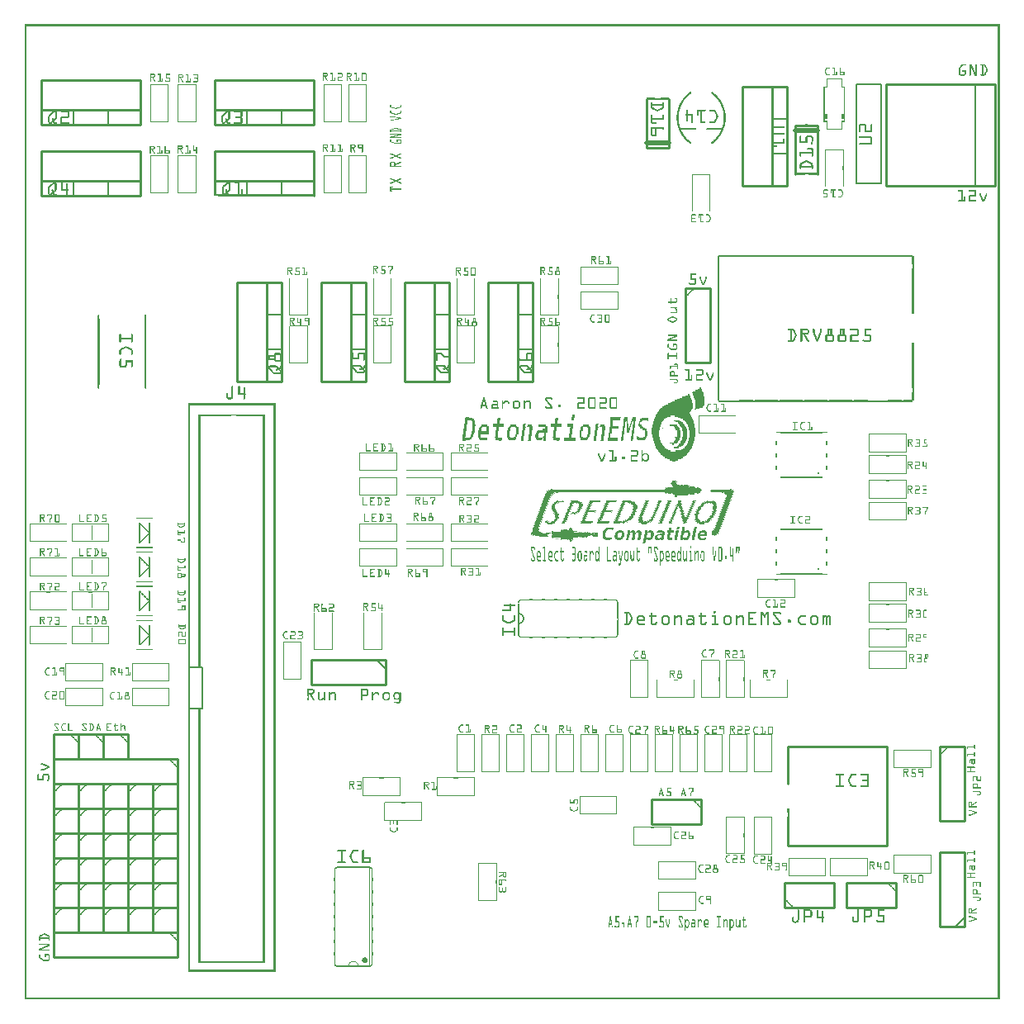
<source format=gto>
G04 MADE WITH FRITZING*
G04 WWW.FRITZING.ORG*
G04 DOUBLE SIDED*
G04 HOLES PLATED*
G04 CONTOUR ON CENTER OF CONTOUR VECTOR*
%ASAXBY*%
%FSLAX23Y23*%
%MOIN*%
%OFA0B0*%
%SFA1.0B1.0*%
%ADD10C,0.011920X0.0039196*%
%ADD11R,0.063000X0.173200X0.047000X0.157200*%
%ADD12C,0.008000*%
%ADD13C,0.006000*%
%ADD14C,0.002000*%
%ADD15C,0.010000*%
%ADD16C,0.005000*%
%ADD17C,0.020000*%
%ADD18R,0.001000X0.001000*%
%LNSILK1*%
G90*
G70*
G54D10*
X3205Y2126D03*
X3205Y1738D03*
G54D12*
X664Y1342D02*
X719Y1342D01*
X719Y1177D01*
X664Y1177D01*
X664Y1342D01*
D02*
G54D13*
X1994Y1600D02*
X1994Y1558D01*
D02*
X1994Y1558D02*
X1994Y1518D01*
D02*
X1994Y1518D02*
X1994Y1476D01*
D02*
X1390Y534D02*
X1266Y534D01*
D02*
X1266Y134D02*
X1390Y134D01*
G54D14*
D02*
X1391Y134D02*
X1391Y534D01*
G54D15*
D02*
X619Y272D02*
X119Y272D01*
D02*
X119Y272D02*
X119Y172D01*
D02*
X119Y172D02*
X619Y172D01*
D02*
X619Y172D02*
X619Y272D01*
D02*
X619Y972D02*
X119Y972D01*
D02*
X119Y972D02*
X119Y872D01*
D02*
X119Y872D02*
X619Y872D01*
D02*
X619Y872D02*
X619Y972D01*
D02*
X119Y772D02*
X119Y672D01*
D02*
X119Y672D02*
X219Y672D01*
D02*
X219Y672D02*
X219Y772D01*
D02*
X219Y772D02*
X119Y772D01*
D02*
X219Y772D02*
X219Y672D01*
D02*
X219Y672D02*
X319Y672D01*
D02*
X319Y672D02*
X319Y772D01*
D02*
X319Y772D02*
X219Y772D01*
D02*
X319Y772D02*
X319Y672D01*
D02*
X319Y672D02*
X419Y672D01*
D02*
X419Y672D02*
X419Y772D01*
D02*
X419Y772D02*
X319Y772D01*
D02*
X319Y572D02*
X319Y472D01*
D02*
X319Y472D02*
X419Y472D01*
D02*
X419Y472D02*
X419Y572D01*
D02*
X419Y572D02*
X319Y572D01*
D02*
X119Y572D02*
X119Y472D01*
D02*
X119Y472D02*
X219Y472D01*
D02*
X219Y472D02*
X219Y572D01*
D02*
X219Y572D02*
X119Y572D01*
D02*
X219Y572D02*
X219Y472D01*
D02*
X219Y472D02*
X319Y472D01*
D02*
X319Y472D02*
X319Y572D01*
D02*
X319Y572D02*
X219Y572D01*
D02*
X519Y572D02*
X519Y472D01*
D02*
X519Y472D02*
X619Y472D01*
D02*
X619Y472D02*
X619Y572D01*
D02*
X619Y572D02*
X519Y572D01*
D02*
X419Y572D02*
X419Y472D01*
D02*
X419Y472D02*
X519Y472D01*
D02*
X519Y472D02*
X519Y572D01*
D02*
X519Y572D02*
X419Y572D01*
D02*
X119Y372D02*
X119Y272D01*
D02*
X119Y272D02*
X219Y272D01*
D02*
X219Y272D02*
X219Y372D01*
D02*
X219Y372D02*
X119Y372D01*
D02*
X219Y372D02*
X219Y272D01*
D02*
X219Y272D02*
X319Y272D01*
D02*
X319Y272D02*
X319Y372D01*
D02*
X319Y372D02*
X219Y372D01*
D02*
X219Y1072D02*
X119Y1072D01*
D02*
X119Y1072D02*
X119Y972D01*
D02*
X119Y972D02*
X219Y972D01*
D02*
X219Y972D02*
X219Y1072D01*
D02*
X319Y1072D02*
X219Y1072D01*
D02*
X219Y1072D02*
X219Y972D01*
D02*
X219Y972D02*
X319Y972D01*
D02*
X319Y972D02*
X319Y1072D01*
D02*
X419Y1072D02*
X319Y1072D01*
D02*
X319Y1072D02*
X319Y972D01*
D02*
X319Y972D02*
X419Y972D01*
D02*
X419Y972D02*
X419Y1072D01*
D02*
X319Y472D02*
X319Y372D01*
D02*
X319Y372D02*
X419Y372D01*
D02*
X419Y372D02*
X419Y472D01*
D02*
X419Y472D02*
X319Y472D01*
D02*
X519Y472D02*
X519Y372D01*
D02*
X519Y372D02*
X619Y372D01*
D02*
X619Y372D02*
X619Y472D01*
D02*
X619Y472D02*
X519Y472D01*
D02*
X419Y472D02*
X419Y372D01*
D02*
X419Y372D02*
X519Y372D01*
D02*
X519Y372D02*
X519Y472D01*
D02*
X519Y472D02*
X419Y472D01*
D02*
X119Y872D02*
X119Y772D01*
D02*
X119Y772D02*
X219Y772D01*
D02*
X219Y772D02*
X219Y872D01*
D02*
X219Y872D02*
X119Y872D01*
D02*
X219Y872D02*
X219Y772D01*
D02*
X219Y772D02*
X319Y772D01*
D02*
X319Y772D02*
X319Y872D01*
D02*
X319Y872D02*
X219Y872D01*
D02*
X319Y872D02*
X319Y772D01*
D02*
X319Y772D02*
X419Y772D01*
D02*
X419Y772D02*
X419Y872D01*
D02*
X419Y872D02*
X319Y872D01*
D02*
X519Y372D02*
X519Y272D01*
D02*
X519Y272D02*
X619Y272D01*
D02*
X619Y272D02*
X619Y372D01*
D02*
X619Y372D02*
X519Y372D01*
D02*
X419Y372D02*
X419Y272D01*
D02*
X419Y272D02*
X519Y272D01*
D02*
X519Y272D02*
X519Y372D01*
D02*
X519Y372D02*
X419Y372D01*
D02*
X319Y672D02*
X319Y572D01*
D02*
X319Y572D02*
X419Y572D01*
D02*
X419Y572D02*
X419Y672D01*
D02*
X419Y672D02*
X319Y672D01*
D02*
X119Y472D02*
X119Y372D01*
D02*
X119Y372D02*
X219Y372D01*
D02*
X219Y372D02*
X219Y472D01*
D02*
X219Y472D02*
X119Y472D01*
D02*
X219Y472D02*
X219Y372D01*
D02*
X219Y372D02*
X319Y372D01*
D02*
X319Y372D02*
X319Y472D01*
D02*
X319Y472D02*
X219Y472D01*
D02*
X519Y672D02*
X519Y572D01*
D02*
X519Y572D02*
X619Y572D01*
D02*
X619Y572D02*
X619Y672D01*
D02*
X619Y672D02*
X519Y672D01*
D02*
X419Y672D02*
X419Y572D01*
D02*
X419Y572D02*
X519Y572D01*
D02*
X519Y572D02*
X519Y672D01*
D02*
X519Y672D02*
X419Y672D01*
D02*
X1457Y1372D02*
X1157Y1372D01*
D02*
X1157Y1372D02*
X1157Y1272D01*
D02*
X1157Y1272D02*
X1457Y1272D01*
D02*
X1457Y1272D02*
X1457Y1372D01*
G54D16*
D02*
X1422Y1372D02*
X1457Y1337D01*
G54D15*
D02*
X119Y672D02*
X119Y572D01*
D02*
X119Y572D02*
X219Y572D01*
D02*
X219Y572D02*
X219Y672D01*
D02*
X219Y672D02*
X119Y672D01*
D02*
X219Y672D02*
X219Y572D01*
D02*
X219Y572D02*
X319Y572D01*
D02*
X319Y572D02*
X319Y672D01*
D02*
X319Y672D02*
X219Y672D01*
D02*
X419Y872D02*
X419Y772D01*
D02*
X419Y772D02*
X519Y772D01*
D02*
X519Y772D02*
X519Y872D01*
D02*
X519Y872D02*
X419Y872D01*
D02*
X319Y372D02*
X319Y272D01*
D02*
X319Y272D02*
X419Y272D01*
D02*
X419Y272D02*
X419Y372D01*
D02*
X419Y372D02*
X319Y372D01*
D02*
X519Y872D02*
X519Y772D01*
D02*
X519Y772D02*
X619Y772D01*
D02*
X619Y772D02*
X619Y872D01*
D02*
X619Y872D02*
X519Y872D01*
D02*
X519Y772D02*
X519Y672D01*
D02*
X519Y672D02*
X619Y672D01*
D02*
X619Y672D02*
X619Y772D01*
D02*
X619Y772D02*
X519Y772D01*
D02*
X419Y772D02*
X419Y672D01*
D02*
X419Y672D02*
X519Y672D01*
D02*
X519Y672D02*
X519Y772D01*
D02*
X519Y772D02*
X419Y772D01*
D02*
X3082Y622D02*
X3482Y622D01*
D02*
X3482Y622D02*
X3482Y1022D01*
D02*
X3482Y1022D02*
X3082Y1022D01*
D02*
X3082Y872D02*
X3082Y1022D01*
D02*
X1377Y2897D02*
X1377Y2497D01*
D02*
X1377Y2497D02*
X1197Y2497D01*
D02*
X1197Y2497D02*
X1197Y2897D01*
D02*
X1197Y2897D02*
X1377Y2897D01*
D02*
X1377Y2897D02*
X1377Y2497D01*
D02*
X1377Y2497D02*
X1317Y2497D01*
D02*
X1317Y2497D02*
X1317Y2897D01*
D02*
X1317Y2897D02*
X1377Y2897D01*
G54D16*
D02*
X1377Y2767D02*
X1317Y2767D01*
D02*
X1377Y2627D02*
X1317Y2627D01*
G54D15*
D02*
X2052Y2897D02*
X2052Y2497D01*
D02*
X2052Y2497D02*
X1872Y2497D01*
D02*
X1872Y2497D02*
X1872Y2897D01*
D02*
X1872Y2897D02*
X2052Y2897D01*
D02*
X2052Y2897D02*
X2052Y2497D01*
D02*
X2052Y2497D02*
X1992Y2497D01*
D02*
X1992Y2497D02*
X1992Y2897D01*
D02*
X1992Y2897D02*
X2052Y2897D01*
G54D16*
D02*
X2052Y2767D02*
X1992Y2767D01*
D02*
X2052Y2627D02*
X1992Y2627D01*
G54D15*
D02*
X1714Y2897D02*
X1714Y2497D01*
D02*
X1714Y2497D02*
X1534Y2497D01*
D02*
X1534Y2497D02*
X1534Y2897D01*
D02*
X1534Y2897D02*
X1714Y2897D01*
D02*
X1714Y2897D02*
X1714Y2497D01*
D02*
X1714Y2497D02*
X1654Y2497D01*
D02*
X1654Y2497D02*
X1654Y2897D01*
D02*
X1654Y2897D02*
X1714Y2897D01*
G54D16*
D02*
X1714Y2767D02*
X1654Y2767D01*
D02*
X1714Y2627D02*
X1654Y2627D01*
G54D15*
D02*
X1039Y2897D02*
X1039Y2497D01*
D02*
X1039Y2497D02*
X859Y2497D01*
D02*
X859Y2497D02*
X859Y2897D01*
D02*
X859Y2897D02*
X1039Y2897D01*
D02*
X1039Y2897D02*
X1039Y2497D01*
D02*
X1039Y2497D02*
X979Y2497D01*
D02*
X979Y2497D02*
X979Y2897D01*
D02*
X979Y2897D02*
X1039Y2897D01*
G54D16*
D02*
X1039Y2767D02*
X979Y2767D01*
D02*
X1039Y2627D02*
X979Y2627D01*
G54D15*
D02*
X3794Y297D02*
X3794Y597D01*
D02*
X3794Y597D02*
X3694Y597D01*
D02*
X3694Y597D02*
X3694Y297D01*
D02*
X3694Y297D02*
X3794Y297D01*
G54D16*
D02*
X3794Y332D02*
X3759Y297D01*
G54D15*
D02*
X3694Y1022D02*
X3694Y722D01*
D02*
X3694Y722D02*
X3794Y722D01*
D02*
X3794Y722D02*
X3794Y1022D01*
D02*
X3794Y1022D02*
X3694Y1022D01*
D02*
X2669Y2872D02*
X2669Y2572D01*
D02*
X2669Y2572D02*
X2769Y2572D01*
D02*
X2769Y2572D02*
X2769Y2872D01*
D02*
X2769Y2872D02*
X2669Y2872D01*
D02*
X3069Y372D02*
X3269Y372D01*
D02*
X3269Y372D02*
X3269Y472D01*
D02*
X3269Y472D02*
X3069Y472D01*
D02*
X3069Y472D02*
X3069Y372D01*
D02*
X2732Y809D02*
X2532Y809D01*
D02*
X2532Y809D02*
X2532Y709D01*
D02*
X2532Y709D02*
X2732Y709D01*
D02*
X2732Y709D02*
X2732Y809D01*
D02*
X3519Y472D02*
X3319Y472D01*
D02*
X3319Y472D02*
X3319Y372D01*
D02*
X3319Y372D02*
X3519Y372D01*
D02*
X3519Y372D02*
X3519Y472D01*
D02*
X3077Y3684D02*
X3077Y3284D01*
D02*
X3077Y3284D02*
X2897Y3284D01*
D02*
X2897Y3284D02*
X2897Y3684D01*
D02*
X2897Y3684D02*
X3077Y3684D01*
D02*
X3077Y3684D02*
X3077Y3284D01*
D02*
X3077Y3284D02*
X3017Y3284D01*
D02*
X3017Y3284D02*
X3017Y3684D01*
D02*
X3017Y3684D02*
X3077Y3684D01*
G54D16*
D02*
X3077Y3554D02*
X3017Y3554D01*
D02*
X3077Y3414D02*
X3017Y3414D01*
G54D15*
D02*
X2512Y3440D02*
X2512Y3635D01*
D02*
X2602Y3635D02*
X2602Y3440D01*
D02*
X2602Y3440D02*
X2512Y3440D01*
G54D17*
D02*
X2602Y3460D02*
X2512Y3460D01*
G54D15*
D02*
X3202Y3528D02*
X3202Y3333D01*
D02*
X3112Y3333D02*
X3112Y3528D01*
D02*
X3112Y3528D02*
X3202Y3528D01*
G54D17*
D02*
X3112Y3508D02*
X3202Y3508D01*
G54D16*
D02*
X3357Y3295D02*
X3457Y3295D01*
D02*
X3457Y3295D02*
X3457Y3695D01*
D02*
X3457Y3695D02*
X3357Y3695D01*
D02*
X3357Y3695D02*
X3357Y3295D01*
G54D15*
D02*
X469Y3246D02*
X69Y3246D01*
D02*
X69Y3246D02*
X69Y3426D01*
D02*
X69Y3426D02*
X469Y3426D01*
D02*
X469Y3426D02*
X469Y3246D01*
D02*
X469Y3246D02*
X69Y3246D01*
D02*
X69Y3246D02*
X69Y3306D01*
D02*
X69Y3306D02*
X469Y3306D01*
D02*
X469Y3306D02*
X469Y3246D01*
G54D16*
D02*
X339Y3246D02*
X339Y3306D01*
D02*
X199Y3246D02*
X199Y3306D01*
G54D15*
D02*
X1169Y3533D02*
X769Y3533D01*
D02*
X769Y3533D02*
X769Y3713D01*
D02*
X769Y3713D02*
X1169Y3713D01*
D02*
X1169Y3713D02*
X1169Y3533D01*
D02*
X1169Y3533D02*
X769Y3533D01*
D02*
X769Y3533D02*
X769Y3593D01*
D02*
X769Y3593D02*
X1169Y3593D01*
D02*
X1169Y3593D02*
X1169Y3533D01*
G54D16*
D02*
X1039Y3533D02*
X1039Y3593D01*
D02*
X899Y3533D02*
X899Y3593D01*
G54D15*
D02*
X469Y3533D02*
X69Y3533D01*
D02*
X69Y3533D02*
X69Y3713D01*
D02*
X69Y3713D02*
X469Y3713D01*
D02*
X469Y3713D02*
X469Y3533D01*
D02*
X469Y3533D02*
X69Y3533D01*
D02*
X69Y3533D02*
X69Y3593D01*
D02*
X69Y3593D02*
X469Y3593D01*
D02*
X469Y3593D02*
X469Y3533D01*
G54D16*
D02*
X339Y3533D02*
X339Y3593D01*
D02*
X199Y3533D02*
X199Y3593D01*
G54D15*
D02*
X769Y3426D02*
X1169Y3426D01*
D02*
X1169Y3426D02*
X1169Y3246D01*
D02*
X769Y3306D02*
X1169Y3306D01*
D02*
X1169Y3306D02*
X1169Y3246D01*
G54D16*
D02*
X1039Y3246D02*
X1039Y3306D01*
D02*
X899Y3246D02*
X899Y3306D01*
G54D15*
D02*
X3477Y3695D02*
X3477Y3285D01*
D02*
X3477Y3285D02*
X3917Y3285D01*
D02*
X3917Y3285D02*
X3917Y3695D01*
D02*
X3917Y3695D02*
X3477Y3695D01*
G54D16*
D02*
X3837Y3285D02*
X3837Y3695D01*
G36*
X2724Y2471D02*
X2724Y2466D01*
X2717Y2466D01*
X2717Y2462D01*
X2707Y2462D01*
X2707Y2457D01*
X2698Y2457D01*
X2698Y2453D01*
X2694Y2453D01*
X2694Y2448D01*
X2698Y2448D01*
X2698Y2439D01*
X2701Y2439D01*
X2701Y2430D01*
X2704Y2430D01*
X2704Y2421D01*
X2707Y2421D01*
X2707Y2385D01*
X2704Y2385D01*
X2704Y2381D01*
X2711Y2381D01*
X2711Y2385D01*
X2724Y2385D01*
X2724Y2390D01*
X2737Y2390D01*
X2737Y2394D01*
X2740Y2394D01*
X2740Y2399D01*
X2743Y2399D01*
X2743Y2408D01*
X2746Y2408D01*
X2746Y2426D01*
X2743Y2426D01*
X2743Y2435D01*
X2740Y2435D01*
X2740Y2453D01*
X2737Y2453D01*
X2737Y2457D01*
X2733Y2457D01*
X2733Y2466D01*
X2730Y2466D01*
X2730Y2471D01*
X2724Y2471D01*
G37*
D02*
G36*
X2678Y2444D02*
X2678Y2439D01*
X2668Y2439D01*
X2668Y2435D01*
X2655Y2435D01*
X2655Y2430D01*
X2646Y2430D01*
X2646Y2426D01*
X2636Y2426D01*
X2636Y2421D01*
X2626Y2421D01*
X2626Y2417D01*
X2616Y2417D01*
X2616Y2412D01*
X2607Y2412D01*
X2607Y2408D01*
X2597Y2408D01*
X2597Y2403D01*
X2587Y2403D01*
X2587Y2399D01*
X2581Y2399D01*
X2581Y2394D01*
X2574Y2394D01*
X2574Y2390D01*
X2568Y2390D01*
X2568Y2385D01*
X2564Y2385D01*
X2564Y2381D01*
X2561Y2381D01*
X2561Y2376D01*
X2558Y2376D01*
X2558Y2371D01*
X2555Y2371D01*
X2555Y2367D01*
X2551Y2367D01*
X2551Y2362D01*
X2548Y2362D01*
X2548Y2358D01*
X2626Y2358D01*
X2626Y2353D01*
X2639Y2353D01*
X2639Y2349D01*
X2649Y2349D01*
X2649Y2344D01*
X2659Y2344D01*
X2659Y2340D01*
X2665Y2340D01*
X2665Y2335D01*
X2668Y2335D01*
X2668Y2331D01*
X2672Y2331D01*
X2672Y2326D01*
X2675Y2326D01*
X2675Y2322D01*
X2678Y2322D01*
X2678Y2313D01*
X2681Y2313D01*
X2681Y2299D01*
X2685Y2299D01*
X2685Y2268D01*
X2681Y2268D01*
X2681Y2254D01*
X2678Y2254D01*
X2678Y2245D01*
X2675Y2245D01*
X2675Y2240D01*
X2672Y2240D01*
X2672Y2236D01*
X2668Y2236D01*
X2668Y2231D01*
X2665Y2231D01*
X2665Y2227D01*
X2659Y2227D01*
X2659Y2222D01*
X2652Y2222D01*
X2652Y2218D01*
X2629Y2218D01*
X2629Y2213D01*
X2685Y2213D01*
X2685Y2218D01*
X2688Y2218D01*
X2688Y2222D01*
X2691Y2222D01*
X2691Y2227D01*
X2694Y2227D01*
X2694Y2236D01*
X2698Y2236D01*
X2698Y2245D01*
X2701Y2245D01*
X2701Y2254D01*
X2704Y2254D01*
X2704Y2272D01*
X2707Y2272D01*
X2707Y2308D01*
X2704Y2308D01*
X2704Y2326D01*
X2701Y2326D01*
X2701Y2340D01*
X2698Y2340D01*
X2698Y2344D01*
X2694Y2344D01*
X2694Y2353D01*
X2691Y2353D01*
X2691Y2358D01*
X2688Y2358D01*
X2688Y2367D01*
X2685Y2367D01*
X2685Y2371D01*
X2688Y2371D01*
X2688Y2376D01*
X2691Y2376D01*
X2691Y2381D01*
X2694Y2381D01*
X2694Y2385D01*
X2698Y2385D01*
X2698Y2408D01*
X2694Y2408D01*
X2694Y2421D01*
X2691Y2421D01*
X2691Y2430D01*
X2688Y2430D01*
X2688Y2439D01*
X2685Y2439D01*
X2685Y2444D01*
X2678Y2444D01*
G37*
D02*
G36*
X2548Y2358D02*
X2548Y2353D01*
X2545Y2353D01*
X2545Y2344D01*
X2542Y2344D01*
X2542Y2335D01*
X2538Y2335D01*
X2538Y2322D01*
X2535Y2322D01*
X2535Y2308D01*
X2532Y2308D01*
X2532Y2281D01*
X2535Y2281D01*
X2535Y2268D01*
X2538Y2268D01*
X2538Y2254D01*
X2542Y2254D01*
X2542Y2245D01*
X2545Y2245D01*
X2545Y2236D01*
X2548Y2236D01*
X2548Y2227D01*
X2551Y2227D01*
X2551Y2222D01*
X2555Y2222D01*
X2555Y2218D01*
X2558Y2218D01*
X2558Y2213D01*
X2607Y2213D01*
X2607Y2218D01*
X2597Y2218D01*
X2597Y2222D01*
X2590Y2222D01*
X2590Y2227D01*
X2584Y2227D01*
X2584Y2231D01*
X2581Y2231D01*
X2581Y2236D01*
X2577Y2236D01*
X2577Y2240D01*
X2574Y2240D01*
X2574Y2245D01*
X2571Y2245D01*
X2571Y2249D01*
X2568Y2249D01*
X2568Y2258D01*
X2564Y2258D01*
X2564Y2272D01*
X2561Y2272D01*
X2561Y2299D01*
X2564Y2299D01*
X2564Y2313D01*
X2568Y2313D01*
X2568Y2322D01*
X2571Y2322D01*
X2571Y2331D01*
X2574Y2331D01*
X2574Y2335D01*
X2577Y2335D01*
X2577Y2340D01*
X2581Y2340D01*
X2581Y2344D01*
X2587Y2344D01*
X2587Y2349D01*
X2594Y2349D01*
X2594Y2353D01*
X2607Y2353D01*
X2607Y2358D01*
X2548Y2358D01*
G37*
D02*
G36*
X2561Y2213D02*
X2561Y2209D01*
X2681Y2209D01*
X2681Y2213D01*
X2561Y2213D01*
G37*
D02*
G36*
X2561Y2213D02*
X2561Y2209D01*
X2681Y2209D01*
X2681Y2213D01*
X2561Y2213D01*
G37*
D02*
G36*
X2564Y2209D02*
X2564Y2204D01*
X2568Y2204D01*
X2568Y2200D01*
X2574Y2200D01*
X2574Y2195D01*
X2577Y2195D01*
X2577Y2191D01*
X2584Y2191D01*
X2584Y2186D01*
X2594Y2186D01*
X2594Y2182D01*
X2603Y2182D01*
X2603Y2177D01*
X2613Y2177D01*
X2613Y2173D01*
X2629Y2173D01*
X2629Y2177D01*
X2639Y2177D01*
X2639Y2182D01*
X2652Y2182D01*
X2652Y2186D01*
X2659Y2186D01*
X2659Y2191D01*
X2665Y2191D01*
X2665Y2195D01*
X2672Y2195D01*
X2672Y2200D01*
X2675Y2200D01*
X2675Y2204D01*
X2678Y2204D01*
X2678Y2209D01*
X2564Y2209D01*
G37*
D02*
G36*
X2210Y2362D02*
X2210Y2353D01*
X2207Y2353D01*
X2207Y2340D01*
X2217Y2340D01*
X2217Y2349D01*
X2220Y2349D01*
X2220Y2362D01*
X2210Y2362D01*
G37*
D02*
G36*
X1782Y2353D02*
X1782Y2349D01*
X1778Y2349D01*
X1778Y2340D01*
X1804Y2340D01*
X1804Y2335D01*
X1808Y2335D01*
X1808Y2295D01*
X1804Y2295D01*
X1804Y2281D01*
X1801Y2281D01*
X1801Y2272D01*
X1798Y2272D01*
X1798Y2268D01*
X1808Y2268D01*
X1808Y2272D01*
X1811Y2272D01*
X1811Y2281D01*
X1814Y2281D01*
X1814Y2290D01*
X1817Y2290D01*
X1817Y2317D01*
X1821Y2317D01*
X1821Y2322D01*
X1817Y2322D01*
X1817Y2340D01*
X1814Y2340D01*
X1814Y2344D01*
X1808Y2344D01*
X1808Y2349D01*
X1795Y2349D01*
X1795Y2353D01*
X1782Y2353D01*
G37*
D02*
G36*
X1778Y2340D02*
X1778Y2326D01*
X1775Y2326D01*
X1775Y2304D01*
X1772Y2304D01*
X1772Y2281D01*
X1769Y2281D01*
X1769Y2268D01*
X1778Y2268D01*
X1778Y2272D01*
X1782Y2272D01*
X1782Y2295D01*
X1785Y2295D01*
X1785Y2322D01*
X1788Y2322D01*
X1788Y2340D01*
X1778Y2340D01*
G37*
D02*
G36*
X1769Y2268D02*
X1769Y2263D01*
X1804Y2263D01*
X1804Y2268D01*
X1769Y2268D01*
G37*
D02*
G36*
X1769Y2268D02*
X1769Y2263D01*
X1804Y2263D01*
X1804Y2268D01*
X1769Y2268D01*
G37*
D02*
G36*
X1769Y2263D02*
X1769Y2254D01*
X1782Y2254D01*
X1782Y2258D01*
X1798Y2258D01*
X1798Y2263D01*
X1769Y2263D01*
G37*
D02*
G36*
X2366Y2353D02*
X2366Y2335D01*
X2363Y2335D01*
X2363Y2313D01*
X2360Y2313D01*
X2360Y2290D01*
X2357Y2290D01*
X2357Y2268D01*
X2353Y2268D01*
X2353Y2254D01*
X2396Y2254D01*
X2396Y2268D01*
X2366Y2268D01*
X2366Y2286D01*
X2370Y2286D01*
X2370Y2304D01*
X2399Y2304D01*
X2399Y2317D01*
X2373Y2317D01*
X2373Y2335D01*
X2376Y2335D01*
X2376Y2340D01*
X2405Y2340D01*
X2405Y2349D01*
X2409Y2349D01*
X2409Y2353D01*
X2366Y2353D01*
G37*
D02*
G36*
X2422Y2353D02*
X2422Y2344D01*
X2418Y2344D01*
X2418Y2335D01*
X2431Y2335D01*
X2431Y2308D01*
X2438Y2308D01*
X2438Y2326D01*
X2435Y2326D01*
X2435Y2353D01*
X2422Y2353D01*
G37*
D02*
G36*
X2454Y2353D02*
X2454Y2344D01*
X2451Y2344D01*
X2451Y2335D01*
X2457Y2335D01*
X2457Y2322D01*
X2454Y2322D01*
X2454Y2299D01*
X2451Y2299D01*
X2451Y2277D01*
X2447Y2277D01*
X2447Y2254D01*
X2454Y2254D01*
X2454Y2263D01*
X2457Y2263D01*
X2457Y2286D01*
X2460Y2286D01*
X2460Y2308D01*
X2464Y2308D01*
X2464Y2335D01*
X2467Y2335D01*
X2467Y2353D01*
X2454Y2353D01*
G37*
D02*
G36*
X2418Y2335D02*
X2418Y2317D01*
X2415Y2317D01*
X2415Y2295D01*
X2412Y2295D01*
X2412Y2272D01*
X2409Y2272D01*
X2409Y2254D01*
X2415Y2254D01*
X2415Y2258D01*
X2418Y2258D01*
X2418Y2281D01*
X2422Y2281D01*
X2422Y2308D01*
X2425Y2308D01*
X2425Y2331D01*
X2428Y2331D01*
X2428Y2335D01*
X2418Y2335D01*
G37*
D02*
G36*
X2447Y2335D02*
X2447Y2326D01*
X2444Y2326D01*
X2444Y2317D01*
X2441Y2317D01*
X2441Y2308D01*
X2444Y2308D01*
X2444Y2313D01*
X2447Y2313D01*
X2447Y2322D01*
X2451Y2322D01*
X2451Y2331D01*
X2454Y2331D01*
X2454Y2335D01*
X2447Y2335D01*
G37*
D02*
G36*
X2431Y2308D02*
X2431Y2304D01*
X2444Y2304D01*
X2444Y2308D01*
X2431Y2308D01*
G37*
D02*
G36*
X2431Y2308D02*
X2431Y2304D01*
X2444Y2304D01*
X2444Y2308D01*
X2431Y2308D01*
G37*
D02*
G36*
X2431Y2304D02*
X2431Y2290D01*
X2441Y2290D01*
X2441Y2299D01*
X2444Y2299D01*
X2444Y2304D01*
X2431Y2304D01*
G37*
D02*
G36*
X1912Y2349D02*
X1912Y2344D01*
X1908Y2344D01*
X1908Y2326D01*
X1892Y2326D01*
X1892Y2313D01*
X1905Y2313D01*
X1905Y2299D01*
X1902Y2299D01*
X1902Y2272D01*
X1899Y2272D01*
X1899Y2268D01*
X1902Y2268D01*
X1902Y2258D01*
X1915Y2258D01*
X1915Y2254D01*
X1925Y2254D01*
X1925Y2258D01*
X1928Y2258D01*
X1928Y2268D01*
X1912Y2268D01*
X1912Y2295D01*
X1915Y2295D01*
X1915Y2313D01*
X1934Y2313D01*
X1934Y2326D01*
X1918Y2326D01*
X1918Y2340D01*
X1921Y2340D01*
X1921Y2349D01*
X1912Y2349D01*
G37*
D02*
G36*
X2145Y2349D02*
X2145Y2344D01*
X2142Y2344D01*
X2142Y2326D01*
X2126Y2326D01*
X2126Y2313D01*
X2139Y2313D01*
X2139Y2299D01*
X2136Y2299D01*
X2136Y2272D01*
X2132Y2272D01*
X2132Y2268D01*
X2136Y2268D01*
X2136Y2258D01*
X2149Y2258D01*
X2149Y2254D01*
X2158Y2254D01*
X2158Y2258D01*
X2162Y2258D01*
X2162Y2268D01*
X2145Y2268D01*
X2145Y2295D01*
X2149Y2295D01*
X2149Y2313D01*
X2168Y2313D01*
X2168Y2326D01*
X2152Y2326D01*
X2152Y2340D01*
X2155Y2340D01*
X2155Y2349D01*
X2145Y2349D01*
G37*
D02*
G36*
X2620Y2340D02*
X2620Y2335D01*
X2629Y2335D01*
X2629Y2331D01*
X2639Y2331D01*
X2639Y2326D01*
X2642Y2326D01*
X2642Y2322D01*
X2646Y2322D01*
X2646Y2317D01*
X2649Y2317D01*
X2649Y2313D01*
X2652Y2313D01*
X2652Y2308D01*
X2655Y2308D01*
X2655Y2295D01*
X2659Y2295D01*
X2659Y2272D01*
X2655Y2272D01*
X2655Y2258D01*
X2652Y2258D01*
X2652Y2254D01*
X2649Y2254D01*
X2649Y2245D01*
X2642Y2245D01*
X2642Y2240D01*
X2639Y2240D01*
X2639Y2236D01*
X2633Y2236D01*
X2633Y2231D01*
X2620Y2231D01*
X2620Y2227D01*
X2642Y2227D01*
X2642Y2231D01*
X2652Y2231D01*
X2652Y2236D01*
X2659Y2236D01*
X2659Y2240D01*
X2662Y2240D01*
X2662Y2245D01*
X2665Y2245D01*
X2665Y2249D01*
X2668Y2249D01*
X2668Y2254D01*
X2672Y2254D01*
X2672Y2263D01*
X2675Y2263D01*
X2675Y2304D01*
X2672Y2304D01*
X2672Y2313D01*
X2668Y2313D01*
X2668Y2317D01*
X2665Y2317D01*
X2665Y2322D01*
X2662Y2322D01*
X2662Y2326D01*
X2659Y2326D01*
X2659Y2331D01*
X2652Y2331D01*
X2652Y2335D01*
X2646Y2335D01*
X2646Y2340D01*
X2620Y2340D01*
G37*
D02*
G36*
X2015Y2326D02*
X2015Y2322D01*
X2012Y2322D01*
X2012Y2299D01*
X2009Y2299D01*
X2009Y2277D01*
X2006Y2277D01*
X2006Y2254D01*
X2015Y2254D01*
X2015Y2277D01*
X2019Y2277D01*
X2019Y2299D01*
X2022Y2299D01*
X2022Y2308D01*
X2025Y2308D01*
X2025Y2313D01*
X2022Y2313D01*
X2022Y2322D01*
X2025Y2322D01*
X2025Y2326D01*
X2015Y2326D01*
G37*
D02*
G36*
X2191Y2326D02*
X2191Y2313D01*
X2204Y2313D01*
X2204Y2308D01*
X2201Y2308D01*
X2201Y2286D01*
X2197Y2286D01*
X2197Y2268D01*
X2178Y2268D01*
X2178Y2254D01*
X2223Y2254D01*
X2223Y2268D01*
X2207Y2268D01*
X2207Y2281D01*
X2210Y2281D01*
X2210Y2304D01*
X2214Y2304D01*
X2214Y2326D01*
X2191Y2326D01*
G37*
D02*
G36*
X2308Y2326D02*
X2308Y2322D01*
X2305Y2322D01*
X2305Y2299D01*
X2301Y2299D01*
X2301Y2277D01*
X2298Y2277D01*
X2298Y2254D01*
X2308Y2254D01*
X2308Y2277D01*
X2311Y2277D01*
X2311Y2299D01*
X2314Y2299D01*
X2314Y2308D01*
X2318Y2308D01*
X2318Y2313D01*
X2314Y2313D01*
X2314Y2322D01*
X2318Y2322D01*
X2318Y2326D01*
X2308Y2326D01*
G37*
D02*
G36*
X1843Y2322D02*
X1843Y2317D01*
X1840Y2317D01*
X1840Y2313D01*
X1866Y2313D01*
X1866Y2295D01*
X1876Y2295D01*
X1876Y2313D01*
X1873Y2313D01*
X1873Y2317D01*
X1869Y2317D01*
X1869Y2322D01*
X1843Y2322D01*
G37*
D02*
G36*
X1837Y2313D02*
X1837Y2308D01*
X1834Y2308D01*
X1834Y2299D01*
X1830Y2299D01*
X1830Y2295D01*
X1843Y2295D01*
X1843Y2308D01*
X1847Y2308D01*
X1847Y2313D01*
X1837Y2313D01*
G37*
D02*
G36*
X1830Y2295D02*
X1830Y2290D01*
X1876Y2290D01*
X1876Y2295D01*
X1830Y2295D01*
G37*
D02*
G36*
X1830Y2295D02*
X1830Y2290D01*
X1876Y2290D01*
X1876Y2295D01*
X1830Y2295D01*
G37*
D02*
G36*
X1830Y2290D02*
X1830Y2268D01*
X1834Y2268D01*
X1834Y2263D01*
X1837Y2263D01*
X1837Y2258D01*
X1869Y2258D01*
X1869Y2268D01*
X1840Y2268D01*
X1840Y2281D01*
X1876Y2281D01*
X1876Y2290D01*
X1830Y2290D01*
G37*
D02*
G36*
X1960Y2322D02*
X1960Y2317D01*
X1957Y2317D01*
X1957Y2313D01*
X1980Y2313D01*
X1980Y2308D01*
X1983Y2308D01*
X1983Y2281D01*
X1980Y2281D01*
X1980Y2272D01*
X1976Y2272D01*
X1976Y2268D01*
X1986Y2268D01*
X1986Y2272D01*
X1989Y2272D01*
X1989Y2281D01*
X1993Y2281D01*
X1993Y2313D01*
X1989Y2313D01*
X1989Y2317D01*
X1986Y2317D01*
X1986Y2322D01*
X1960Y2322D01*
G37*
D02*
G36*
X1954Y2313D02*
X1954Y2308D01*
X1950Y2308D01*
X1950Y2299D01*
X1947Y2299D01*
X1947Y2268D01*
X1960Y2268D01*
X1960Y2272D01*
X1957Y2272D01*
X1957Y2295D01*
X1960Y2295D01*
X1960Y2308D01*
X1963Y2308D01*
X1963Y2313D01*
X1954Y2313D01*
G37*
D02*
G36*
X1950Y2268D02*
X1950Y2263D01*
X1983Y2263D01*
X1983Y2268D01*
X1950Y2268D01*
G37*
D02*
G36*
X1950Y2268D02*
X1950Y2263D01*
X1983Y2263D01*
X1983Y2268D01*
X1950Y2268D01*
G37*
D02*
G36*
X1954Y2263D02*
X1954Y2258D01*
X1980Y2258D01*
X1980Y2263D01*
X1954Y2263D01*
G37*
D02*
G36*
X2032Y2322D02*
X2032Y2317D01*
X2028Y2317D01*
X2028Y2313D01*
X2038Y2313D01*
X2038Y2281D01*
X2035Y2281D01*
X2035Y2258D01*
X2032Y2258D01*
X2032Y2254D01*
X2045Y2254D01*
X2045Y2277D01*
X2048Y2277D01*
X2048Y2299D01*
X2051Y2299D01*
X2051Y2317D01*
X2048Y2317D01*
X2048Y2322D01*
X2032Y2322D01*
G37*
D02*
G36*
X2074Y2322D02*
X2074Y2313D01*
X2100Y2313D01*
X2100Y2304D01*
X2090Y2304D01*
X2090Y2299D01*
X2071Y2299D01*
X2071Y2295D01*
X2067Y2295D01*
X2067Y2290D01*
X2097Y2290D01*
X2097Y2277D01*
X2093Y2277D01*
X2093Y2272D01*
X2090Y2272D01*
X2090Y2268D01*
X2093Y2268D01*
X2093Y2254D01*
X2103Y2254D01*
X2103Y2268D01*
X2106Y2268D01*
X2106Y2290D01*
X2110Y2290D01*
X2110Y2317D01*
X2106Y2317D01*
X2106Y2322D01*
X2074Y2322D01*
G37*
D02*
G36*
X2064Y2290D02*
X2064Y2281D01*
X2061Y2281D01*
X2061Y2268D01*
X2074Y2268D01*
X2074Y2286D01*
X2077Y2286D01*
X2077Y2290D01*
X2064Y2290D01*
G37*
D02*
G36*
X2064Y2268D02*
X2064Y2263D01*
X2067Y2263D01*
X2067Y2258D01*
X2087Y2258D01*
X2087Y2263D01*
X2090Y2263D01*
X2090Y2268D01*
X2064Y2268D01*
G37*
D02*
G36*
X2253Y2322D02*
X2253Y2317D01*
X2249Y2317D01*
X2249Y2313D01*
X2272Y2313D01*
X2272Y2308D01*
X2275Y2308D01*
X2275Y2281D01*
X2272Y2281D01*
X2272Y2272D01*
X2269Y2272D01*
X2269Y2268D01*
X2279Y2268D01*
X2279Y2272D01*
X2282Y2272D01*
X2282Y2281D01*
X2285Y2281D01*
X2285Y2313D01*
X2282Y2313D01*
X2282Y2317D01*
X2279Y2317D01*
X2279Y2322D01*
X2253Y2322D01*
G37*
D02*
G36*
X2246Y2313D02*
X2246Y2308D01*
X2243Y2308D01*
X2243Y2299D01*
X2240Y2299D01*
X2240Y2268D01*
X2253Y2268D01*
X2253Y2272D01*
X2249Y2272D01*
X2249Y2295D01*
X2253Y2295D01*
X2253Y2308D01*
X2256Y2308D01*
X2256Y2313D01*
X2246Y2313D01*
G37*
D02*
G36*
X2243Y2268D02*
X2243Y2263D01*
X2275Y2263D01*
X2275Y2268D01*
X2243Y2268D01*
G37*
D02*
G36*
X2243Y2268D02*
X2243Y2263D01*
X2275Y2263D01*
X2275Y2268D01*
X2243Y2268D01*
G37*
D02*
G36*
X2246Y2263D02*
X2246Y2258D01*
X2272Y2258D01*
X2272Y2263D01*
X2246Y2263D01*
G37*
D02*
G36*
X2324Y2322D02*
X2324Y2317D01*
X2321Y2317D01*
X2321Y2313D01*
X2331Y2313D01*
X2331Y2281D01*
X2327Y2281D01*
X2327Y2258D01*
X2324Y2258D01*
X2324Y2254D01*
X2337Y2254D01*
X2337Y2277D01*
X2340Y2277D01*
X2340Y2299D01*
X2344Y2299D01*
X2344Y2317D01*
X2340Y2317D01*
X2340Y2322D01*
X2324Y2322D01*
G37*
D02*
G36*
X2603Y2322D02*
X2603Y2317D01*
X2620Y2317D01*
X2620Y2313D01*
X2623Y2313D01*
X2623Y2308D01*
X2626Y2308D01*
X2626Y2304D01*
X2629Y2304D01*
X2629Y2299D01*
X2633Y2299D01*
X2633Y2286D01*
X2636Y2286D01*
X2636Y2281D01*
X2633Y2281D01*
X2633Y2272D01*
X2626Y2272D01*
X2626Y2268D01*
X2629Y2268D01*
X2629Y2258D01*
X2626Y2258D01*
X2626Y2254D01*
X2620Y2254D01*
X2620Y2249D01*
X2603Y2249D01*
X2603Y2245D01*
X2616Y2245D01*
X2616Y2240D01*
X2620Y2240D01*
X2620Y2245D01*
X2633Y2245D01*
X2633Y2249D01*
X2639Y2249D01*
X2639Y2254D01*
X2642Y2254D01*
X2642Y2258D01*
X2646Y2258D01*
X2646Y2268D01*
X2649Y2268D01*
X2649Y2299D01*
X2646Y2299D01*
X2646Y2308D01*
X2642Y2308D01*
X2642Y2313D01*
X2639Y2313D01*
X2639Y2317D01*
X2633Y2317D01*
X2633Y2322D01*
X2603Y2322D01*
G37*
D02*
G36*
X2574Y2308D02*
X2574Y2304D01*
X2577Y2304D01*
X2577Y2308D01*
X2574Y2308D01*
G37*
D02*
G36*
X2490Y2349D02*
X2490Y2344D01*
X2483Y2344D01*
X2483Y2340D01*
X2516Y2340D01*
X2516Y2335D01*
X2519Y2335D01*
X2519Y2349D01*
X2490Y2349D01*
G37*
D02*
G36*
X2483Y2340D02*
X2483Y2335D01*
X2480Y2335D01*
X2480Y2326D01*
X2477Y2326D01*
X2477Y2317D01*
X2480Y2317D01*
X2480Y2313D01*
X2483Y2313D01*
X2483Y2308D01*
X2486Y2308D01*
X2486Y2304D01*
X2496Y2304D01*
X2496Y2299D01*
X2503Y2299D01*
X2503Y2290D01*
X2506Y2290D01*
X2506Y2277D01*
X2503Y2277D01*
X2503Y2272D01*
X2499Y2272D01*
X2499Y2268D01*
X2512Y2268D01*
X2512Y2277D01*
X2516Y2277D01*
X2516Y2295D01*
X2512Y2295D01*
X2512Y2304D01*
X2506Y2304D01*
X2506Y2308D01*
X2499Y2308D01*
X2499Y2313D01*
X2493Y2313D01*
X2493Y2317D01*
X2490Y2317D01*
X2490Y2322D01*
X2486Y2322D01*
X2486Y2331D01*
X2490Y2331D01*
X2490Y2335D01*
X2493Y2335D01*
X2493Y2340D01*
X2483Y2340D01*
G37*
D02*
G36*
X2470Y2277D02*
X2470Y2268D01*
X2480Y2268D01*
X2480Y2272D01*
X2473Y2272D01*
X2473Y2277D01*
X2470Y2277D01*
G37*
D02*
G36*
X2470Y2268D02*
X2470Y2263D01*
X2509Y2263D01*
X2509Y2268D01*
X2470Y2268D01*
G37*
D02*
G36*
X2470Y2268D02*
X2470Y2263D01*
X2509Y2263D01*
X2509Y2268D01*
X2470Y2268D01*
G37*
D02*
G36*
X2473Y2263D02*
X2473Y2258D01*
X2503Y2258D01*
X2503Y2263D01*
X2473Y2263D01*
G37*
D02*
G36*
X2618Y2099D02*
X2618Y2098D01*
X2621Y2098D01*
X2621Y2099D01*
X2618Y2099D01*
G37*
D02*
G36*
X2617Y2098D02*
X2617Y2097D01*
X2618Y2097D01*
X2618Y2098D01*
X2617Y2098D01*
G37*
D02*
G36*
X2621Y2098D02*
X2621Y2097D01*
X2622Y2097D01*
X2622Y2098D01*
X2621Y2098D01*
G37*
D02*
G36*
X2616Y2097D02*
X2616Y2096D01*
X2617Y2096D01*
X2617Y2097D01*
X2616Y2097D01*
G37*
D02*
G36*
X2622Y2097D02*
X2622Y2096D01*
X2623Y2096D01*
X2623Y2097D01*
X2622Y2097D01*
G37*
D02*
G36*
X2615Y2096D02*
X2615Y2095D01*
X2616Y2095D01*
X2616Y2096D01*
X2615Y2096D01*
G37*
D02*
G36*
X2623Y2096D02*
X2623Y2095D01*
X2627Y2095D01*
X2627Y2094D01*
X2628Y2094D01*
X2628Y2096D01*
X2623Y2096D01*
G37*
D02*
G36*
X2614Y2095D02*
X2614Y2094D01*
X2615Y2094D01*
X2615Y2095D01*
X2614Y2095D01*
G37*
D02*
G36*
X2613Y2094D02*
X2613Y2093D01*
X2614Y2093D01*
X2614Y2094D01*
X2613Y2094D01*
G37*
D02*
G36*
X2628Y2094D02*
X2628Y2093D01*
X2629Y2093D01*
X2629Y2091D01*
X2630Y2091D01*
X2630Y2090D01*
X2631Y2090D01*
X2631Y2089D01*
X2633Y2089D01*
X2633Y2081D01*
X2634Y2081D01*
X2634Y2090D01*
X2633Y2090D01*
X2633Y2091D01*
X2631Y2091D01*
X2631Y2093D01*
X2630Y2093D01*
X2630Y2094D01*
X2628Y2094D01*
G37*
D02*
G36*
X2612Y2093D02*
X2612Y2091D01*
X2613Y2091D01*
X2613Y2093D01*
X2612Y2093D01*
G37*
D02*
G36*
X2611Y2091D02*
X2611Y2090D01*
X2612Y2090D01*
X2612Y2091D01*
X2611Y2091D01*
G37*
D02*
G36*
X2610Y2090D02*
X2610Y2089D01*
X2611Y2089D01*
X2611Y2090D01*
X2610Y2090D01*
G37*
D02*
G36*
X2609Y2089D02*
X2609Y2088D01*
X2610Y2088D01*
X2610Y2089D01*
X2609Y2089D01*
G37*
D02*
G36*
X2607Y2088D02*
X2607Y2087D01*
X2606Y2087D01*
X2606Y2086D01*
X2604Y2086D01*
X2604Y2083D01*
X2606Y2083D01*
X2606Y2085D01*
X2607Y2085D01*
X2607Y2086D01*
X2608Y2086D01*
X2608Y2087D01*
X2609Y2087D01*
X2609Y2088D01*
X2607Y2088D01*
G37*
D02*
G36*
X2606Y2083D02*
X2606Y2081D01*
X2607Y2081D01*
X2607Y2083D01*
X2606Y2083D01*
G37*
D02*
G36*
X2607Y2081D02*
X2607Y2080D01*
X2608Y2080D01*
X2608Y2081D01*
X2607Y2081D01*
G37*
D02*
G36*
X2634Y2081D02*
X2634Y2080D01*
X2635Y2080D01*
X2635Y2081D01*
X2634Y2081D01*
G37*
D02*
G36*
X2608Y2080D02*
X2608Y2079D01*
X2609Y2079D01*
X2609Y2080D01*
X2608Y2080D01*
G37*
D02*
G36*
X2635Y2080D02*
X2635Y2079D01*
X2647Y2079D01*
X2647Y2080D01*
X2635Y2080D01*
G37*
D02*
G36*
X2659Y2080D02*
X2659Y2079D01*
X2677Y2079D01*
X2677Y2080D01*
X2659Y2080D01*
G37*
D02*
G36*
X2609Y2079D02*
X2609Y2078D01*
X2610Y2078D01*
X2610Y2079D01*
X2609Y2079D01*
G37*
D02*
G36*
X2647Y2079D02*
X2647Y2078D01*
X2648Y2078D01*
X2648Y2079D01*
X2647Y2079D01*
G37*
D02*
G36*
X2658Y2079D02*
X2658Y2078D01*
X2659Y2078D01*
X2659Y2079D01*
X2658Y2079D01*
G37*
D02*
G36*
X2677Y2079D02*
X2677Y2078D01*
X2678Y2078D01*
X2678Y2079D01*
X2677Y2079D01*
G37*
D02*
G36*
X2610Y2078D02*
X2610Y2077D01*
X2611Y2077D01*
X2611Y2078D01*
X2610Y2078D01*
G37*
D02*
G36*
X2648Y2078D02*
X2648Y2077D01*
X2658Y2077D01*
X2658Y2078D01*
X2648Y2078D01*
G37*
D02*
G36*
X2678Y2078D02*
X2678Y2077D01*
X2679Y2077D01*
X2679Y2078D01*
X2678Y2078D01*
G37*
D02*
G36*
X2611Y2077D02*
X2611Y2076D01*
X2612Y2076D01*
X2612Y2077D01*
X2611Y2077D01*
G37*
D02*
G36*
X2679Y2077D02*
X2679Y2076D01*
X2680Y2076D01*
X2680Y2077D01*
X2679Y2077D01*
G37*
D02*
G36*
X2612Y2076D02*
X2612Y2075D01*
X2613Y2075D01*
X2613Y2076D01*
X2612Y2076D01*
G37*
D02*
G36*
X2680Y2076D02*
X2680Y2075D01*
X2681Y2075D01*
X2681Y2076D01*
X2680Y2076D01*
G37*
D02*
G36*
X2613Y2075D02*
X2613Y2074D01*
X2614Y2074D01*
X2614Y2075D01*
X2613Y2075D01*
G37*
D02*
G36*
X2681Y2075D02*
X2681Y2074D01*
X2682Y2074D01*
X2682Y2075D01*
X2681Y2075D01*
G37*
D02*
G36*
X2614Y2074D02*
X2614Y2069D01*
X2613Y2069D01*
X2613Y2068D01*
X2615Y2068D01*
X2615Y2070D01*
X2616Y2070D01*
X2616Y2072D01*
X2615Y2072D01*
X2615Y2074D01*
X2614Y2074D01*
G37*
D02*
G36*
X2682Y2074D02*
X2682Y2072D01*
X2683Y2072D01*
X2683Y2074D01*
X2682Y2074D01*
G37*
D02*
G36*
X2683Y2072D02*
X2683Y2071D01*
X2684Y2071D01*
X2684Y2070D01*
X2703Y2070D01*
X2703Y2071D01*
X2704Y2071D01*
X2704Y2072D01*
X2683Y2072D01*
G37*
D02*
G36*
X2718Y2072D02*
X2718Y2071D01*
X2717Y2071D01*
X2717Y2070D01*
X2719Y2070D01*
X2719Y2071D01*
X2720Y2071D01*
X2720Y2072D01*
X2718Y2072D01*
G37*
D02*
G36*
X2704Y2071D02*
X2704Y2070D01*
X2705Y2070D01*
X2705Y2069D01*
X2707Y2069D01*
X2707Y2070D01*
X2706Y2070D01*
X2706Y2071D01*
X2704Y2071D01*
G37*
D02*
G36*
X2720Y2071D02*
X2720Y2070D01*
X2721Y2070D01*
X2721Y2071D01*
X2720Y2071D01*
G37*
D02*
G36*
X2716Y2070D02*
X2716Y2069D01*
X2717Y2069D01*
X2717Y2070D01*
X2716Y2070D01*
G37*
D02*
G36*
X2721Y2070D02*
X2721Y2069D01*
X2722Y2069D01*
X2722Y2070D01*
X2721Y2070D01*
G37*
D02*
G36*
X2590Y2069D02*
X2590Y2068D01*
X2596Y2068D01*
X2596Y2069D01*
X2590Y2069D01*
G37*
D02*
G36*
X2707Y2069D02*
X2707Y2068D01*
X2716Y2068D01*
X2716Y2069D01*
X2707Y2069D01*
G37*
D02*
G36*
X2722Y2069D02*
X2722Y2068D01*
X2723Y2068D01*
X2723Y2069D01*
X2722Y2069D01*
G37*
D02*
G36*
X2589Y2068D02*
X2589Y2067D01*
X2590Y2067D01*
X2590Y2068D01*
X2589Y2068D01*
G37*
D02*
G36*
X2596Y2068D02*
X2596Y2067D01*
X2613Y2067D01*
X2613Y2068D01*
X2596Y2068D01*
G37*
D02*
G36*
X2723Y2068D02*
X2723Y2067D01*
X2724Y2067D01*
X2724Y2068D01*
X2723Y2068D01*
G37*
D02*
G36*
X2588Y2067D02*
X2588Y2066D01*
X2589Y2066D01*
X2589Y2067D01*
X2588Y2067D01*
G37*
D02*
G36*
X2618Y2096D02*
X2618Y2095D01*
X2617Y2095D01*
X2617Y2094D01*
X2616Y2094D01*
X2616Y2093D01*
X2614Y2093D01*
X2614Y2091D01*
X2613Y2091D01*
X2613Y2090D01*
X2612Y2090D01*
X2612Y2089D01*
X2611Y2089D01*
X2611Y2088D01*
X2610Y2088D01*
X2610Y2087D01*
X2609Y2087D01*
X2609Y2086D01*
X2608Y2086D01*
X2608Y2085D01*
X2607Y2085D01*
X2607Y2084D01*
X2608Y2084D01*
X2608Y2083D01*
X2609Y2083D01*
X2609Y2081D01*
X2610Y2081D01*
X2610Y2080D01*
X2611Y2080D01*
X2611Y2079D01*
X2612Y2079D01*
X2612Y2078D01*
X2613Y2078D01*
X2613Y2077D01*
X2614Y2077D01*
X2614Y2076D01*
X2648Y2076D01*
X2648Y2077D01*
X2645Y2077D01*
X2645Y2078D01*
X2635Y2078D01*
X2635Y2079D01*
X2634Y2079D01*
X2634Y2080D01*
X2633Y2080D01*
X2633Y2081D01*
X2631Y2081D01*
X2631Y2089D01*
X2630Y2089D01*
X2630Y2090D01*
X2629Y2090D01*
X2629Y2091D01*
X2628Y2091D01*
X2628Y2093D01*
X2627Y2093D01*
X2627Y2094D01*
X2623Y2094D01*
X2623Y2095D01*
X2621Y2095D01*
X2621Y2096D01*
X2618Y2096D01*
G37*
D02*
G36*
X2661Y2078D02*
X2661Y2077D01*
X2658Y2077D01*
X2658Y2076D01*
X2678Y2076D01*
X2678Y2077D01*
X2677Y2077D01*
X2677Y2078D01*
X2661Y2078D01*
G37*
D02*
G36*
X2615Y2076D02*
X2615Y2075D01*
X2678Y2075D01*
X2678Y2076D01*
X2615Y2076D01*
G37*
D02*
G36*
X2615Y2076D02*
X2615Y2075D01*
X2678Y2075D01*
X2678Y2076D01*
X2615Y2076D01*
G37*
D02*
G36*
X2615Y2075D02*
X2615Y2074D01*
X2616Y2074D01*
X2616Y2072D01*
X2617Y2072D01*
X2617Y2070D01*
X2616Y2070D01*
X2616Y2068D01*
X2615Y2068D01*
X2615Y2067D01*
X2707Y2067D01*
X2707Y2068D01*
X2705Y2068D01*
X2705Y2069D01*
X2683Y2069D01*
X2683Y2070D01*
X2682Y2070D01*
X2682Y2071D01*
X2681Y2071D01*
X2681Y2072D01*
X2680Y2072D01*
X2680Y2074D01*
X2679Y2074D01*
X2679Y2075D01*
X2615Y2075D01*
G37*
D02*
G36*
X2717Y2069D02*
X2717Y2068D01*
X2716Y2068D01*
X2716Y2067D01*
X2722Y2067D01*
X2722Y2068D01*
X2721Y2068D01*
X2721Y2069D01*
X2717Y2069D01*
G37*
D02*
G36*
X2592Y2067D02*
X2592Y2066D01*
X2596Y2066D01*
X2596Y2067D01*
X2592Y2067D01*
G37*
D02*
G36*
X2614Y2067D02*
X2614Y2066D01*
X2723Y2066D01*
X2723Y2067D01*
X2614Y2067D01*
G37*
D02*
G36*
X2614Y2067D02*
X2614Y2066D01*
X2723Y2066D01*
X2723Y2067D01*
X2614Y2067D01*
G37*
D02*
G36*
X2590Y2066D02*
X2590Y2065D01*
X2724Y2065D01*
X2724Y2066D01*
X2590Y2066D01*
G37*
D02*
G36*
X2590Y2066D02*
X2590Y2065D01*
X2724Y2065D01*
X2724Y2066D01*
X2590Y2066D01*
G37*
D02*
G36*
X2589Y2065D02*
X2589Y2064D01*
X2726Y2064D01*
X2726Y2065D01*
X2589Y2065D01*
G37*
D02*
G36*
X2729Y2065D02*
X2729Y2064D01*
X2733Y2064D01*
X2733Y2062D01*
X2734Y2062D01*
X2734Y2061D01*
X2733Y2061D01*
X2733Y2058D01*
X2735Y2058D01*
X2735Y2065D01*
X2729Y2065D01*
G37*
D02*
G36*
X2588Y2064D02*
X2588Y2062D01*
X2587Y2062D01*
X2587Y2061D01*
X2586Y2061D01*
X2586Y2060D01*
X2132Y2060D01*
X2132Y2059D01*
X2126Y2059D01*
X2126Y2058D01*
X2732Y2058D01*
X2732Y2061D01*
X2731Y2061D01*
X2731Y2062D01*
X2729Y2062D01*
X2729Y2064D01*
X2588Y2064D01*
G37*
D02*
G36*
X2121Y2058D02*
X2121Y2057D01*
X2735Y2057D01*
X2735Y2058D01*
X2121Y2058D01*
G37*
D02*
G36*
X2121Y2058D02*
X2121Y2057D01*
X2735Y2057D01*
X2735Y2058D01*
X2121Y2058D01*
G37*
D02*
G36*
X2118Y2057D02*
X2118Y2056D01*
X2116Y2056D01*
X2116Y2055D01*
X2733Y2055D01*
X2733Y2051D01*
X2734Y2051D01*
X2734Y2050D01*
X2735Y2050D01*
X2735Y2057D01*
X2118Y2057D01*
G37*
D02*
G36*
X2114Y2055D02*
X2114Y2054D01*
X2113Y2054D01*
X2113Y2052D01*
X2110Y2052D01*
X2110Y2051D01*
X2109Y2051D01*
X2109Y2050D01*
X2586Y2050D01*
X2586Y2049D01*
X2587Y2049D01*
X2587Y2048D01*
X2588Y2048D01*
X2588Y2047D01*
X2716Y2047D01*
X2716Y2046D01*
X2718Y2046D01*
X2718Y2045D01*
X2719Y2045D01*
X2719Y2043D01*
X2720Y2043D01*
X2720Y2045D01*
X2721Y2045D01*
X2721Y2046D01*
X2722Y2046D01*
X2722Y2047D01*
X2723Y2047D01*
X2723Y2048D01*
X2724Y2048D01*
X2724Y2049D01*
X2726Y2049D01*
X2726Y2050D01*
X2727Y2050D01*
X2727Y2051D01*
X2732Y2051D01*
X2732Y2055D01*
X2114Y2055D01*
G37*
D02*
G36*
X2727Y2050D02*
X2727Y2049D01*
X2735Y2049D01*
X2735Y2050D01*
X2727Y2050D01*
G37*
D02*
G36*
X2726Y2049D02*
X2726Y2047D01*
X2727Y2047D01*
X2727Y2048D01*
X2729Y2048D01*
X2729Y2049D01*
X2726Y2049D01*
G37*
D02*
G36*
X2589Y2047D02*
X2589Y2046D01*
X2611Y2046D01*
X2611Y2045D01*
X2613Y2045D01*
X2613Y2043D01*
X2704Y2043D01*
X2704Y2042D01*
X2705Y2042D01*
X2705Y2043D01*
X2706Y2043D01*
X2706Y2045D01*
X2707Y2045D01*
X2707Y2046D01*
X2708Y2046D01*
X2708Y2047D01*
X2589Y2047D01*
G37*
D02*
G36*
X2590Y2046D02*
X2590Y2045D01*
X2593Y2045D01*
X2593Y2043D01*
X2594Y2043D01*
X2594Y2045D01*
X2597Y2045D01*
X2597Y2046D01*
X2590Y2046D01*
G37*
D02*
G36*
X2615Y2043D02*
X2615Y2042D01*
X2620Y2042D01*
X2620Y2041D01*
X2683Y2041D01*
X2683Y2042D01*
X2685Y2042D01*
X2685Y2043D01*
X2615Y2043D01*
G37*
D02*
G36*
X2686Y2043D02*
X2686Y2042D01*
X2688Y2042D01*
X2688Y2043D01*
X2686Y2043D01*
G37*
D02*
G36*
X2689Y2043D02*
X2689Y2042D01*
X2690Y2042D01*
X2690Y2043D01*
X2689Y2043D01*
G37*
D02*
G36*
X2699Y2043D02*
X2699Y2042D01*
X2700Y2042D01*
X2700Y2043D01*
X2699Y2043D01*
G37*
D02*
G36*
X2616Y2042D02*
X2616Y2041D01*
X2618Y2041D01*
X2618Y2042D01*
X2616Y2042D01*
G37*
D02*
G36*
X2618Y2041D02*
X2618Y2040D01*
X2621Y2040D01*
X2621Y2039D01*
X2623Y2039D01*
X2623Y2038D01*
X2624Y2038D01*
X2624Y2037D01*
X2625Y2037D01*
X2625Y2035D01*
X2643Y2035D01*
X2643Y2033D01*
X2644Y2033D01*
X2644Y2035D01*
X2647Y2035D01*
X2647Y2036D01*
X2648Y2036D01*
X2648Y2037D01*
X2679Y2037D01*
X2679Y2038D01*
X2680Y2038D01*
X2680Y2039D01*
X2681Y2039D01*
X2681Y2040D01*
X2682Y2040D01*
X2682Y2041D01*
X2618Y2041D01*
G37*
D02*
G36*
X2626Y2035D02*
X2626Y2033D01*
X2627Y2033D01*
X2627Y2032D01*
X2633Y2032D01*
X2633Y2033D01*
X2636Y2033D01*
X2636Y2035D01*
X2626Y2035D01*
G37*
D02*
G36*
X2724Y2067D02*
X2724Y2066D01*
X2727Y2066D01*
X2727Y2067D01*
X2724Y2067D01*
G37*
D02*
G36*
X2587Y2066D02*
X2587Y2065D01*
X2588Y2065D01*
X2588Y2066D01*
X2587Y2066D01*
G37*
D02*
G36*
X2727Y2066D02*
X2727Y2065D01*
X2729Y2065D01*
X2729Y2066D01*
X2727Y2066D01*
G37*
D02*
G36*
X2586Y2065D02*
X2586Y2064D01*
X2587Y2064D01*
X2587Y2065D01*
X2586Y2065D01*
G37*
D02*
G36*
X2585Y2064D02*
X2585Y2062D01*
X2586Y2062D01*
X2586Y2064D01*
X2585Y2064D01*
G37*
D02*
G36*
X2130Y2062D02*
X2130Y2061D01*
X2124Y2061D01*
X2124Y2060D01*
X2131Y2060D01*
X2131Y2061D01*
X2585Y2061D01*
X2585Y2062D01*
X2130Y2062D01*
G37*
D02*
G36*
X2773Y2062D02*
X2773Y2061D01*
X2847Y2061D01*
X2847Y2060D01*
X2854Y2060D01*
X2854Y2061D01*
X2848Y2061D01*
X2848Y2062D01*
X2773Y2062D01*
G37*
D02*
G36*
X2773Y2061D02*
X2773Y2060D01*
X2772Y2060D01*
X2772Y2057D01*
X2773Y2057D01*
X2773Y2059D01*
X2774Y2059D01*
X2774Y2061D01*
X2773Y2061D01*
G37*
D02*
G36*
X2120Y2060D02*
X2120Y2059D01*
X2124Y2059D01*
X2124Y2060D01*
X2120Y2060D01*
G37*
D02*
G36*
X2775Y2060D02*
X2775Y2059D01*
X2774Y2059D01*
X2774Y2056D01*
X2773Y2056D01*
X2773Y2054D01*
X2772Y2054D01*
X2772Y2050D01*
X2814Y2050D01*
X2814Y2049D01*
X2820Y2049D01*
X2820Y2048D01*
X2823Y2048D01*
X2823Y2047D01*
X2826Y2047D01*
X2826Y2046D01*
X2827Y2046D01*
X2827Y2045D01*
X2828Y2045D01*
X2828Y2043D01*
X2829Y2043D01*
X2829Y2042D01*
X2830Y2042D01*
X2830Y2041D01*
X2831Y2041D01*
X2831Y2040D01*
X2832Y2040D01*
X2832Y2038D01*
X2833Y2038D01*
X2833Y2029D01*
X2832Y2029D01*
X2832Y2024D01*
X2831Y2024D01*
X2831Y2021D01*
X2830Y2021D01*
X2830Y2019D01*
X2829Y2019D01*
X2829Y2016D01*
X2828Y2016D01*
X2828Y2012D01*
X2827Y2012D01*
X2827Y2009D01*
X2826Y2009D01*
X2826Y2007D01*
X2825Y2007D01*
X2825Y2003D01*
X2823Y2003D01*
X2823Y2000D01*
X2822Y2000D01*
X2822Y1998D01*
X2821Y1998D01*
X2821Y1994D01*
X2820Y1994D01*
X2820Y1992D01*
X2819Y1992D01*
X2819Y1989D01*
X2818Y1989D01*
X2818Y1985D01*
X2817Y1985D01*
X2817Y1983D01*
X2816Y1983D01*
X2816Y1980D01*
X2815Y1980D01*
X2815Y1977D01*
X2814Y1977D01*
X2814Y1974D01*
X2813Y1974D01*
X2813Y1971D01*
X2812Y1971D01*
X2812Y1969D01*
X2810Y1969D01*
X2810Y1965D01*
X2809Y1965D01*
X2809Y1962D01*
X2808Y1962D01*
X2808Y1960D01*
X2807Y1960D01*
X2807Y1956D01*
X2806Y1956D01*
X2806Y1953D01*
X2805Y1953D01*
X2805Y1951D01*
X2804Y1951D01*
X2804Y1948D01*
X2803Y1948D01*
X2803Y1945D01*
X2802Y1945D01*
X2802Y1941D01*
X2801Y1941D01*
X2801Y1939D01*
X2800Y1939D01*
X2800Y1936D01*
X2799Y1936D01*
X2799Y1933D01*
X2798Y1933D01*
X2798Y1930D01*
X2796Y1930D01*
X2796Y1926D01*
X2795Y1926D01*
X2795Y1924D01*
X2794Y1924D01*
X2794Y1922D01*
X2793Y1922D01*
X2793Y1918D01*
X2792Y1918D01*
X2792Y1915D01*
X2791Y1915D01*
X2791Y1913D01*
X2790Y1913D01*
X2790Y1910D01*
X2789Y1910D01*
X2789Y1907D01*
X2788Y1907D01*
X2788Y1904D01*
X2787Y1904D01*
X2787Y1902D01*
X2786Y1902D01*
X2786Y1901D01*
X2785Y1901D01*
X2785Y1898D01*
X2784Y1898D01*
X2784Y1897D01*
X2782Y1897D01*
X2782Y1896D01*
X2781Y1896D01*
X2781Y1895D01*
X2780Y1895D01*
X2780Y1894D01*
X2779Y1894D01*
X2779Y1893D01*
X2778Y1893D01*
X2778Y1892D01*
X2777Y1892D01*
X2777Y1891D01*
X2776Y1891D01*
X2776Y1889D01*
X2774Y1889D01*
X2774Y1873D01*
X2775Y1873D01*
X2775Y1874D01*
X2785Y1874D01*
X2785Y1875D01*
X2788Y1875D01*
X2788Y1876D01*
X2790Y1876D01*
X2790Y1877D01*
X2793Y1877D01*
X2793Y1878D01*
X2795Y1878D01*
X2795Y1879D01*
X2796Y1879D01*
X2796Y1881D01*
X2798Y1881D01*
X2798Y1882D01*
X2799Y1882D01*
X2799Y1883D01*
X2800Y1883D01*
X2800Y1885D01*
X2801Y1885D01*
X2801Y1887D01*
X2802Y1887D01*
X2802Y1888D01*
X2803Y1888D01*
X2803Y1892D01*
X2804Y1892D01*
X2804Y1895D01*
X2805Y1895D01*
X2805Y1897D01*
X2806Y1897D01*
X2806Y1900D01*
X2807Y1900D01*
X2807Y1903D01*
X2808Y1903D01*
X2808Y1906D01*
X2809Y1906D01*
X2809Y1910D01*
X2810Y1910D01*
X2810Y1912D01*
X2812Y1912D01*
X2812Y1915D01*
X2813Y1915D01*
X2813Y1918D01*
X2814Y1918D01*
X2814Y1921D01*
X2815Y1921D01*
X2815Y1923D01*
X2816Y1923D01*
X2816Y1926D01*
X2817Y1926D01*
X2817Y1930D01*
X2818Y1930D01*
X2818Y1933D01*
X2819Y1933D01*
X2819Y1935D01*
X2820Y1935D01*
X2820Y1939D01*
X2821Y1939D01*
X2821Y1942D01*
X2822Y1942D01*
X2822Y1944D01*
X2823Y1944D01*
X2823Y1948D01*
X2825Y1948D01*
X2825Y1950D01*
X2826Y1950D01*
X2826Y1953D01*
X2827Y1953D01*
X2827Y1956D01*
X2828Y1956D01*
X2828Y1959D01*
X2829Y1959D01*
X2829Y1962D01*
X2830Y1962D01*
X2830Y1965D01*
X2831Y1965D01*
X2831Y1968D01*
X2832Y1968D01*
X2832Y1971D01*
X2833Y1971D01*
X2833Y1973D01*
X2834Y1973D01*
X2834Y1978D01*
X2835Y1978D01*
X2835Y1980D01*
X2836Y1980D01*
X2836Y1982D01*
X2837Y1982D01*
X2837Y1985D01*
X2839Y1985D01*
X2839Y1989D01*
X2840Y1989D01*
X2840Y1992D01*
X2841Y1992D01*
X2841Y1994D01*
X2842Y1994D01*
X2842Y1997D01*
X2843Y1997D01*
X2843Y2001D01*
X2844Y2001D01*
X2844Y2003D01*
X2845Y2003D01*
X2845Y2006D01*
X2846Y2006D01*
X2846Y2009D01*
X2847Y2009D01*
X2847Y2012D01*
X2848Y2012D01*
X2848Y2016D01*
X2849Y2016D01*
X2849Y2018D01*
X2850Y2018D01*
X2850Y2021D01*
X2851Y2021D01*
X2851Y2024D01*
X2853Y2024D01*
X2853Y2027D01*
X2854Y2027D01*
X2854Y2030D01*
X2855Y2030D01*
X2855Y2032D01*
X2856Y2032D01*
X2856Y2036D01*
X2857Y2036D01*
X2857Y2039D01*
X2858Y2039D01*
X2858Y2041D01*
X2859Y2041D01*
X2859Y2046D01*
X2860Y2046D01*
X2860Y2055D01*
X2859Y2055D01*
X2859Y2056D01*
X2858Y2056D01*
X2858Y2057D01*
X2856Y2057D01*
X2856Y2058D01*
X2853Y2058D01*
X2853Y2059D01*
X2846Y2059D01*
X2846Y2060D01*
X2775Y2060D01*
G37*
D02*
G36*
X2854Y2060D02*
X2854Y2059D01*
X2857Y2059D01*
X2857Y2060D01*
X2854Y2060D01*
G37*
D02*
G36*
X2117Y2059D02*
X2117Y2058D01*
X2115Y2058D01*
X2115Y2057D01*
X2114Y2057D01*
X2114Y2056D01*
X2116Y2056D01*
X2116Y2057D01*
X2118Y2057D01*
X2118Y2058D01*
X2120Y2058D01*
X2120Y2059D01*
X2117Y2059D01*
G37*
D02*
G36*
X2857Y2059D02*
X2857Y2058D01*
X2859Y2058D01*
X2859Y2059D01*
X2857Y2059D01*
G37*
D02*
G36*
X2859Y2058D02*
X2859Y2057D01*
X2860Y2057D01*
X2860Y2058D01*
X2859Y2058D01*
G37*
D02*
G36*
X2771Y2057D02*
X2771Y2055D01*
X2769Y2055D01*
X2769Y2051D01*
X2771Y2051D01*
X2771Y2054D01*
X2772Y2054D01*
X2772Y2057D01*
X2771Y2057D01*
G37*
D02*
G36*
X2860Y2057D02*
X2860Y2056D01*
X2861Y2056D01*
X2861Y2057D01*
X2860Y2057D01*
G37*
D02*
G36*
X2112Y2056D02*
X2112Y2055D01*
X2114Y2055D01*
X2114Y2056D01*
X2112Y2056D01*
G37*
D02*
G36*
X2861Y2056D02*
X2861Y2045D01*
X2862Y2045D01*
X2862Y2049D01*
X2863Y2049D01*
X2863Y2052D01*
X2862Y2052D01*
X2862Y2056D01*
X2861Y2056D01*
G37*
D02*
G36*
X2110Y2055D02*
X2110Y2054D01*
X2112Y2054D01*
X2112Y2055D01*
X2110Y2055D01*
G37*
D02*
G36*
X2109Y2054D02*
X2109Y2052D01*
X2110Y2052D01*
X2110Y2054D01*
X2109Y2054D01*
G37*
D02*
G36*
X2108Y2052D02*
X2108Y2051D01*
X2109Y2051D01*
X2109Y2052D01*
X2108Y2052D01*
G37*
D02*
G36*
X2107Y2051D02*
X2107Y2050D01*
X2108Y2050D01*
X2108Y2051D01*
X2107Y2051D01*
G37*
D02*
G36*
X2768Y2051D02*
X2768Y2049D01*
X2767Y2049D01*
X2767Y2048D01*
X2813Y2048D01*
X2813Y2049D01*
X2769Y2049D01*
X2769Y2051D01*
X2768Y2051D01*
G37*
D02*
G36*
X2106Y2050D02*
X2106Y2048D01*
X2107Y2048D01*
X2107Y2050D01*
X2106Y2050D01*
G37*
D02*
G36*
X2154Y2049D02*
X2154Y2048D01*
X2146Y2048D01*
X2146Y2047D01*
X2142Y2047D01*
X2142Y2046D01*
X2140Y2046D01*
X2140Y2045D01*
X2143Y2045D01*
X2143Y2046D01*
X2147Y2046D01*
X2147Y2047D01*
X2155Y2047D01*
X2155Y2048D01*
X2585Y2048D01*
X2585Y2049D01*
X2154Y2049D01*
G37*
D02*
G36*
X2105Y2048D02*
X2105Y2046D01*
X2106Y2046D01*
X2106Y2048D01*
X2105Y2048D01*
G37*
D02*
G36*
X2585Y2048D02*
X2585Y2047D01*
X2587Y2047D01*
X2587Y2048D01*
X2585Y2048D01*
G37*
D02*
G36*
X2813Y2048D02*
X2813Y2047D01*
X2819Y2047D01*
X2819Y2046D01*
X2822Y2046D01*
X2822Y2045D01*
X2825Y2045D01*
X2825Y2043D01*
X2827Y2043D01*
X2827Y2045D01*
X2826Y2045D01*
X2826Y2046D01*
X2823Y2046D01*
X2823Y2047D01*
X2820Y2047D01*
X2820Y2048D01*
X2813Y2048D01*
G37*
D02*
G36*
X2587Y2047D02*
X2587Y2046D01*
X2588Y2046D01*
X2588Y2047D01*
X2587Y2047D01*
G37*
D02*
G36*
X2723Y2047D02*
X2723Y2046D01*
X2726Y2046D01*
X2726Y2047D01*
X2723Y2047D01*
G37*
D02*
G36*
X2104Y2046D02*
X2104Y2043D01*
X2105Y2043D01*
X2105Y2046D01*
X2104Y2046D01*
G37*
D02*
G36*
X2588Y2046D02*
X2588Y2043D01*
X2590Y2043D01*
X2590Y2045D01*
X2589Y2045D01*
X2589Y2046D01*
X2588Y2046D01*
G37*
D02*
G36*
X2709Y2046D02*
X2709Y2045D01*
X2716Y2045D01*
X2716Y2046D01*
X2709Y2046D01*
G37*
D02*
G36*
X2722Y2046D02*
X2722Y2045D01*
X2723Y2045D01*
X2723Y2046D01*
X2722Y2046D01*
G37*
D02*
G36*
X2137Y2045D02*
X2137Y2043D01*
X2140Y2043D01*
X2140Y2045D01*
X2137Y2045D01*
G37*
D02*
G36*
X2597Y2045D02*
X2597Y2043D01*
X2595Y2043D01*
X2595Y2042D01*
X2592Y2042D01*
X2592Y2041D01*
X2596Y2041D01*
X2596Y2042D01*
X2598Y2042D01*
X2598Y2043D01*
X2611Y2043D01*
X2611Y2045D01*
X2597Y2045D01*
G37*
D02*
G36*
X2707Y2045D02*
X2707Y2043D01*
X2706Y2043D01*
X2706Y2042D01*
X2705Y2042D01*
X2705Y2041D01*
X2683Y2041D01*
X2683Y2040D01*
X2706Y2040D01*
X2706Y2041D01*
X2707Y2041D01*
X2707Y2042D01*
X2708Y2042D01*
X2708Y2043D01*
X2709Y2043D01*
X2709Y2045D01*
X2707Y2045D01*
G37*
D02*
G36*
X2716Y2045D02*
X2716Y2043D01*
X2717Y2043D01*
X2717Y2045D01*
X2716Y2045D01*
G37*
D02*
G36*
X2721Y2045D02*
X2721Y2043D01*
X2722Y2043D01*
X2722Y2045D01*
X2721Y2045D01*
G37*
D02*
G36*
X2860Y2045D02*
X2860Y2041D01*
X2861Y2041D01*
X2861Y2045D01*
X2860Y2045D01*
G37*
D02*
G36*
X2103Y2043D02*
X2103Y2041D01*
X2104Y2041D01*
X2104Y2043D01*
X2103Y2043D01*
G37*
D02*
G36*
X2135Y2043D02*
X2135Y2042D01*
X2137Y2042D01*
X2137Y2043D01*
X2135Y2043D01*
G37*
D02*
G36*
X2590Y2043D02*
X2590Y2042D01*
X2592Y2042D01*
X2592Y2043D01*
X2590Y2043D01*
G37*
D02*
G36*
X2611Y2043D02*
X2611Y2042D01*
X2612Y2042D01*
X2612Y2041D01*
X2614Y2041D01*
X2614Y2042D01*
X2613Y2042D01*
X2613Y2043D01*
X2611Y2043D01*
G37*
D02*
G36*
X2717Y2043D02*
X2717Y2042D01*
X2719Y2042D01*
X2719Y2043D01*
X2717Y2043D01*
G37*
D02*
G36*
X2720Y2043D02*
X2720Y2042D01*
X2721Y2042D01*
X2721Y2043D01*
X2720Y2043D01*
G37*
D02*
G36*
X2827Y2043D02*
X2827Y2042D01*
X2828Y2042D01*
X2828Y2043D01*
X2827Y2043D01*
G37*
D02*
G36*
X2133Y2042D02*
X2133Y2041D01*
X2132Y2041D01*
X2132Y2040D01*
X2134Y2040D01*
X2134Y2041D01*
X2135Y2041D01*
X2135Y2042D01*
X2133Y2042D01*
G37*
D02*
G36*
X2719Y2042D02*
X2719Y2041D01*
X2720Y2041D01*
X2720Y2042D01*
X2719Y2042D01*
G37*
D02*
G36*
X2828Y2042D02*
X2828Y2041D01*
X2829Y2041D01*
X2829Y2042D01*
X2828Y2042D01*
G37*
D02*
G36*
X2102Y2041D02*
X2102Y2039D01*
X2101Y2039D01*
X2101Y2036D01*
X2102Y2036D01*
X2102Y2038D01*
X2103Y2038D01*
X2103Y2041D01*
X2102Y2041D01*
G37*
D02*
G36*
X2614Y2041D02*
X2614Y2040D01*
X2616Y2040D01*
X2616Y2041D01*
X2614Y2041D01*
G37*
D02*
G36*
X2829Y2041D02*
X2829Y2040D01*
X2830Y2040D01*
X2830Y2041D01*
X2829Y2041D01*
G37*
D02*
G36*
X2859Y2041D02*
X2859Y2038D01*
X2860Y2038D01*
X2860Y2041D01*
X2859Y2041D01*
G37*
D02*
G36*
X2131Y2040D02*
X2131Y2039D01*
X2132Y2039D01*
X2132Y2040D01*
X2131Y2040D01*
G37*
D02*
G36*
X2616Y2040D02*
X2616Y2039D01*
X2617Y2039D01*
X2617Y2038D01*
X2620Y2038D01*
X2620Y2037D01*
X2622Y2037D01*
X2622Y2038D01*
X2621Y2038D01*
X2621Y2039D01*
X2618Y2039D01*
X2618Y2040D01*
X2616Y2040D01*
G37*
D02*
G36*
X2682Y2040D02*
X2682Y2039D01*
X2683Y2039D01*
X2683Y2040D01*
X2682Y2040D01*
G37*
D02*
G36*
X2830Y2040D02*
X2830Y2038D01*
X2831Y2038D01*
X2831Y2040D01*
X2830Y2040D01*
G37*
D02*
G36*
X2130Y2039D02*
X2130Y2038D01*
X2131Y2038D01*
X2131Y2039D01*
X2130Y2039D01*
G37*
D02*
G36*
X2681Y2039D02*
X2681Y2038D01*
X2680Y2038D01*
X2680Y2037D01*
X2681Y2037D01*
X2681Y2036D01*
X2648Y2036D01*
X2648Y2035D01*
X2682Y2035D01*
X2682Y2039D01*
X2681Y2039D01*
G37*
D02*
G36*
X2128Y2038D02*
X2128Y2036D01*
X2129Y2036D01*
X2129Y2037D01*
X2130Y2037D01*
X2130Y2038D01*
X2128Y2038D01*
G37*
D02*
G36*
X2831Y2038D02*
X2831Y2030D01*
X2830Y2030D01*
X2830Y2026D01*
X2831Y2026D01*
X2831Y2029D01*
X2832Y2029D01*
X2832Y2038D01*
X2831Y2038D01*
G37*
D02*
G36*
X2858Y2038D02*
X2858Y2035D01*
X2859Y2035D01*
X2859Y2038D01*
X2858Y2038D01*
G37*
D02*
G36*
X2622Y2037D02*
X2622Y2036D01*
X2623Y2036D01*
X2623Y2037D01*
X2622Y2037D01*
G37*
D02*
G36*
X2100Y2036D02*
X2100Y2033D01*
X2099Y2033D01*
X2099Y2030D01*
X2100Y2030D01*
X2100Y2032D01*
X2101Y2032D01*
X2101Y2036D01*
X2100Y2036D01*
G37*
D02*
G36*
X2127Y2036D02*
X2127Y2035D01*
X2128Y2035D01*
X2128Y2036D01*
X2127Y2036D01*
G37*
D02*
G36*
X2623Y2036D02*
X2623Y2035D01*
X2624Y2035D01*
X2624Y2036D01*
X2623Y2036D01*
G37*
D02*
G36*
X2126Y2035D02*
X2126Y2033D01*
X2127Y2033D01*
X2127Y2035D01*
X2126Y2035D01*
G37*
D02*
G36*
X2624Y2035D02*
X2624Y2033D01*
X2625Y2033D01*
X2625Y2035D01*
X2624Y2035D01*
G37*
D02*
G36*
X2647Y2035D02*
X2647Y2033D01*
X2648Y2033D01*
X2648Y2035D01*
X2647Y2035D01*
G37*
D02*
G36*
X2857Y2035D02*
X2857Y2032D01*
X2856Y2032D01*
X2856Y2029D01*
X2857Y2029D01*
X2857Y2031D01*
X2858Y2031D01*
X2858Y2035D01*
X2857Y2035D01*
G37*
D02*
G36*
X2124Y2033D02*
X2124Y2031D01*
X2126Y2031D01*
X2126Y2033D01*
X2124Y2033D01*
G37*
D02*
G36*
X2625Y2033D02*
X2625Y2031D01*
X2626Y2031D01*
X2626Y2033D01*
X2625Y2033D01*
G37*
D02*
G36*
X2645Y2033D02*
X2645Y2032D01*
X2647Y2032D01*
X2647Y2033D01*
X2645Y2033D01*
G37*
D02*
G36*
X2634Y2032D02*
X2634Y2031D01*
X2645Y2031D01*
X2645Y2032D01*
X2634Y2032D01*
G37*
D02*
G36*
X2123Y2031D02*
X2123Y2029D01*
X2124Y2029D01*
X2124Y2031D01*
X2123Y2031D01*
G37*
D02*
G36*
X2626Y2031D02*
X2626Y2030D01*
X2634Y2030D01*
X2634Y2031D01*
X2626Y2031D01*
G37*
D02*
G36*
X2098Y2030D02*
X2098Y2027D01*
X2099Y2027D01*
X2099Y2030D01*
X2098Y2030D01*
G37*
D02*
G36*
X2122Y2029D02*
X2122Y2027D01*
X2123Y2027D01*
X2123Y2029D01*
X2122Y2029D01*
G37*
D02*
G36*
X2855Y2029D02*
X2855Y2027D01*
X2854Y2027D01*
X2854Y2023D01*
X2853Y2023D01*
X2853Y2020D01*
X2854Y2020D01*
X2854Y2022D01*
X2855Y2022D01*
X2855Y2026D01*
X2856Y2026D01*
X2856Y2029D01*
X2855Y2029D01*
G37*
D02*
G36*
X2096Y2027D02*
X2096Y2024D01*
X2095Y2024D01*
X2095Y2021D01*
X2096Y2021D01*
X2096Y2023D01*
X2098Y2023D01*
X2098Y2027D01*
X2096Y2027D01*
G37*
D02*
G36*
X2121Y2027D02*
X2121Y2024D01*
X2122Y2024D01*
X2122Y2027D01*
X2121Y2027D01*
G37*
D02*
G36*
X2829Y2026D02*
X2829Y2022D01*
X2830Y2022D01*
X2830Y2026D01*
X2829Y2026D01*
G37*
D02*
G36*
X2120Y2024D02*
X2120Y2022D01*
X2121Y2022D01*
X2121Y2024D01*
X2120Y2024D01*
G37*
D02*
G36*
X2119Y2022D02*
X2119Y2019D01*
X2120Y2019D01*
X2120Y2022D01*
X2119Y2022D01*
G37*
D02*
G36*
X2828Y2022D02*
X2828Y2019D01*
X2829Y2019D01*
X2829Y2022D01*
X2828Y2022D01*
G37*
D02*
G36*
X2094Y2021D02*
X2094Y2018D01*
X2095Y2018D01*
X2095Y2021D01*
X2094Y2021D01*
G37*
D02*
G36*
X2851Y2020D02*
X2851Y2018D01*
X2850Y2018D01*
X2850Y2014D01*
X2851Y2014D01*
X2851Y2017D01*
X2853Y2017D01*
X2853Y2020D01*
X2851Y2020D01*
G37*
D02*
G36*
X2118Y2019D02*
X2118Y2016D01*
X2119Y2016D01*
X2119Y2019D01*
X2118Y2019D01*
G37*
D02*
G36*
X2827Y2019D02*
X2827Y2017D01*
X2828Y2017D01*
X2828Y2019D01*
X2827Y2019D01*
G37*
D02*
G36*
X2093Y2018D02*
X2093Y2016D01*
X2094Y2016D01*
X2094Y2018D01*
X2093Y2018D01*
G37*
D02*
G36*
X2161Y2017D02*
X2161Y2016D01*
X2154Y2016D01*
X2154Y2014D01*
X2171Y2014D01*
X2171Y2016D01*
X2164Y2016D01*
X2164Y2017D01*
X2161Y2017D01*
G37*
D02*
G36*
X2767Y2017D02*
X2767Y2016D01*
X2759Y2016D01*
X2759Y2014D01*
X2777Y2014D01*
X2777Y2013D01*
X2781Y2013D01*
X2781Y2014D01*
X2778Y2014D01*
X2778Y2016D01*
X2771Y2016D01*
X2771Y2017D01*
X2767Y2017D01*
G37*
D02*
G36*
X2826Y2017D02*
X2826Y2013D01*
X2827Y2013D01*
X2827Y2017D01*
X2826Y2017D01*
G37*
D02*
G36*
X2092Y2016D02*
X2092Y2012D01*
X2093Y2012D01*
X2093Y2016D01*
X2092Y2016D01*
G37*
D02*
G36*
X2117Y2016D02*
X2117Y2013D01*
X2118Y2013D01*
X2118Y2016D01*
X2117Y2016D01*
G37*
D02*
G36*
X2149Y2014D02*
X2149Y2013D01*
X2146Y2013D01*
X2146Y2012D01*
X2144Y2012D01*
X2144Y2011D01*
X2143Y2011D01*
X2143Y2010D01*
X2145Y2010D01*
X2145Y2011D01*
X2147Y2011D01*
X2147Y2012D01*
X2150Y2012D01*
X2150Y2013D01*
X2154Y2013D01*
X2154Y2014D01*
X2149Y2014D01*
G37*
D02*
G36*
X2171Y2014D02*
X2171Y2013D01*
X2174Y2013D01*
X2174Y2014D01*
X2171Y2014D01*
G37*
D02*
G36*
X2206Y2014D02*
X2206Y2013D01*
X2234Y2013D01*
X2234Y2012D01*
X2241Y2012D01*
X2241Y2013D01*
X2236Y2013D01*
X2236Y2014D01*
X2206Y2014D01*
G37*
D02*
G36*
X2206Y2013D02*
X2206Y2012D01*
X2208Y2012D01*
X2208Y2013D01*
X2206Y2013D01*
G37*
D02*
G36*
X2281Y2014D02*
X2281Y2013D01*
X2322Y2013D01*
X2322Y2010D01*
X2323Y2010D01*
X2323Y2013D01*
X2324Y2013D01*
X2324Y2014D01*
X2281Y2014D01*
G37*
D02*
G36*
X2281Y2013D02*
X2281Y2012D01*
X2280Y2012D01*
X2280Y2009D01*
X2281Y2009D01*
X2281Y2011D01*
X2282Y2011D01*
X2282Y2013D01*
X2281Y2013D01*
G37*
D02*
G36*
X2348Y2014D02*
X2348Y2013D01*
X2389Y2013D01*
X2389Y2011D01*
X2390Y2011D01*
X2390Y2013D01*
X2391Y2013D01*
X2391Y2014D01*
X2348Y2014D01*
G37*
D02*
G36*
X2415Y2014D02*
X2415Y2013D01*
X2447Y2013D01*
X2447Y2012D01*
X2456Y2012D01*
X2456Y2013D01*
X2449Y2013D01*
X2449Y2014D01*
X2415Y2014D01*
G37*
D02*
G36*
X2506Y2014D02*
X2506Y2013D01*
X2519Y2013D01*
X2519Y2011D01*
X2520Y2011D01*
X2520Y2013D01*
X2521Y2013D01*
X2521Y2014D01*
X2506Y2014D01*
G37*
D02*
G36*
X2558Y2014D02*
X2558Y2013D01*
X2570Y2013D01*
X2570Y2011D01*
X2571Y2011D01*
X2571Y2013D01*
X2572Y2013D01*
X2572Y2014D01*
X2558Y2014D01*
G37*
D02*
G36*
X2558Y2013D02*
X2558Y2012D01*
X2557Y2012D01*
X2557Y2009D01*
X2558Y2009D01*
X2558Y2011D01*
X2559Y2011D01*
X2559Y2013D01*
X2558Y2013D01*
G37*
D02*
G36*
X2596Y2014D02*
X2596Y2013D01*
X2610Y2013D01*
X2610Y2012D01*
X2609Y2012D01*
X2609Y2009D01*
X2610Y2009D01*
X2610Y2011D01*
X2611Y2011D01*
X2611Y2013D01*
X2612Y2013D01*
X2612Y2014D01*
X2596Y2014D01*
G37*
D02*
G36*
X2596Y2013D02*
X2596Y2011D01*
X2597Y2011D01*
X2597Y2013D01*
X2596Y2013D01*
G37*
D02*
G36*
X2638Y2014D02*
X2638Y2013D01*
X2649Y2013D01*
X2649Y2010D01*
X2650Y2010D01*
X2650Y2014D01*
X2638Y2014D01*
G37*
D02*
G36*
X2638Y2013D02*
X2638Y2012D01*
X2639Y2012D01*
X2639Y2013D01*
X2638Y2013D01*
G37*
D02*
G36*
X2697Y2014D02*
X2697Y2013D01*
X2708Y2013D01*
X2708Y2011D01*
X2709Y2011D01*
X2709Y2013D01*
X2710Y2013D01*
X2710Y2014D01*
X2697Y2014D01*
G37*
D02*
G36*
X2697Y2013D02*
X2697Y2012D01*
X2698Y2012D01*
X2698Y2013D01*
X2697Y2013D01*
G37*
D02*
G36*
X2754Y2014D02*
X2754Y2013D01*
X2759Y2013D01*
X2759Y2014D01*
X2754Y2014D01*
G37*
D02*
G36*
X2849Y2014D02*
X2849Y2011D01*
X2850Y2011D01*
X2850Y2014D01*
X2849Y2014D01*
G37*
D02*
G36*
X2116Y2013D02*
X2116Y2010D01*
X2117Y2010D01*
X2117Y2013D01*
X2116Y2013D01*
G37*
D02*
G36*
X2174Y2013D02*
X2174Y2012D01*
X2176Y2012D01*
X2176Y2013D01*
X2174Y2013D01*
G37*
D02*
G36*
X2414Y2013D02*
X2414Y2011D01*
X2415Y2011D01*
X2415Y2013D01*
X2414Y2013D01*
G37*
D02*
G36*
X2505Y2013D02*
X2505Y2011D01*
X2504Y2011D01*
X2504Y2008D01*
X2505Y2008D01*
X2505Y2010D01*
X2506Y2010D01*
X2506Y2013D01*
X2505Y2013D01*
G37*
D02*
G36*
X2751Y2013D02*
X2751Y2012D01*
X2754Y2012D01*
X2754Y2013D01*
X2751Y2013D01*
G37*
D02*
G36*
X2761Y2013D02*
X2761Y2012D01*
X2755Y2012D01*
X2755Y2011D01*
X2751Y2011D01*
X2751Y2010D01*
X2749Y2010D01*
X2749Y2009D01*
X2747Y2009D01*
X2747Y2008D01*
X2745Y2008D01*
X2745Y2007D01*
X2769Y2007D01*
X2769Y2006D01*
X2772Y2006D01*
X2772Y2004D01*
X2774Y2004D01*
X2774Y2003D01*
X2775Y2003D01*
X2775Y2002D01*
X2776Y2002D01*
X2776Y2001D01*
X2777Y2001D01*
X2777Y2000D01*
X2778Y2000D01*
X2778Y1999D01*
X2779Y1999D01*
X2779Y1998D01*
X2780Y1998D01*
X2780Y1994D01*
X2781Y1994D01*
X2781Y1989D01*
X2782Y1989D01*
X2782Y1988D01*
X2781Y1988D01*
X2781Y1979D01*
X2780Y1979D01*
X2780Y1973D01*
X2779Y1973D01*
X2779Y1970D01*
X2778Y1970D01*
X2778Y1966D01*
X2777Y1966D01*
X2777Y1964D01*
X2776Y1964D01*
X2776Y1962D01*
X2775Y1962D01*
X2775Y1959D01*
X2774Y1959D01*
X2774Y1956D01*
X2773Y1956D01*
X2773Y1955D01*
X2772Y1955D01*
X2772Y1953D01*
X2771Y1953D01*
X2771Y1951D01*
X2769Y1951D01*
X2769Y1950D01*
X2768Y1950D01*
X2768Y1949D01*
X2767Y1949D01*
X2767Y1946D01*
X2766Y1946D01*
X2766Y1945D01*
X2765Y1945D01*
X2765Y1944D01*
X2764Y1944D01*
X2764Y1943D01*
X2763Y1943D01*
X2763Y1942D01*
X2762Y1942D01*
X2762Y1941D01*
X2761Y1941D01*
X2761Y1940D01*
X2760Y1940D01*
X2760Y1939D01*
X2759Y1939D01*
X2759Y1937D01*
X2758Y1937D01*
X2758Y1936D01*
X2757Y1936D01*
X2757Y1935D01*
X2755Y1935D01*
X2755Y1934D01*
X2753Y1934D01*
X2753Y1933D01*
X2752Y1933D01*
X2752Y1932D01*
X2750Y1932D01*
X2750Y1931D01*
X2748Y1931D01*
X2748Y1930D01*
X2744Y1930D01*
X2744Y1929D01*
X2759Y1929D01*
X2759Y1930D01*
X2760Y1930D01*
X2760Y1931D01*
X2762Y1931D01*
X2762Y1932D01*
X2763Y1932D01*
X2763Y1933D01*
X2765Y1933D01*
X2765Y1934D01*
X2766Y1934D01*
X2766Y1935D01*
X2767Y1935D01*
X2767Y1936D01*
X2768Y1936D01*
X2768Y1937D01*
X2769Y1937D01*
X2769Y1939D01*
X2771Y1939D01*
X2771Y1940D01*
X2772Y1940D01*
X2772Y1941D01*
X2773Y1941D01*
X2773Y1942D01*
X2774Y1942D01*
X2774Y1943D01*
X2775Y1943D01*
X2775Y1944D01*
X2776Y1944D01*
X2776Y1945D01*
X2777Y1945D01*
X2777Y1946D01*
X2778Y1946D01*
X2778Y1949D01*
X2779Y1949D01*
X2779Y1950D01*
X2780Y1950D01*
X2780Y1951D01*
X2781Y1951D01*
X2781Y1953D01*
X2782Y1953D01*
X2782Y1955D01*
X2784Y1955D01*
X2784Y1956D01*
X2785Y1956D01*
X2785Y1959D01*
X2786Y1959D01*
X2786Y1961D01*
X2787Y1961D01*
X2787Y1964D01*
X2788Y1964D01*
X2788Y1966D01*
X2789Y1966D01*
X2789Y1969D01*
X2790Y1969D01*
X2790Y1973D01*
X2791Y1973D01*
X2791Y1978D01*
X2792Y1978D01*
X2792Y1983D01*
X2793Y1983D01*
X2793Y1994D01*
X2792Y1994D01*
X2792Y1999D01*
X2791Y1999D01*
X2791Y2002D01*
X2790Y2002D01*
X2790Y2004D01*
X2789Y2004D01*
X2789Y2006D01*
X2788Y2006D01*
X2788Y2008D01*
X2787Y2008D01*
X2787Y2009D01*
X2785Y2009D01*
X2785Y2010D01*
X2784Y2010D01*
X2784Y2011D01*
X2780Y2011D01*
X2780Y2012D01*
X2777Y2012D01*
X2777Y2013D01*
X2761Y2013D01*
G37*
D02*
G36*
X2743Y2007D02*
X2743Y2006D01*
X2740Y2006D01*
X2740Y2004D01*
X2738Y2004D01*
X2738Y2003D01*
X2737Y2003D01*
X2737Y2002D01*
X2736Y2002D01*
X2736Y2001D01*
X2734Y2001D01*
X2734Y2000D01*
X2733Y2000D01*
X2733Y1999D01*
X2732Y1999D01*
X2732Y1998D01*
X2731Y1998D01*
X2731Y1997D01*
X2730Y1997D01*
X2730Y1995D01*
X2729Y1995D01*
X2729Y1994D01*
X2727Y1994D01*
X2727Y1993D01*
X2726Y1993D01*
X2726Y1992D01*
X2725Y1992D01*
X2725Y1991D01*
X2724Y1991D01*
X2724Y1990D01*
X2723Y1990D01*
X2723Y1989D01*
X2722Y1989D01*
X2722Y1987D01*
X2721Y1987D01*
X2721Y1985D01*
X2720Y1985D01*
X2720Y1984D01*
X2719Y1984D01*
X2719Y1982D01*
X2718Y1982D01*
X2718Y1980D01*
X2717Y1980D01*
X2717Y1979D01*
X2716Y1979D01*
X2716Y1977D01*
X2714Y1977D01*
X2714Y1974D01*
X2713Y1974D01*
X2713Y1972D01*
X2712Y1972D01*
X2712Y1970D01*
X2711Y1970D01*
X2711Y1968D01*
X2710Y1968D01*
X2710Y1963D01*
X2709Y1963D01*
X2709Y1960D01*
X2708Y1960D01*
X2708Y1955D01*
X2707Y1955D01*
X2707Y1940D01*
X2708Y1940D01*
X2708Y1936D01*
X2709Y1936D01*
X2709Y1934D01*
X2710Y1934D01*
X2710Y1931D01*
X2711Y1931D01*
X2711Y1930D01*
X2712Y1930D01*
X2712Y1929D01*
X2732Y1929D01*
X2732Y1930D01*
X2729Y1930D01*
X2729Y1931D01*
X2727Y1931D01*
X2727Y1932D01*
X2725Y1932D01*
X2725Y1933D01*
X2724Y1933D01*
X2724Y1934D01*
X2723Y1934D01*
X2723Y1936D01*
X2722Y1936D01*
X2722Y1937D01*
X2721Y1937D01*
X2721Y1940D01*
X2720Y1940D01*
X2720Y1942D01*
X2719Y1942D01*
X2719Y1946D01*
X2718Y1946D01*
X2718Y1953D01*
X2719Y1953D01*
X2719Y1960D01*
X2720Y1960D01*
X2720Y1963D01*
X2721Y1963D01*
X2721Y1968D01*
X2722Y1968D01*
X2722Y1971D01*
X2723Y1971D01*
X2723Y1973D01*
X2724Y1973D01*
X2724Y1975D01*
X2725Y1975D01*
X2725Y1978D01*
X2726Y1978D01*
X2726Y1980D01*
X2727Y1980D01*
X2727Y1982D01*
X2729Y1982D01*
X2729Y1983D01*
X2730Y1983D01*
X2730Y1984D01*
X2731Y1984D01*
X2731Y1987D01*
X2732Y1987D01*
X2732Y1988D01*
X2733Y1988D01*
X2733Y1989D01*
X2734Y1989D01*
X2734Y1990D01*
X2735Y1990D01*
X2735Y1992D01*
X2736Y1992D01*
X2736Y1993D01*
X2737Y1993D01*
X2737Y1994D01*
X2738Y1994D01*
X2738Y1995D01*
X2739Y1995D01*
X2739Y1997D01*
X2741Y1997D01*
X2741Y1998D01*
X2743Y1998D01*
X2743Y1999D01*
X2744Y1999D01*
X2744Y2000D01*
X2746Y2000D01*
X2746Y2001D01*
X2747Y2001D01*
X2747Y2002D01*
X2749Y2002D01*
X2749Y2003D01*
X2751Y2003D01*
X2751Y2004D01*
X2753Y2004D01*
X2753Y2006D01*
X2757Y2006D01*
X2757Y2007D01*
X2743Y2007D01*
G37*
D02*
G36*
X2713Y1929D02*
X2713Y1927D01*
X2757Y1927D01*
X2757Y1929D01*
X2713Y1929D01*
G37*
D02*
G36*
X2713Y1929D02*
X2713Y1927D01*
X2757Y1927D01*
X2757Y1929D01*
X2713Y1929D01*
G37*
D02*
G36*
X2714Y1927D02*
X2714Y1926D01*
X2716Y1926D01*
X2716Y1925D01*
X2718Y1925D01*
X2718Y1924D01*
X2720Y1924D01*
X2720Y1923D01*
X2725Y1923D01*
X2725Y1922D01*
X2740Y1922D01*
X2740Y1923D01*
X2746Y1923D01*
X2746Y1924D01*
X2749Y1924D01*
X2749Y1925D01*
X2751Y1925D01*
X2751Y1926D01*
X2754Y1926D01*
X2754Y1927D01*
X2714Y1927D01*
G37*
D02*
G36*
X2781Y2013D02*
X2781Y2012D01*
X2784Y2012D01*
X2784Y2013D01*
X2781Y2013D01*
G37*
D02*
G36*
X2825Y2013D02*
X2825Y2010D01*
X2826Y2010D01*
X2826Y2013D01*
X2825Y2013D01*
G37*
D02*
G36*
X2091Y2012D02*
X2091Y2009D01*
X2092Y2009D01*
X2092Y2012D01*
X2091Y2012D01*
G37*
D02*
G36*
X2176Y2012D02*
X2176Y2011D01*
X2178Y2011D01*
X2178Y2012D01*
X2176Y2012D01*
G37*
D02*
G36*
X2205Y2012D02*
X2205Y2010D01*
X2204Y2010D01*
X2204Y2007D01*
X2205Y2007D01*
X2205Y2009D01*
X2206Y2009D01*
X2206Y2012D01*
X2205Y2012D01*
G37*
D02*
G36*
X2209Y2012D02*
X2209Y2011D01*
X2208Y2011D01*
X2208Y2009D01*
X2206Y2009D01*
X2206Y2007D01*
X2230Y2007D01*
X2230Y2006D01*
X2232Y2006D01*
X2232Y2004D01*
X2233Y2004D01*
X2233Y2003D01*
X2234Y2003D01*
X2234Y2002D01*
X2236Y2002D01*
X2236Y2001D01*
X2237Y2001D01*
X2237Y2000D01*
X2238Y2000D01*
X2238Y1999D01*
X2239Y1999D01*
X2239Y1988D01*
X2238Y1988D01*
X2238Y1984D01*
X2237Y1984D01*
X2237Y1982D01*
X2236Y1982D01*
X2236Y1980D01*
X2234Y1980D01*
X2234Y1979D01*
X2233Y1979D01*
X2233Y1977D01*
X2232Y1977D01*
X2232Y1975D01*
X2231Y1975D01*
X2231Y1974D01*
X2230Y1974D01*
X2230Y1973D01*
X2229Y1973D01*
X2229Y1972D01*
X2228Y1972D01*
X2228Y1971D01*
X2227Y1971D01*
X2227Y1970D01*
X2225Y1970D01*
X2225Y1969D01*
X2224Y1969D01*
X2224Y1968D01*
X2222Y1968D01*
X2222Y1966D01*
X2218Y1966D01*
X2218Y1965D01*
X2213Y1965D01*
X2213Y1964D01*
X2211Y1964D01*
X2211Y1963D01*
X2210Y1963D01*
X2210Y1960D01*
X2212Y1960D01*
X2212Y1961D01*
X2218Y1961D01*
X2218Y1962D01*
X2222Y1962D01*
X2222Y1963D01*
X2226Y1963D01*
X2226Y1964D01*
X2228Y1964D01*
X2228Y1965D01*
X2230Y1965D01*
X2230Y1966D01*
X2232Y1966D01*
X2232Y1968D01*
X2234Y1968D01*
X2234Y1969D01*
X2236Y1969D01*
X2236Y1970D01*
X2238Y1970D01*
X2238Y1971D01*
X2239Y1971D01*
X2239Y1972D01*
X2240Y1972D01*
X2240Y1973D01*
X2241Y1973D01*
X2241Y1974D01*
X2242Y1974D01*
X2242Y1975D01*
X2243Y1975D01*
X2243Y1977D01*
X2244Y1977D01*
X2244Y1979D01*
X2245Y1979D01*
X2245Y1980D01*
X2246Y1980D01*
X2246Y1982D01*
X2247Y1982D01*
X2247Y1985D01*
X2249Y1985D01*
X2249Y1989D01*
X2250Y1989D01*
X2250Y1993D01*
X2251Y1993D01*
X2251Y2000D01*
X2250Y2000D01*
X2250Y2003D01*
X2249Y2003D01*
X2249Y2006D01*
X2247Y2006D01*
X2247Y2008D01*
X2245Y2008D01*
X2245Y2009D01*
X2243Y2009D01*
X2243Y2010D01*
X2240Y2010D01*
X2240Y2011D01*
X2231Y2011D01*
X2231Y2012D01*
X2209Y2012D01*
G37*
D02*
G36*
X2241Y2012D02*
X2241Y2011D01*
X2244Y2011D01*
X2244Y2012D01*
X2241Y2012D01*
G37*
D02*
G36*
X2283Y2012D02*
X2283Y2011D01*
X2282Y2011D01*
X2282Y2009D01*
X2281Y2009D01*
X2281Y2008D01*
X2318Y2008D01*
X2318Y2007D01*
X2319Y2007D01*
X2319Y2008D01*
X2320Y2008D01*
X2320Y2011D01*
X2321Y2011D01*
X2321Y2012D01*
X2283Y2012D01*
G37*
D02*
G36*
X2281Y2008D02*
X2281Y2007D01*
X2280Y2007D01*
X2280Y2003D01*
X2279Y2003D01*
X2279Y2000D01*
X2278Y2000D01*
X2278Y1998D01*
X2277Y1998D01*
X2277Y1995D01*
X2275Y1995D01*
X2275Y1993D01*
X2274Y1993D01*
X2274Y1990D01*
X2273Y1990D01*
X2273Y1988D01*
X2272Y1988D01*
X2272Y1985D01*
X2271Y1985D01*
X2271Y1983D01*
X2270Y1983D01*
X2270Y1980D01*
X2269Y1980D01*
X2269Y1978D01*
X2268Y1978D01*
X2268Y1975D01*
X2278Y1975D01*
X2278Y1978D01*
X2279Y1978D01*
X2279Y1980D01*
X2280Y1980D01*
X2280Y1982D01*
X2281Y1982D01*
X2281Y1984D01*
X2282Y1984D01*
X2282Y1988D01*
X2283Y1988D01*
X2283Y1990D01*
X2284Y1990D01*
X2284Y1992D01*
X2285Y1992D01*
X2285Y1995D01*
X2286Y1995D01*
X2286Y1998D01*
X2287Y1998D01*
X2287Y2000D01*
X2288Y2000D01*
X2288Y2003D01*
X2290Y2003D01*
X2290Y2004D01*
X2291Y2004D01*
X2291Y2006D01*
X2292Y2006D01*
X2292Y2007D01*
X2293Y2007D01*
X2293Y2008D01*
X2281Y2008D01*
G37*
D02*
G36*
X2280Y1979D02*
X2280Y1977D01*
X2279Y1977D01*
X2279Y1975D01*
X2281Y1975D01*
X2281Y1974D01*
X2307Y1974D01*
X2307Y1975D01*
X2281Y1975D01*
X2281Y1979D01*
X2280Y1979D01*
G37*
D02*
G36*
X2267Y1975D02*
X2267Y1974D01*
X2280Y1974D01*
X2280Y1975D01*
X2267Y1975D01*
G37*
D02*
G36*
X2267Y1975D02*
X2267Y1974D01*
X2280Y1974D01*
X2280Y1975D01*
X2267Y1975D01*
G37*
D02*
G36*
X2267Y1974D02*
X2267Y1973D01*
X2307Y1973D01*
X2307Y1974D01*
X2267Y1974D01*
G37*
D02*
G36*
X2267Y1974D02*
X2267Y1973D01*
X2307Y1973D01*
X2307Y1974D01*
X2267Y1974D01*
G37*
D02*
G36*
X2266Y1973D02*
X2266Y1970D01*
X2265Y1970D01*
X2265Y1968D01*
X2264Y1968D01*
X2264Y1965D01*
X2274Y1965D01*
X2274Y1966D01*
X2275Y1966D01*
X2275Y1968D01*
X2301Y1968D01*
X2301Y1969D01*
X2302Y1969D01*
X2302Y1971D01*
X2304Y1971D01*
X2304Y1972D01*
X2281Y1972D01*
X2281Y1973D01*
X2266Y1973D01*
G37*
D02*
G36*
X2305Y1973D02*
X2305Y1971D01*
X2306Y1971D01*
X2306Y1973D01*
X2305Y1973D01*
G37*
D02*
G36*
X2304Y1971D02*
X2304Y1969D01*
X2305Y1969D01*
X2305Y1971D01*
X2304Y1971D01*
G37*
D02*
G36*
X2302Y1969D02*
X2302Y1966D01*
X2304Y1966D01*
X2304Y1968D01*
X2305Y1968D01*
X2305Y1969D01*
X2302Y1969D01*
G37*
D02*
G36*
X2275Y1966D02*
X2275Y1965D01*
X2301Y1965D01*
X2301Y1964D01*
X2302Y1964D01*
X2302Y1965D01*
X2304Y1965D01*
X2304Y1966D01*
X2275Y1966D01*
G37*
D02*
G36*
X2263Y1965D02*
X2263Y1964D01*
X2277Y1964D01*
X2277Y1965D01*
X2263Y1965D01*
G37*
D02*
G36*
X2263Y1965D02*
X2263Y1964D01*
X2277Y1964D01*
X2277Y1965D01*
X2263Y1965D01*
G37*
D02*
G36*
X2263Y1964D02*
X2263Y1962D01*
X2261Y1962D01*
X2261Y1960D01*
X2260Y1960D01*
X2260Y1956D01*
X2259Y1956D01*
X2259Y1954D01*
X2258Y1954D01*
X2258Y1952D01*
X2257Y1952D01*
X2257Y1949D01*
X2256Y1949D01*
X2256Y1946D01*
X2255Y1946D01*
X2255Y1944D01*
X2254Y1944D01*
X2254Y1942D01*
X2253Y1942D01*
X2253Y1939D01*
X2252Y1939D01*
X2252Y1936D01*
X2251Y1936D01*
X2251Y1934D01*
X2250Y1934D01*
X2250Y1931D01*
X2249Y1931D01*
X2249Y1930D01*
X2260Y1930D01*
X2260Y1931D01*
X2259Y1931D01*
X2259Y1933D01*
X2260Y1933D01*
X2260Y1936D01*
X2261Y1936D01*
X2261Y1939D01*
X2263Y1939D01*
X2263Y1941D01*
X2264Y1941D01*
X2264Y1943D01*
X2265Y1943D01*
X2265Y1946D01*
X2266Y1946D01*
X2266Y1949D01*
X2267Y1949D01*
X2267Y1951D01*
X2268Y1951D01*
X2268Y1954D01*
X2269Y1954D01*
X2269Y1956D01*
X2270Y1956D01*
X2270Y1959D01*
X2271Y1959D01*
X2271Y1961D01*
X2272Y1961D01*
X2272Y1964D01*
X2263Y1964D01*
G37*
D02*
G36*
X2274Y1964D02*
X2274Y1963D01*
X2275Y1963D01*
X2275Y1964D01*
X2274Y1964D01*
G37*
D02*
G36*
X2261Y1931D02*
X2261Y1930D01*
X2293Y1930D01*
X2293Y1929D01*
X2294Y1929D01*
X2294Y1931D01*
X2261Y1931D01*
G37*
D02*
G36*
X2249Y1930D02*
X2249Y1929D01*
X2263Y1929D01*
X2263Y1930D01*
X2249Y1930D01*
G37*
D02*
G36*
X2249Y1930D02*
X2249Y1929D01*
X2263Y1929D01*
X2263Y1930D01*
X2249Y1930D01*
G37*
D02*
G36*
X2247Y1929D02*
X2247Y1926D01*
X2246Y1926D01*
X2246Y1924D01*
X2245Y1924D01*
X2245Y1923D01*
X2288Y1923D01*
X2288Y1924D01*
X2290Y1924D01*
X2290Y1927D01*
X2291Y1927D01*
X2291Y1929D01*
X2247Y1929D01*
G37*
D02*
G36*
X2347Y2012D02*
X2347Y2010D01*
X2348Y2010D01*
X2348Y2012D01*
X2347Y2012D01*
G37*
D02*
G36*
X2349Y2012D02*
X2349Y2010D01*
X2348Y2010D01*
X2348Y2007D01*
X2347Y2007D01*
X2347Y2004D01*
X2346Y2004D01*
X2346Y2002D01*
X2345Y2002D01*
X2345Y1999D01*
X2343Y1999D01*
X2343Y1997D01*
X2342Y1997D01*
X2342Y1993D01*
X2341Y1993D01*
X2341Y1991D01*
X2340Y1991D01*
X2340Y1989D01*
X2339Y1989D01*
X2339Y1985D01*
X2338Y1985D01*
X2338Y1983D01*
X2337Y1983D01*
X2337Y1981D01*
X2336Y1981D01*
X2336Y1980D01*
X2347Y1980D01*
X2347Y1978D01*
X2348Y1978D01*
X2348Y1980D01*
X2347Y1980D01*
X2347Y1983D01*
X2348Y1983D01*
X2348Y1985D01*
X2349Y1985D01*
X2349Y1988D01*
X2350Y1988D01*
X2350Y1991D01*
X2351Y1991D01*
X2351Y1993D01*
X2352Y1993D01*
X2352Y1995D01*
X2353Y1995D01*
X2353Y1998D01*
X2354Y1998D01*
X2354Y2001D01*
X2355Y2001D01*
X2355Y2004D01*
X2357Y2004D01*
X2357Y2006D01*
X2359Y2006D01*
X2359Y2007D01*
X2360Y2007D01*
X2360Y2008D01*
X2386Y2008D01*
X2386Y2009D01*
X2387Y2009D01*
X2387Y2012D01*
X2349Y2012D01*
G37*
D02*
G36*
X2336Y1980D02*
X2336Y1979D01*
X2335Y1979D01*
X2335Y1975D01*
X2345Y1975D01*
X2345Y1978D01*
X2346Y1978D01*
X2346Y1980D01*
X2336Y1980D01*
G37*
D02*
G36*
X2346Y1978D02*
X2346Y1975D01*
X2347Y1975D01*
X2347Y1977D01*
X2348Y1977D01*
X2348Y1978D01*
X2346Y1978D01*
G37*
D02*
G36*
X2334Y1975D02*
X2334Y1974D01*
X2347Y1974D01*
X2347Y1975D01*
X2334Y1975D01*
G37*
D02*
G36*
X2334Y1975D02*
X2334Y1974D01*
X2347Y1974D01*
X2347Y1975D01*
X2334Y1975D01*
G37*
D02*
G36*
X2348Y1975D02*
X2348Y1974D01*
X2371Y1974D01*
X2371Y1972D01*
X2370Y1972D01*
X2370Y1969D01*
X2371Y1969D01*
X2371Y1971D01*
X2373Y1971D01*
X2373Y1974D01*
X2374Y1974D01*
X2374Y1975D01*
X2348Y1975D01*
G37*
D02*
G36*
X2334Y1974D02*
X2334Y1973D01*
X2370Y1973D01*
X2370Y1974D01*
X2334Y1974D01*
G37*
D02*
G36*
X2334Y1974D02*
X2334Y1973D01*
X2370Y1973D01*
X2370Y1974D01*
X2334Y1974D01*
G37*
D02*
G36*
X2333Y1973D02*
X2333Y1971D01*
X2332Y1971D01*
X2332Y1968D01*
X2330Y1968D01*
X2330Y1965D01*
X2329Y1965D01*
X2329Y1963D01*
X2328Y1963D01*
X2328Y1961D01*
X2327Y1961D01*
X2327Y1958D01*
X2326Y1958D01*
X2326Y1955D01*
X2325Y1955D01*
X2325Y1952D01*
X2324Y1952D01*
X2324Y1950D01*
X2323Y1950D01*
X2323Y1948D01*
X2322Y1948D01*
X2322Y1944D01*
X2321Y1944D01*
X2321Y1942D01*
X2320Y1942D01*
X2320Y1940D01*
X2319Y1940D01*
X2319Y1937D01*
X2318Y1937D01*
X2318Y1934D01*
X2316Y1934D01*
X2316Y1932D01*
X2315Y1932D01*
X2315Y1930D01*
X2314Y1930D01*
X2314Y1926D01*
X2313Y1926D01*
X2313Y1924D01*
X2312Y1924D01*
X2312Y1923D01*
X2355Y1923D01*
X2355Y1925D01*
X2356Y1925D01*
X2356Y1927D01*
X2357Y1927D01*
X2357Y1929D01*
X2328Y1929D01*
X2328Y1930D01*
X2327Y1930D01*
X2327Y1931D01*
X2326Y1931D01*
X2326Y1934D01*
X2327Y1934D01*
X2327Y1936D01*
X2328Y1936D01*
X2328Y1939D01*
X2329Y1939D01*
X2329Y1942D01*
X2330Y1942D01*
X2330Y1944D01*
X2332Y1944D01*
X2332Y1946D01*
X2333Y1946D01*
X2333Y1950D01*
X2334Y1950D01*
X2334Y1952D01*
X2335Y1952D01*
X2335Y1954D01*
X2336Y1954D01*
X2336Y1956D01*
X2337Y1956D01*
X2337Y1960D01*
X2338Y1960D01*
X2338Y1962D01*
X2339Y1962D01*
X2339Y1964D01*
X2340Y1964D01*
X2340Y1965D01*
X2341Y1965D01*
X2341Y1966D01*
X2342Y1966D01*
X2342Y1968D01*
X2368Y1968D01*
X2368Y1970D01*
X2369Y1970D01*
X2369Y1972D01*
X2347Y1972D01*
X2347Y1973D01*
X2333Y1973D01*
G37*
D02*
G36*
X2416Y2012D02*
X2416Y2010D01*
X2415Y2010D01*
X2415Y2008D01*
X2435Y2008D01*
X2435Y2007D01*
X2443Y2007D01*
X2443Y2006D01*
X2446Y2006D01*
X2446Y2004D01*
X2448Y2004D01*
X2448Y2003D01*
X2450Y2003D01*
X2450Y2002D01*
X2451Y2002D01*
X2451Y2001D01*
X2452Y2001D01*
X2452Y2000D01*
X2453Y2000D01*
X2453Y1999D01*
X2455Y1999D01*
X2455Y1998D01*
X2456Y1998D01*
X2456Y1997D01*
X2457Y1997D01*
X2457Y1993D01*
X2458Y1993D01*
X2458Y1990D01*
X2459Y1990D01*
X2459Y1980D01*
X2458Y1980D01*
X2458Y1975D01*
X2457Y1975D01*
X2457Y1971D01*
X2456Y1971D01*
X2456Y1968D01*
X2455Y1968D01*
X2455Y1965D01*
X2453Y1965D01*
X2453Y1963D01*
X2452Y1963D01*
X2452Y1961D01*
X2451Y1961D01*
X2451Y1959D01*
X2450Y1959D01*
X2450Y1958D01*
X2449Y1958D01*
X2449Y1956D01*
X2448Y1956D01*
X2448Y1954D01*
X2447Y1954D01*
X2447Y1953D01*
X2446Y1953D01*
X2446Y1952D01*
X2445Y1952D01*
X2445Y1951D01*
X2444Y1951D01*
X2444Y1950D01*
X2443Y1950D01*
X2443Y1948D01*
X2442Y1948D01*
X2442Y1946D01*
X2441Y1946D01*
X2441Y1945D01*
X2438Y1945D01*
X2438Y1944D01*
X2437Y1944D01*
X2437Y1943D01*
X2436Y1943D01*
X2436Y1942D01*
X2435Y1942D01*
X2435Y1941D01*
X2434Y1941D01*
X2434Y1940D01*
X2432Y1940D01*
X2432Y1939D01*
X2431Y1939D01*
X2431Y1937D01*
X2429Y1937D01*
X2429Y1936D01*
X2428Y1936D01*
X2428Y1935D01*
X2425Y1935D01*
X2425Y1934D01*
X2423Y1934D01*
X2423Y1933D01*
X2421Y1933D01*
X2421Y1932D01*
X2418Y1932D01*
X2418Y1931D01*
X2416Y1931D01*
X2416Y1930D01*
X2411Y1930D01*
X2411Y1929D01*
X2430Y1929D01*
X2430Y1930D01*
X2432Y1930D01*
X2432Y1931D01*
X2434Y1931D01*
X2434Y1932D01*
X2436Y1932D01*
X2436Y1933D01*
X2438Y1933D01*
X2438Y1934D01*
X2439Y1934D01*
X2439Y1935D01*
X2442Y1935D01*
X2442Y1936D01*
X2443Y1936D01*
X2443Y1937D01*
X2445Y1937D01*
X2445Y1939D01*
X2446Y1939D01*
X2446Y1940D01*
X2447Y1940D01*
X2447Y1941D01*
X2448Y1941D01*
X2448Y1942D01*
X2449Y1942D01*
X2449Y1943D01*
X2450Y1943D01*
X2450Y1944D01*
X2451Y1944D01*
X2451Y1945D01*
X2452Y1945D01*
X2452Y1946D01*
X2453Y1946D01*
X2453Y1948D01*
X2455Y1948D01*
X2455Y1949D01*
X2456Y1949D01*
X2456Y1950D01*
X2457Y1950D01*
X2457Y1951D01*
X2458Y1951D01*
X2458Y1953D01*
X2459Y1953D01*
X2459Y1954D01*
X2460Y1954D01*
X2460Y1956D01*
X2461Y1956D01*
X2461Y1958D01*
X2462Y1958D01*
X2462Y1960D01*
X2463Y1960D01*
X2463Y1962D01*
X2464Y1962D01*
X2464Y1964D01*
X2465Y1964D01*
X2465Y1968D01*
X2466Y1968D01*
X2466Y1970D01*
X2467Y1970D01*
X2467Y1974D01*
X2469Y1974D01*
X2469Y1979D01*
X2470Y1979D01*
X2470Y1985D01*
X2471Y1985D01*
X2471Y1992D01*
X2470Y1992D01*
X2470Y1998D01*
X2469Y1998D01*
X2469Y2000D01*
X2467Y2000D01*
X2467Y2002D01*
X2466Y2002D01*
X2466Y2004D01*
X2465Y2004D01*
X2465Y2006D01*
X2464Y2006D01*
X2464Y2007D01*
X2463Y2007D01*
X2463Y2008D01*
X2461Y2008D01*
X2461Y2009D01*
X2459Y2009D01*
X2459Y2010D01*
X2455Y2010D01*
X2455Y2011D01*
X2443Y2011D01*
X2443Y2012D01*
X2416Y2012D01*
G37*
D02*
G36*
X2414Y2008D02*
X2414Y2006D01*
X2412Y2006D01*
X2412Y2004D01*
X2423Y2004D01*
X2423Y2001D01*
X2424Y2001D01*
X2424Y2004D01*
X2442Y2004D01*
X2442Y2006D01*
X2424Y2006D01*
X2424Y2007D01*
X2426Y2007D01*
X2426Y2008D01*
X2414Y2008D01*
G37*
D02*
G36*
X2412Y2004D02*
X2412Y2002D01*
X2411Y2002D01*
X2411Y2000D01*
X2410Y2000D01*
X2410Y1998D01*
X2409Y1998D01*
X2409Y1994D01*
X2408Y1994D01*
X2408Y1992D01*
X2407Y1992D01*
X2407Y1990D01*
X2406Y1990D01*
X2406Y1987D01*
X2405Y1987D01*
X2405Y1984D01*
X2404Y1984D01*
X2404Y1981D01*
X2403Y1981D01*
X2403Y1979D01*
X2402Y1979D01*
X2402Y1977D01*
X2401Y1977D01*
X2401Y1974D01*
X2400Y1974D01*
X2400Y1971D01*
X2398Y1971D01*
X2398Y1969D01*
X2397Y1969D01*
X2397Y1966D01*
X2396Y1966D01*
X2396Y1964D01*
X2395Y1964D01*
X2395Y1961D01*
X2394Y1961D01*
X2394Y1959D01*
X2393Y1959D01*
X2393Y1956D01*
X2392Y1956D01*
X2392Y1953D01*
X2391Y1953D01*
X2391Y1950D01*
X2390Y1950D01*
X2390Y1949D01*
X2389Y1949D01*
X2389Y1945D01*
X2388Y1945D01*
X2388Y1943D01*
X2387Y1943D01*
X2387Y1940D01*
X2386Y1940D01*
X2386Y1937D01*
X2384Y1937D01*
X2384Y1935D01*
X2383Y1935D01*
X2383Y1933D01*
X2382Y1933D01*
X2382Y1930D01*
X2381Y1930D01*
X2381Y1929D01*
X2395Y1929D01*
X2395Y1930D01*
X2394Y1930D01*
X2394Y1931D01*
X2393Y1931D01*
X2393Y1934D01*
X2394Y1934D01*
X2394Y1937D01*
X2395Y1937D01*
X2395Y1940D01*
X2396Y1940D01*
X2396Y1942D01*
X2397Y1942D01*
X2397Y1944D01*
X2398Y1944D01*
X2398Y1948D01*
X2400Y1948D01*
X2400Y1950D01*
X2401Y1950D01*
X2401Y1952D01*
X2402Y1952D01*
X2402Y1955D01*
X2403Y1955D01*
X2403Y1959D01*
X2404Y1959D01*
X2404Y1961D01*
X2405Y1961D01*
X2405Y1963D01*
X2406Y1963D01*
X2406Y1965D01*
X2407Y1965D01*
X2407Y1969D01*
X2408Y1969D01*
X2408Y1971D01*
X2409Y1971D01*
X2409Y1973D01*
X2410Y1973D01*
X2410Y1977D01*
X2411Y1977D01*
X2411Y1979D01*
X2412Y1979D01*
X2412Y1981D01*
X2414Y1981D01*
X2414Y1983D01*
X2415Y1983D01*
X2415Y1987D01*
X2416Y1987D01*
X2416Y1989D01*
X2417Y1989D01*
X2417Y1992D01*
X2418Y1992D01*
X2418Y1994D01*
X2419Y1994D01*
X2419Y1997D01*
X2420Y1997D01*
X2420Y2000D01*
X2421Y2000D01*
X2421Y2002D01*
X2422Y2002D01*
X2422Y2004D01*
X2412Y2004D01*
G37*
D02*
G36*
X2381Y1929D02*
X2381Y1927D01*
X2426Y1927D01*
X2426Y1929D01*
X2381Y1929D01*
G37*
D02*
G36*
X2381Y1929D02*
X2381Y1927D01*
X2426Y1927D01*
X2426Y1929D01*
X2381Y1929D01*
G37*
D02*
G36*
X2380Y1927D02*
X2380Y1925D01*
X2379Y1925D01*
X2379Y1923D01*
X2404Y1923D01*
X2404Y1924D01*
X2416Y1924D01*
X2416Y1925D01*
X2420Y1925D01*
X2420Y1926D01*
X2423Y1926D01*
X2423Y1927D01*
X2380Y1927D01*
G37*
D02*
G36*
X2456Y2012D02*
X2456Y2011D01*
X2459Y2011D01*
X2459Y2012D01*
X2456Y2012D01*
G37*
D02*
G36*
X2507Y2012D02*
X2507Y2010D01*
X2506Y2010D01*
X2506Y2008D01*
X2505Y2008D01*
X2505Y2006D01*
X2504Y2006D01*
X2504Y2002D01*
X2503Y2002D01*
X2503Y1999D01*
X2502Y1999D01*
X2502Y1997D01*
X2501Y1997D01*
X2501Y1994D01*
X2500Y1994D01*
X2500Y1992D01*
X2499Y1992D01*
X2499Y1989D01*
X2498Y1989D01*
X2498Y1987D01*
X2497Y1987D01*
X2497Y1984D01*
X2496Y1984D01*
X2496Y1981D01*
X2494Y1981D01*
X2494Y1979D01*
X2493Y1979D01*
X2493Y1977D01*
X2492Y1977D01*
X2492Y1974D01*
X2491Y1974D01*
X2491Y1971D01*
X2490Y1971D01*
X2490Y1968D01*
X2489Y1968D01*
X2489Y1965D01*
X2488Y1965D01*
X2488Y1963D01*
X2487Y1963D01*
X2487Y1961D01*
X2486Y1961D01*
X2486Y1958D01*
X2485Y1958D01*
X2485Y1955D01*
X2484Y1955D01*
X2484Y1952D01*
X2483Y1952D01*
X2483Y1949D01*
X2482Y1949D01*
X2482Y1945D01*
X2480Y1945D01*
X2480Y1941D01*
X2479Y1941D01*
X2479Y1932D01*
X2480Y1932D01*
X2480Y1929D01*
X2500Y1929D01*
X2500Y1930D01*
X2498Y1930D01*
X2498Y1931D01*
X2497Y1931D01*
X2497Y1932D01*
X2496Y1932D01*
X2496Y1933D01*
X2494Y1933D01*
X2494Y1934D01*
X2493Y1934D01*
X2493Y1935D01*
X2492Y1935D01*
X2492Y1937D01*
X2491Y1937D01*
X2491Y1949D01*
X2492Y1949D01*
X2492Y1952D01*
X2493Y1952D01*
X2493Y1955D01*
X2494Y1955D01*
X2494Y1958D01*
X2496Y1958D01*
X2496Y1960D01*
X2497Y1960D01*
X2497Y1963D01*
X2498Y1963D01*
X2498Y1965D01*
X2499Y1965D01*
X2499Y1968D01*
X2500Y1968D01*
X2500Y1971D01*
X2501Y1971D01*
X2501Y1973D01*
X2502Y1973D01*
X2502Y1977D01*
X2503Y1977D01*
X2503Y1979D01*
X2504Y1979D01*
X2504Y1981D01*
X2505Y1981D01*
X2505Y1983D01*
X2506Y1983D01*
X2506Y1987D01*
X2507Y1987D01*
X2507Y1989D01*
X2508Y1989D01*
X2508Y1991D01*
X2510Y1991D01*
X2510Y1994D01*
X2511Y1994D01*
X2511Y1997D01*
X2512Y1997D01*
X2512Y1999D01*
X2513Y1999D01*
X2513Y2001D01*
X2514Y2001D01*
X2514Y2004D01*
X2515Y2004D01*
X2515Y2007D01*
X2516Y2007D01*
X2516Y2010D01*
X2517Y2010D01*
X2517Y2012D01*
X2507Y2012D01*
G37*
D02*
G36*
X2560Y2012D02*
X2560Y2011D01*
X2559Y2011D01*
X2559Y2008D01*
X2558Y2008D01*
X2558Y2006D01*
X2557Y2006D01*
X2557Y2003D01*
X2556Y2003D01*
X2556Y2000D01*
X2555Y2000D01*
X2555Y1998D01*
X2554Y1998D01*
X2554Y1995D01*
X2553Y1995D01*
X2553Y1993D01*
X2552Y1993D01*
X2552Y1990D01*
X2551Y1990D01*
X2551Y1987D01*
X2549Y1987D01*
X2549Y1985D01*
X2548Y1985D01*
X2548Y1982D01*
X2547Y1982D01*
X2547Y1980D01*
X2546Y1980D01*
X2546Y1977D01*
X2545Y1977D01*
X2545Y1974D01*
X2544Y1974D01*
X2544Y1972D01*
X2543Y1972D01*
X2543Y1970D01*
X2542Y1970D01*
X2542Y1966D01*
X2541Y1966D01*
X2541Y1964D01*
X2540Y1964D01*
X2540Y1962D01*
X2539Y1962D01*
X2539Y1960D01*
X2538Y1960D01*
X2538Y1956D01*
X2537Y1956D01*
X2537Y1954D01*
X2535Y1954D01*
X2535Y1953D01*
X2534Y1953D01*
X2534Y1951D01*
X2533Y1951D01*
X2533Y1949D01*
X2532Y1949D01*
X2532Y1946D01*
X2531Y1946D01*
X2531Y1945D01*
X2530Y1945D01*
X2530Y1943D01*
X2529Y1943D01*
X2529Y1942D01*
X2528Y1942D01*
X2528Y1941D01*
X2527Y1941D01*
X2527Y1940D01*
X2526Y1940D01*
X2526Y1939D01*
X2525Y1939D01*
X2525Y1937D01*
X2524Y1937D01*
X2524Y1936D01*
X2522Y1936D01*
X2522Y1935D01*
X2521Y1935D01*
X2521Y1934D01*
X2520Y1934D01*
X2520Y1933D01*
X2518Y1933D01*
X2518Y1932D01*
X2517Y1932D01*
X2517Y1931D01*
X2515Y1931D01*
X2515Y1930D01*
X2512Y1930D01*
X2512Y1929D01*
X2525Y1929D01*
X2525Y1930D01*
X2526Y1930D01*
X2526Y1931D01*
X2528Y1931D01*
X2528Y1932D01*
X2529Y1932D01*
X2529Y1933D01*
X2530Y1933D01*
X2530Y1934D01*
X2531Y1934D01*
X2531Y1935D01*
X2532Y1935D01*
X2532Y1936D01*
X2533Y1936D01*
X2533Y1937D01*
X2534Y1937D01*
X2534Y1939D01*
X2535Y1939D01*
X2535Y1940D01*
X2537Y1940D01*
X2537Y1942D01*
X2538Y1942D01*
X2538Y1943D01*
X2539Y1943D01*
X2539Y1944D01*
X2540Y1944D01*
X2540Y1946D01*
X2541Y1946D01*
X2541Y1949D01*
X2542Y1949D01*
X2542Y1951D01*
X2543Y1951D01*
X2543Y1953D01*
X2544Y1953D01*
X2544Y1955D01*
X2545Y1955D01*
X2545Y1959D01*
X2546Y1959D01*
X2546Y1961D01*
X2547Y1961D01*
X2547Y1963D01*
X2548Y1963D01*
X2548Y1965D01*
X2549Y1965D01*
X2549Y1969D01*
X2551Y1969D01*
X2551Y1971D01*
X2552Y1971D01*
X2552Y1973D01*
X2553Y1973D01*
X2553Y1975D01*
X2554Y1975D01*
X2554Y1979D01*
X2555Y1979D01*
X2555Y1981D01*
X2556Y1981D01*
X2556Y1983D01*
X2557Y1983D01*
X2557Y1987D01*
X2558Y1987D01*
X2558Y1989D01*
X2559Y1989D01*
X2559Y1991D01*
X2560Y1991D01*
X2560Y1994D01*
X2561Y1994D01*
X2561Y1997D01*
X2562Y1997D01*
X2562Y2000D01*
X2563Y2000D01*
X2563Y2002D01*
X2565Y2002D01*
X2565Y2004D01*
X2566Y2004D01*
X2566Y2007D01*
X2567Y2007D01*
X2567Y2010D01*
X2568Y2010D01*
X2568Y2012D01*
X2560Y2012D01*
G37*
D02*
G36*
X2482Y1929D02*
X2482Y1927D01*
X2522Y1927D01*
X2522Y1929D01*
X2482Y1929D01*
G37*
D02*
G36*
X2482Y1929D02*
X2482Y1927D01*
X2522Y1927D01*
X2522Y1929D01*
X2482Y1929D01*
G37*
D02*
G36*
X2483Y1927D02*
X2483Y1926D01*
X2484Y1926D01*
X2484Y1925D01*
X2485Y1925D01*
X2485Y1924D01*
X2488Y1924D01*
X2488Y1923D01*
X2492Y1923D01*
X2492Y1922D01*
X2507Y1922D01*
X2507Y1923D01*
X2513Y1923D01*
X2513Y1924D01*
X2516Y1924D01*
X2516Y1925D01*
X2518Y1925D01*
X2518Y1926D01*
X2520Y1926D01*
X2520Y1927D01*
X2483Y1927D01*
G37*
D02*
G36*
X2598Y2012D02*
X2598Y2010D01*
X2597Y2010D01*
X2597Y2008D01*
X2596Y2008D01*
X2596Y2006D01*
X2595Y2006D01*
X2595Y2002D01*
X2594Y2002D01*
X2594Y2000D01*
X2593Y2000D01*
X2593Y1998D01*
X2592Y1998D01*
X2592Y1995D01*
X2590Y1995D01*
X2590Y1992D01*
X2589Y1992D01*
X2589Y1989D01*
X2588Y1989D01*
X2588Y1987D01*
X2587Y1987D01*
X2587Y1984D01*
X2586Y1984D01*
X2586Y1982D01*
X2585Y1982D01*
X2585Y1979D01*
X2584Y1979D01*
X2584Y1977D01*
X2583Y1977D01*
X2583Y1974D01*
X2582Y1974D01*
X2582Y1972D01*
X2581Y1972D01*
X2581Y1969D01*
X2580Y1969D01*
X2580Y1966D01*
X2579Y1966D01*
X2579Y1964D01*
X2577Y1964D01*
X2577Y1961D01*
X2576Y1961D01*
X2576Y1959D01*
X2575Y1959D01*
X2575Y1956D01*
X2574Y1956D01*
X2574Y1954D01*
X2573Y1954D01*
X2573Y1951D01*
X2572Y1951D01*
X2572Y1949D01*
X2571Y1949D01*
X2571Y1945D01*
X2570Y1945D01*
X2570Y1943D01*
X2569Y1943D01*
X2569Y1941D01*
X2568Y1941D01*
X2568Y1937D01*
X2567Y1937D01*
X2567Y1935D01*
X2566Y1935D01*
X2566Y1933D01*
X2565Y1933D01*
X2565Y1931D01*
X2563Y1931D01*
X2563Y1927D01*
X2562Y1927D01*
X2562Y1925D01*
X2561Y1925D01*
X2561Y1923D01*
X2571Y1923D01*
X2571Y1925D01*
X2572Y1925D01*
X2572Y1927D01*
X2573Y1927D01*
X2573Y1930D01*
X2574Y1930D01*
X2574Y1932D01*
X2575Y1932D01*
X2575Y1935D01*
X2576Y1935D01*
X2576Y1937D01*
X2577Y1937D01*
X2577Y1940D01*
X2579Y1940D01*
X2579Y1943D01*
X2580Y1943D01*
X2580Y1945D01*
X2581Y1945D01*
X2581Y1948D01*
X2582Y1948D01*
X2582Y1950D01*
X2583Y1950D01*
X2583Y1953D01*
X2584Y1953D01*
X2584Y1956D01*
X2585Y1956D01*
X2585Y1959D01*
X2586Y1959D01*
X2586Y1961D01*
X2587Y1961D01*
X2587Y1963D01*
X2588Y1963D01*
X2588Y1966D01*
X2589Y1966D01*
X2589Y1969D01*
X2590Y1969D01*
X2590Y1971D01*
X2592Y1971D01*
X2592Y1973D01*
X2593Y1973D01*
X2593Y1977D01*
X2594Y1977D01*
X2594Y1979D01*
X2595Y1979D01*
X2595Y1981D01*
X2596Y1981D01*
X2596Y1983D01*
X2597Y1983D01*
X2597Y1987D01*
X2598Y1987D01*
X2598Y1989D01*
X2599Y1989D01*
X2599Y1991D01*
X2600Y1991D01*
X2600Y1994D01*
X2601Y1994D01*
X2601Y1998D01*
X2602Y1998D01*
X2602Y2000D01*
X2603Y2000D01*
X2603Y2002D01*
X2604Y2002D01*
X2604Y2004D01*
X2606Y2004D01*
X2606Y2008D01*
X2607Y2008D01*
X2607Y2010D01*
X2608Y2010D01*
X2608Y2012D01*
X2598Y2012D01*
G37*
D02*
G36*
X2637Y2012D02*
X2637Y2010D01*
X2638Y2010D01*
X2638Y2012D01*
X2637Y2012D01*
G37*
D02*
G36*
X2639Y2012D02*
X2639Y2010D01*
X2638Y2010D01*
X2638Y2007D01*
X2637Y2007D01*
X2637Y2003D01*
X2636Y2003D01*
X2636Y2001D01*
X2635Y2001D01*
X2635Y1999D01*
X2634Y1999D01*
X2634Y1997D01*
X2633Y1997D01*
X2633Y1993D01*
X2642Y1993D01*
X2642Y1992D01*
X2653Y1992D01*
X2653Y1993D01*
X2652Y1993D01*
X2652Y1998D01*
X2651Y1998D01*
X2651Y2001D01*
X2650Y2001D01*
X2650Y2004D01*
X2649Y2004D01*
X2649Y2009D01*
X2648Y2009D01*
X2648Y2012D01*
X2639Y2012D01*
G37*
D02*
G36*
X2698Y2012D02*
X2698Y2009D01*
X2697Y2009D01*
X2697Y2007D01*
X2696Y2007D01*
X2696Y2004D01*
X2695Y2004D01*
X2695Y2001D01*
X2694Y2001D01*
X2694Y1999D01*
X2693Y1999D01*
X2693Y1995D01*
X2692Y1995D01*
X2692Y1993D01*
X2691Y1993D01*
X2691Y1991D01*
X2690Y1991D01*
X2690Y1989D01*
X2689Y1989D01*
X2689Y1985D01*
X2688Y1985D01*
X2688Y1983D01*
X2686Y1983D01*
X2686Y1981D01*
X2685Y1981D01*
X2685Y1978D01*
X2684Y1978D01*
X2684Y1975D01*
X2683Y1975D01*
X2683Y1973D01*
X2682Y1973D01*
X2682Y1970D01*
X2681Y1970D01*
X2681Y1968D01*
X2680Y1968D01*
X2680Y1964D01*
X2679Y1964D01*
X2679Y1962D01*
X2678Y1962D01*
X2678Y1960D01*
X2677Y1960D01*
X2677Y1956D01*
X2676Y1956D01*
X2676Y1954D01*
X2675Y1954D01*
X2675Y1952D01*
X2673Y1952D01*
X2673Y1950D01*
X2672Y1950D01*
X2672Y1946D01*
X2679Y1946D01*
X2679Y1948D01*
X2680Y1948D01*
X2680Y1950D01*
X2681Y1950D01*
X2681Y1952D01*
X2682Y1952D01*
X2682Y1955D01*
X2683Y1955D01*
X2683Y1958D01*
X2684Y1958D01*
X2684Y1961D01*
X2685Y1961D01*
X2685Y1963D01*
X2686Y1963D01*
X2686Y1965D01*
X2688Y1965D01*
X2688Y1969D01*
X2689Y1969D01*
X2689Y1971D01*
X2690Y1971D01*
X2690Y1973D01*
X2691Y1973D01*
X2691Y1975D01*
X2692Y1975D01*
X2692Y1979D01*
X2693Y1979D01*
X2693Y1981D01*
X2694Y1981D01*
X2694Y1983D01*
X2695Y1983D01*
X2695Y1985D01*
X2696Y1985D01*
X2696Y1989D01*
X2697Y1989D01*
X2697Y1991D01*
X2698Y1991D01*
X2698Y1993D01*
X2699Y1993D01*
X2699Y1997D01*
X2700Y1997D01*
X2700Y1999D01*
X2702Y1999D01*
X2702Y2002D01*
X2703Y2002D01*
X2703Y2004D01*
X2704Y2004D01*
X2704Y2007D01*
X2705Y2007D01*
X2705Y2010D01*
X2706Y2010D01*
X2706Y2012D01*
X2698Y2012D01*
G37*
D02*
G36*
X2631Y1993D02*
X2631Y1992D01*
X2640Y1992D01*
X2640Y1993D01*
X2631Y1993D01*
G37*
D02*
G36*
X2631Y1992D02*
X2631Y1991D01*
X2653Y1991D01*
X2653Y1992D01*
X2631Y1992D01*
G37*
D02*
G36*
X2631Y1992D02*
X2631Y1991D01*
X2653Y1991D01*
X2653Y1992D01*
X2631Y1992D01*
G37*
D02*
G36*
X2630Y1991D02*
X2630Y1990D01*
X2638Y1990D01*
X2638Y1987D01*
X2639Y1987D01*
X2639Y1991D01*
X2630Y1991D01*
G37*
D02*
G36*
X2642Y1991D02*
X2642Y1990D01*
X2644Y1990D01*
X2644Y1988D01*
X2645Y1988D01*
X2645Y1982D01*
X2647Y1982D01*
X2647Y1977D01*
X2648Y1977D01*
X2648Y1972D01*
X2649Y1972D01*
X2649Y1969D01*
X2650Y1969D01*
X2650Y1964D01*
X2651Y1964D01*
X2651Y1960D01*
X2652Y1960D01*
X2652Y1955D01*
X2653Y1955D01*
X2653Y1952D01*
X2654Y1952D01*
X2654Y1948D01*
X2655Y1948D01*
X2655Y1944D01*
X2666Y1944D01*
X2666Y1945D01*
X2665Y1945D01*
X2665Y1946D01*
X2664Y1946D01*
X2664Y1951D01*
X2663Y1951D01*
X2663Y1955D01*
X2662Y1955D01*
X2662Y1961D01*
X2661Y1961D01*
X2661Y1965D01*
X2659Y1965D01*
X2659Y1969D01*
X2658Y1969D01*
X2658Y1972D01*
X2657Y1972D01*
X2657Y1978D01*
X2656Y1978D01*
X2656Y1981D01*
X2655Y1981D01*
X2655Y1985D01*
X2654Y1985D01*
X2654Y1989D01*
X2653Y1989D01*
X2653Y1991D01*
X2642Y1991D01*
G37*
D02*
G36*
X2630Y1990D02*
X2630Y1989D01*
X2629Y1989D01*
X2629Y1985D01*
X2628Y1985D01*
X2628Y1983D01*
X2627Y1983D01*
X2627Y1981D01*
X2626Y1981D01*
X2626Y1979D01*
X2625Y1979D01*
X2625Y1975D01*
X2624Y1975D01*
X2624Y1973D01*
X2623Y1973D01*
X2623Y1971D01*
X2622Y1971D01*
X2622Y1969D01*
X2621Y1969D01*
X2621Y1965D01*
X2620Y1965D01*
X2620Y1963D01*
X2618Y1963D01*
X2618Y1960D01*
X2617Y1960D01*
X2617Y1958D01*
X2616Y1958D01*
X2616Y1955D01*
X2615Y1955D01*
X2615Y1952D01*
X2614Y1952D01*
X2614Y1950D01*
X2613Y1950D01*
X2613Y1948D01*
X2612Y1948D01*
X2612Y1945D01*
X2611Y1945D01*
X2611Y1942D01*
X2610Y1942D01*
X2610Y1940D01*
X2609Y1940D01*
X2609Y1937D01*
X2608Y1937D01*
X2608Y1935D01*
X2607Y1935D01*
X2607Y1932D01*
X2606Y1932D01*
X2606Y1930D01*
X2604Y1930D01*
X2604Y1927D01*
X2603Y1927D01*
X2603Y1924D01*
X2602Y1924D01*
X2602Y1923D01*
X2610Y1923D01*
X2610Y1925D01*
X2611Y1925D01*
X2611Y1927D01*
X2612Y1927D01*
X2612Y1930D01*
X2613Y1930D01*
X2613Y1932D01*
X2614Y1932D01*
X2614Y1935D01*
X2615Y1935D01*
X2615Y1937D01*
X2616Y1937D01*
X2616Y1940D01*
X2617Y1940D01*
X2617Y1943D01*
X2618Y1943D01*
X2618Y1945D01*
X2620Y1945D01*
X2620Y1948D01*
X2621Y1948D01*
X2621Y1951D01*
X2622Y1951D01*
X2622Y1953D01*
X2623Y1953D01*
X2623Y1956D01*
X2624Y1956D01*
X2624Y1959D01*
X2625Y1959D01*
X2625Y1961D01*
X2626Y1961D01*
X2626Y1963D01*
X2627Y1963D01*
X2627Y1966D01*
X2628Y1966D01*
X2628Y1969D01*
X2629Y1969D01*
X2629Y1971D01*
X2630Y1971D01*
X2630Y1974D01*
X2631Y1974D01*
X2631Y1978D01*
X2633Y1978D01*
X2633Y1980D01*
X2634Y1980D01*
X2634Y1982D01*
X2635Y1982D01*
X2635Y1984D01*
X2636Y1984D01*
X2636Y1988D01*
X2637Y1988D01*
X2637Y1990D01*
X2630Y1990D01*
G37*
D02*
G36*
X2642Y1990D02*
X2642Y1985D01*
X2643Y1985D01*
X2643Y1981D01*
X2644Y1981D01*
X2644Y1987D01*
X2643Y1987D01*
X2643Y1990D01*
X2642Y1990D01*
G37*
D02*
G36*
X2670Y1950D02*
X2670Y1948D01*
X2669Y1948D01*
X2669Y1945D01*
X2670Y1945D01*
X2670Y1946D01*
X2671Y1946D01*
X2671Y1950D01*
X2670Y1950D01*
G37*
D02*
G36*
X2671Y1946D02*
X2671Y1945D01*
X2679Y1945D01*
X2679Y1946D01*
X2671Y1946D01*
G37*
D02*
G36*
X2669Y1945D02*
X2669Y1944D01*
X2679Y1944D01*
X2679Y1945D01*
X2669Y1945D01*
G37*
D02*
G36*
X2669Y1945D02*
X2669Y1944D01*
X2679Y1944D01*
X2679Y1945D01*
X2669Y1945D01*
G37*
D02*
G36*
X2656Y1944D02*
X2656Y1943D01*
X2678Y1943D01*
X2678Y1944D01*
X2656Y1944D01*
G37*
D02*
G36*
X2656Y1944D02*
X2656Y1943D01*
X2678Y1943D01*
X2678Y1944D01*
X2656Y1944D01*
G37*
D02*
G36*
X2656Y1943D02*
X2656Y1942D01*
X2667Y1942D01*
X2667Y1943D01*
X2656Y1943D01*
G37*
D02*
G36*
X2669Y1943D02*
X2669Y1942D01*
X2678Y1942D01*
X2678Y1943D01*
X2669Y1943D01*
G37*
D02*
G36*
X2656Y1942D02*
X2656Y1941D01*
X2677Y1941D01*
X2677Y1942D01*
X2656Y1942D01*
G37*
D02*
G36*
X2656Y1942D02*
X2656Y1941D01*
X2677Y1941D01*
X2677Y1942D01*
X2656Y1942D01*
G37*
D02*
G36*
X2656Y1941D02*
X2656Y1940D01*
X2657Y1940D01*
X2657Y1936D01*
X2658Y1936D01*
X2658Y1933D01*
X2659Y1933D01*
X2659Y1929D01*
X2661Y1929D01*
X2661Y1925D01*
X2662Y1925D01*
X2662Y1923D01*
X2669Y1923D01*
X2669Y1924D01*
X2670Y1924D01*
X2670Y1926D01*
X2671Y1926D01*
X2671Y1930D01*
X2672Y1930D01*
X2672Y1932D01*
X2673Y1932D01*
X2673Y1934D01*
X2675Y1934D01*
X2675Y1937D01*
X2676Y1937D01*
X2676Y1940D01*
X2677Y1940D01*
X2677Y1941D01*
X2656Y1941D01*
G37*
D02*
G36*
X2696Y2012D02*
X2696Y2010D01*
X2697Y2010D01*
X2697Y2012D01*
X2696Y2012D01*
G37*
D02*
G36*
X2748Y2012D02*
X2748Y2011D01*
X2751Y2011D01*
X2751Y2012D01*
X2748Y2012D01*
G37*
D02*
G36*
X2784Y2012D02*
X2784Y2011D01*
X2786Y2011D01*
X2786Y2012D01*
X2784Y2012D01*
G37*
D02*
G36*
X2178Y2011D02*
X2178Y2010D01*
X2179Y2010D01*
X2179Y2011D01*
X2178Y2011D01*
G37*
D02*
G36*
X2244Y2011D02*
X2244Y2010D01*
X2246Y2010D01*
X2246Y2011D01*
X2244Y2011D01*
G37*
D02*
G36*
X2388Y2011D02*
X2388Y2009D01*
X2389Y2009D01*
X2389Y2011D01*
X2388Y2011D01*
G37*
D02*
G36*
X2412Y2011D02*
X2412Y2009D01*
X2411Y2009D01*
X2411Y2006D01*
X2412Y2006D01*
X2412Y2008D01*
X2414Y2008D01*
X2414Y2011D01*
X2412Y2011D01*
G37*
D02*
G36*
X2459Y2011D02*
X2459Y2010D01*
X2461Y2010D01*
X2461Y2011D01*
X2459Y2011D01*
G37*
D02*
G36*
X2518Y2011D02*
X2518Y2009D01*
X2519Y2009D01*
X2519Y2011D01*
X2518Y2011D01*
G37*
D02*
G36*
X2569Y2011D02*
X2569Y2009D01*
X2570Y2009D01*
X2570Y2011D01*
X2569Y2011D01*
G37*
D02*
G36*
X2595Y2011D02*
X2595Y2009D01*
X2594Y2009D01*
X2594Y2006D01*
X2595Y2006D01*
X2595Y2008D01*
X2596Y2008D01*
X2596Y2011D01*
X2595Y2011D01*
G37*
D02*
G36*
X2707Y2011D02*
X2707Y2009D01*
X2708Y2009D01*
X2708Y2011D01*
X2707Y2011D01*
G37*
D02*
G36*
X2746Y2011D02*
X2746Y2010D01*
X2748Y2010D01*
X2748Y2011D01*
X2746Y2011D01*
G37*
D02*
G36*
X2786Y2011D02*
X2786Y2010D01*
X2787Y2010D01*
X2787Y2011D01*
X2786Y2011D01*
G37*
D02*
G36*
X2848Y2011D02*
X2848Y2008D01*
X2849Y2008D01*
X2849Y2011D01*
X2848Y2011D01*
G37*
D02*
G36*
X2115Y2010D02*
X2115Y2008D01*
X2114Y2008D01*
X2114Y2004D01*
X2115Y2004D01*
X2115Y2007D01*
X2116Y2007D01*
X2116Y2010D01*
X2115Y2010D01*
G37*
D02*
G36*
X2141Y2010D02*
X2141Y2009D01*
X2143Y2009D01*
X2143Y2010D01*
X2141Y2010D01*
G37*
D02*
G36*
X2179Y2010D02*
X2179Y2009D01*
X2181Y2009D01*
X2181Y2010D01*
X2179Y2010D01*
G37*
D02*
G36*
X2246Y2010D02*
X2246Y2009D01*
X2247Y2009D01*
X2247Y2010D01*
X2246Y2010D01*
G37*
D02*
G36*
X2321Y2010D02*
X2321Y2008D01*
X2322Y2008D01*
X2322Y2010D01*
X2321Y2010D01*
G37*
D02*
G36*
X2346Y2010D02*
X2346Y2008D01*
X2347Y2008D01*
X2347Y2010D01*
X2346Y2010D01*
G37*
D02*
G36*
X2461Y2010D02*
X2461Y2009D01*
X2463Y2009D01*
X2463Y2010D01*
X2461Y2010D01*
G37*
D02*
G36*
X2636Y2010D02*
X2636Y2008D01*
X2637Y2008D01*
X2637Y2010D01*
X2636Y2010D01*
G37*
D02*
G36*
X2650Y2010D02*
X2650Y2006D01*
X2651Y2006D01*
X2651Y2010D01*
X2650Y2010D01*
G37*
D02*
G36*
X2695Y2010D02*
X2695Y2008D01*
X2694Y2008D01*
X2694Y2004D01*
X2695Y2004D01*
X2695Y2007D01*
X2696Y2007D01*
X2696Y2010D01*
X2695Y2010D01*
G37*
D02*
G36*
X2744Y2010D02*
X2744Y2009D01*
X2746Y2009D01*
X2746Y2010D01*
X2744Y2010D01*
G37*
D02*
G36*
X2787Y2010D02*
X2787Y2009D01*
X2788Y2009D01*
X2788Y2010D01*
X2787Y2010D01*
G37*
D02*
G36*
X2823Y2010D02*
X2823Y2008D01*
X2822Y2008D01*
X2822Y2004D01*
X2823Y2004D01*
X2823Y2007D01*
X2825Y2007D01*
X2825Y2010D01*
X2823Y2010D01*
G37*
D02*
G36*
X2090Y2009D02*
X2090Y2007D01*
X2089Y2007D01*
X2089Y2003D01*
X2090Y2003D01*
X2090Y2006D01*
X2091Y2006D01*
X2091Y2009D01*
X2090Y2009D01*
G37*
D02*
G36*
X2140Y2009D02*
X2140Y2008D01*
X2141Y2008D01*
X2141Y2009D01*
X2140Y2009D01*
G37*
D02*
G36*
X2247Y2009D02*
X2247Y2008D01*
X2249Y2008D01*
X2249Y2009D01*
X2247Y2009D01*
G37*
D02*
G36*
X2279Y2009D02*
X2279Y2007D01*
X2280Y2007D01*
X2280Y2009D01*
X2279Y2009D01*
G37*
D02*
G36*
X2387Y2009D02*
X2387Y2006D01*
X2388Y2006D01*
X2388Y2009D01*
X2387Y2009D01*
G37*
D02*
G36*
X2463Y2009D02*
X2463Y2008D01*
X2464Y2008D01*
X2464Y2009D01*
X2463Y2009D01*
G37*
D02*
G36*
X2517Y2009D02*
X2517Y2007D01*
X2516Y2007D01*
X2516Y2003D01*
X2517Y2003D01*
X2517Y2006D01*
X2518Y2006D01*
X2518Y2009D01*
X2517Y2009D01*
G37*
D02*
G36*
X2556Y2009D02*
X2556Y2007D01*
X2557Y2007D01*
X2557Y2009D01*
X2556Y2009D01*
G37*
D02*
G36*
X2568Y2009D02*
X2568Y2007D01*
X2567Y2007D01*
X2567Y2003D01*
X2568Y2003D01*
X2568Y2006D01*
X2569Y2006D01*
X2569Y2009D01*
X2568Y2009D01*
G37*
D02*
G36*
X2608Y2009D02*
X2608Y2007D01*
X2609Y2007D01*
X2609Y2009D01*
X2608Y2009D01*
G37*
D02*
G36*
X2706Y2009D02*
X2706Y2006D01*
X2707Y2006D01*
X2707Y2009D01*
X2706Y2009D01*
G37*
D02*
G36*
X2741Y2009D02*
X2741Y2008D01*
X2744Y2008D01*
X2744Y2009D01*
X2741Y2009D01*
G37*
D02*
G36*
X2788Y2009D02*
X2788Y2008D01*
X2789Y2008D01*
X2789Y2009D01*
X2788Y2009D01*
G37*
D02*
G36*
X2137Y2008D02*
X2137Y2007D01*
X2136Y2007D01*
X2136Y2006D01*
X2135Y2006D01*
X2135Y2004D01*
X2134Y2004D01*
X2134Y2002D01*
X2135Y2002D01*
X2135Y2003D01*
X2136Y2003D01*
X2136Y2004D01*
X2137Y2004D01*
X2137Y2006D01*
X2138Y2006D01*
X2138Y2007D01*
X2140Y2007D01*
X2140Y2008D01*
X2137Y2008D01*
G37*
D02*
G36*
X2249Y2008D02*
X2249Y2007D01*
X2250Y2007D01*
X2250Y2008D01*
X2249Y2008D01*
G37*
D02*
G36*
X2320Y2008D02*
X2320Y2006D01*
X2292Y2006D01*
X2292Y2004D01*
X2321Y2004D01*
X2321Y2008D01*
X2320Y2008D01*
G37*
D02*
G36*
X2345Y2008D02*
X2345Y2006D01*
X2343Y2006D01*
X2343Y2002D01*
X2345Y2002D01*
X2345Y2004D01*
X2346Y2004D01*
X2346Y2008D01*
X2345Y2008D01*
G37*
D02*
G36*
X2464Y2008D02*
X2464Y2007D01*
X2465Y2007D01*
X2465Y2006D01*
X2466Y2006D01*
X2466Y2004D01*
X2467Y2004D01*
X2467Y2007D01*
X2466Y2007D01*
X2466Y2008D01*
X2464Y2008D01*
G37*
D02*
G36*
X2503Y2008D02*
X2503Y2006D01*
X2504Y2006D01*
X2504Y2008D01*
X2503Y2008D01*
G37*
D02*
G36*
X2635Y2008D02*
X2635Y2006D01*
X2634Y2006D01*
X2634Y2002D01*
X2635Y2002D01*
X2635Y2004D01*
X2636Y2004D01*
X2636Y2008D01*
X2635Y2008D01*
G37*
D02*
G36*
X2739Y2008D02*
X2739Y2007D01*
X2738Y2007D01*
X2738Y2006D01*
X2740Y2006D01*
X2740Y2007D01*
X2741Y2007D01*
X2741Y2008D01*
X2739Y2008D01*
G37*
D02*
G36*
X2789Y2008D02*
X2789Y2007D01*
X2790Y2007D01*
X2790Y2008D01*
X2789Y2008D01*
G37*
D02*
G36*
X2847Y2008D02*
X2847Y2006D01*
X2848Y2006D01*
X2848Y2008D01*
X2847Y2008D01*
G37*
D02*
G36*
X2203Y2007D02*
X2203Y2004D01*
X2204Y2004D01*
X2204Y2007D01*
X2203Y2007D01*
G37*
D02*
G36*
X2250Y2007D02*
X2250Y2004D01*
X2251Y2004D01*
X2251Y2007D01*
X2250Y2007D01*
G37*
D02*
G36*
X2278Y2007D02*
X2278Y2004D01*
X2279Y2004D01*
X2279Y2007D01*
X2278Y2007D01*
G37*
D02*
G36*
X2555Y2007D02*
X2555Y2004D01*
X2554Y2004D01*
X2554Y2001D01*
X2555Y2001D01*
X2555Y2003D01*
X2556Y2003D01*
X2556Y2007D01*
X2555Y2007D01*
G37*
D02*
G36*
X2607Y2007D02*
X2607Y2004D01*
X2606Y2004D01*
X2606Y2001D01*
X2607Y2001D01*
X2607Y2003D01*
X2608Y2003D01*
X2608Y2007D01*
X2607Y2007D01*
G37*
D02*
G36*
X2790Y2007D02*
X2790Y2004D01*
X2791Y2004D01*
X2791Y2003D01*
X2792Y2003D01*
X2792Y2006D01*
X2791Y2006D01*
X2791Y2007D01*
X2790Y2007D01*
G37*
D02*
G36*
X2153Y2006D02*
X2153Y2004D01*
X2155Y2004D01*
X2155Y2006D01*
X2153Y2006D01*
G37*
D02*
G36*
X2217Y2006D02*
X2217Y2004D01*
X2229Y2004D01*
X2229Y2006D01*
X2217Y2006D01*
G37*
D02*
G36*
X2359Y2006D02*
X2359Y2004D01*
X2387Y2004D01*
X2387Y2006D01*
X2359Y2006D01*
G37*
D02*
G36*
X2410Y2006D02*
X2410Y2003D01*
X2411Y2003D01*
X2411Y2006D01*
X2410Y2006D01*
G37*
D02*
G36*
X2502Y2006D02*
X2502Y2003D01*
X2503Y2003D01*
X2503Y2006D01*
X2502Y2006D01*
G37*
D02*
G36*
X2593Y2006D02*
X2593Y2003D01*
X2594Y2003D01*
X2594Y2006D01*
X2593Y2006D01*
G37*
D02*
G36*
X2651Y2006D02*
X2651Y2002D01*
X2652Y2002D01*
X2652Y2006D01*
X2651Y2006D01*
G37*
D02*
G36*
X2705Y2006D02*
X2705Y2003D01*
X2706Y2003D01*
X2706Y2006D01*
X2705Y2006D01*
G37*
D02*
G36*
X2736Y2006D02*
X2736Y2004D01*
X2735Y2004D01*
X2735Y2003D01*
X2737Y2003D01*
X2737Y2004D01*
X2738Y2004D01*
X2738Y2006D01*
X2736Y2006D01*
G37*
D02*
G36*
X2758Y2006D02*
X2758Y2004D01*
X2753Y2004D01*
X2753Y2003D01*
X2751Y2003D01*
X2751Y2002D01*
X2754Y2002D01*
X2754Y2003D01*
X2759Y2003D01*
X2759Y2004D01*
X2768Y2004D01*
X2768Y2006D01*
X2758Y2006D01*
G37*
D02*
G36*
X2846Y2006D02*
X2846Y2002D01*
X2847Y2002D01*
X2847Y2006D01*
X2846Y2006D01*
G37*
D02*
G36*
X2113Y2004D02*
X2113Y2001D01*
X2114Y2001D01*
X2114Y2004D01*
X2113Y2004D01*
G37*
D02*
G36*
X2151Y2004D02*
X2151Y2003D01*
X2153Y2003D01*
X2153Y2004D01*
X2151Y2004D01*
G37*
D02*
G36*
X2202Y2004D02*
X2202Y2002D01*
X2201Y2002D01*
X2201Y1999D01*
X2202Y1999D01*
X2202Y2001D01*
X2203Y2001D01*
X2203Y2004D01*
X2202Y2004D01*
G37*
D02*
G36*
X2216Y2004D02*
X2216Y2002D01*
X2217Y2002D01*
X2217Y2004D01*
X2216Y2004D01*
G37*
D02*
G36*
X2229Y2004D02*
X2229Y2003D01*
X2231Y2003D01*
X2231Y2002D01*
X2233Y2002D01*
X2233Y2003D01*
X2232Y2003D01*
X2232Y2004D01*
X2229Y2004D01*
G37*
D02*
G36*
X2251Y2004D02*
X2251Y2001D01*
X2252Y2001D01*
X2252Y2004D01*
X2251Y2004D01*
G37*
D02*
G36*
X2277Y2004D02*
X2277Y2002D01*
X2275Y2002D01*
X2275Y1999D01*
X2277Y1999D01*
X2277Y2001D01*
X2278Y2001D01*
X2278Y2004D01*
X2277Y2004D01*
G37*
D02*
G36*
X2291Y2004D02*
X2291Y2002D01*
X2292Y2002D01*
X2292Y2004D01*
X2291Y2004D01*
G37*
D02*
G36*
X2357Y2004D02*
X2357Y2003D01*
X2359Y2003D01*
X2359Y2004D01*
X2357Y2004D01*
G37*
D02*
G36*
X2442Y2004D02*
X2442Y2003D01*
X2446Y2003D01*
X2446Y2004D01*
X2442Y2004D01*
G37*
D02*
G36*
X2467Y2004D02*
X2467Y2003D01*
X2469Y2003D01*
X2469Y2004D01*
X2467Y2004D01*
G37*
D02*
G36*
X2693Y2004D02*
X2693Y2002D01*
X2694Y2002D01*
X2694Y2004D01*
X2693Y2004D01*
G37*
D02*
G36*
X2768Y2004D02*
X2768Y2003D01*
X2772Y2003D01*
X2772Y2004D01*
X2768Y2004D01*
G37*
D02*
G36*
X2821Y2004D02*
X2821Y2001D01*
X2822Y2001D01*
X2822Y2004D01*
X2821Y2004D01*
G37*
D02*
G36*
X2088Y2003D02*
X2088Y2001D01*
X2087Y2001D01*
X2087Y1998D01*
X2088Y1998D01*
X2088Y2000D01*
X2089Y2000D01*
X2089Y2003D01*
X2088Y2003D01*
G37*
D02*
G36*
X2149Y2003D02*
X2149Y2002D01*
X2148Y2002D01*
X2148Y2001D01*
X2150Y2001D01*
X2150Y2002D01*
X2151Y2002D01*
X2151Y2003D01*
X2149Y2003D01*
G37*
D02*
G36*
X2356Y2003D02*
X2356Y2001D01*
X2355Y2001D01*
X2355Y1998D01*
X2356Y1998D01*
X2356Y2000D01*
X2357Y2000D01*
X2357Y2003D01*
X2356Y2003D01*
G37*
D02*
G36*
X2409Y2003D02*
X2409Y2000D01*
X2410Y2000D01*
X2410Y2003D01*
X2409Y2003D01*
G37*
D02*
G36*
X2446Y2003D02*
X2446Y2002D01*
X2448Y2002D01*
X2448Y2003D01*
X2446Y2003D01*
G37*
D02*
G36*
X2469Y2003D02*
X2469Y2001D01*
X2470Y2001D01*
X2470Y2003D01*
X2469Y2003D01*
G37*
D02*
G36*
X2501Y2003D02*
X2501Y2001D01*
X2500Y2001D01*
X2500Y1998D01*
X2501Y1998D01*
X2501Y2000D01*
X2502Y2000D01*
X2502Y2003D01*
X2501Y2003D01*
G37*
D02*
G36*
X2515Y2003D02*
X2515Y2001D01*
X2516Y2001D01*
X2516Y2003D01*
X2515Y2003D01*
G37*
D02*
G36*
X2566Y2003D02*
X2566Y2001D01*
X2567Y2001D01*
X2567Y2003D01*
X2566Y2003D01*
G37*
D02*
G36*
X2592Y2003D02*
X2592Y2001D01*
X2590Y2001D01*
X2590Y1998D01*
X2592Y1998D01*
X2592Y2000D01*
X2593Y2000D01*
X2593Y2003D01*
X2592Y2003D01*
G37*
D02*
G36*
X2704Y2003D02*
X2704Y2001D01*
X2705Y2001D01*
X2705Y2003D01*
X2704Y2003D01*
G37*
D02*
G36*
X2734Y2003D02*
X2734Y2002D01*
X2735Y2002D01*
X2735Y2003D01*
X2734Y2003D01*
G37*
D02*
G36*
X2772Y2003D02*
X2772Y2002D01*
X2773Y2002D01*
X2773Y2001D01*
X2775Y2001D01*
X2775Y2002D01*
X2774Y2002D01*
X2774Y2003D01*
X2772Y2003D01*
G37*
D02*
G36*
X2792Y2003D02*
X2792Y2000D01*
X2793Y2000D01*
X2793Y2003D01*
X2792Y2003D01*
G37*
D02*
G36*
X2133Y2002D02*
X2133Y2001D01*
X2134Y2001D01*
X2134Y2002D01*
X2133Y2002D01*
G37*
D02*
G36*
X2215Y2002D02*
X2215Y2000D01*
X2216Y2000D01*
X2216Y2002D01*
X2215Y2002D01*
G37*
D02*
G36*
X2233Y2002D02*
X2233Y2001D01*
X2234Y2001D01*
X2234Y2002D01*
X2233Y2002D01*
G37*
D02*
G36*
X2290Y2002D02*
X2290Y2000D01*
X2291Y2000D01*
X2291Y2002D01*
X2290Y2002D01*
G37*
D02*
G36*
X2342Y2002D02*
X2342Y2000D01*
X2343Y2000D01*
X2343Y2002D01*
X2342Y2002D01*
G37*
D02*
G36*
X2448Y2002D02*
X2448Y2001D01*
X2449Y2001D01*
X2449Y2000D01*
X2451Y2000D01*
X2451Y2001D01*
X2450Y2001D01*
X2450Y2002D01*
X2448Y2002D01*
G37*
D02*
G36*
X2633Y2002D02*
X2633Y2000D01*
X2634Y2000D01*
X2634Y2002D01*
X2633Y2002D01*
G37*
D02*
G36*
X2652Y2002D02*
X2652Y1998D01*
X2653Y1998D01*
X2653Y1994D01*
X2654Y1994D01*
X2654Y1999D01*
X2653Y1999D01*
X2653Y2002D01*
X2652Y2002D01*
G37*
D02*
G36*
X2692Y2002D02*
X2692Y2000D01*
X2691Y2000D01*
X2691Y1997D01*
X2692Y1997D01*
X2692Y1999D01*
X2693Y1999D01*
X2693Y2002D01*
X2692Y2002D01*
G37*
D02*
G36*
X2733Y2002D02*
X2733Y2001D01*
X2734Y2001D01*
X2734Y2002D01*
X2733Y2002D01*
G37*
D02*
G36*
X2749Y2002D02*
X2749Y2001D01*
X2751Y2001D01*
X2751Y2002D01*
X2749Y2002D01*
G37*
D02*
G36*
X2845Y2002D02*
X2845Y2000D01*
X2844Y2000D01*
X2844Y1997D01*
X2845Y1997D01*
X2845Y1999D01*
X2846Y1999D01*
X2846Y2002D01*
X2845Y2002D01*
G37*
D02*
G36*
X2112Y2001D02*
X2112Y1999D01*
X2110Y1999D01*
X2110Y1995D01*
X2112Y1995D01*
X2112Y1998D01*
X2113Y1998D01*
X2113Y2001D01*
X2112Y2001D01*
G37*
D02*
G36*
X2132Y2001D02*
X2132Y2000D01*
X2131Y2000D01*
X2131Y1998D01*
X2130Y1998D01*
X2130Y1994D01*
X2129Y1994D01*
X2129Y1988D01*
X2128Y1988D01*
X2128Y1987D01*
X2129Y1987D01*
X2129Y1980D01*
X2130Y1980D01*
X2130Y1993D01*
X2131Y1993D01*
X2131Y1997D01*
X2132Y1997D01*
X2132Y1999D01*
X2133Y1999D01*
X2133Y2001D01*
X2132Y2001D01*
G37*
D02*
G36*
X2147Y2001D02*
X2147Y2000D01*
X2146Y2000D01*
X2146Y1998D01*
X2147Y1998D01*
X2147Y1999D01*
X2148Y1999D01*
X2148Y2001D01*
X2147Y2001D01*
G37*
D02*
G36*
X2234Y2001D02*
X2234Y2000D01*
X2236Y2000D01*
X2236Y2001D01*
X2234Y2001D01*
G37*
D02*
G36*
X2252Y2001D02*
X2252Y1992D01*
X2253Y1992D01*
X2253Y2001D01*
X2252Y2001D01*
G37*
D02*
G36*
X2422Y2001D02*
X2422Y1999D01*
X2423Y1999D01*
X2423Y2001D01*
X2422Y2001D01*
G37*
D02*
G36*
X2470Y2001D02*
X2470Y1998D01*
X2471Y1998D01*
X2471Y1993D01*
X2472Y1993D01*
X2472Y1984D01*
X2471Y1984D01*
X2471Y1978D01*
X2470Y1978D01*
X2470Y1973D01*
X2471Y1973D01*
X2471Y1977D01*
X2472Y1977D01*
X2472Y1983D01*
X2473Y1983D01*
X2473Y1994D01*
X2472Y1994D01*
X2472Y1999D01*
X2471Y1999D01*
X2471Y2001D01*
X2470Y2001D01*
G37*
D02*
G36*
X2514Y2001D02*
X2514Y1999D01*
X2515Y1999D01*
X2515Y2001D01*
X2514Y2001D01*
G37*
D02*
G36*
X2553Y2001D02*
X2553Y1999D01*
X2554Y1999D01*
X2554Y2001D01*
X2553Y2001D01*
G37*
D02*
G36*
X2565Y2001D02*
X2565Y1999D01*
X2563Y1999D01*
X2563Y1995D01*
X2565Y1995D01*
X2565Y1998D01*
X2566Y1998D01*
X2566Y2001D01*
X2565Y2001D01*
G37*
D02*
G36*
X2604Y2001D02*
X2604Y1999D01*
X2606Y1999D01*
X2606Y2001D01*
X2604Y2001D01*
G37*
D02*
G36*
X2703Y2001D02*
X2703Y1999D01*
X2702Y1999D01*
X2702Y1995D01*
X2703Y1995D01*
X2703Y1998D01*
X2704Y1998D01*
X2704Y2001D01*
X2703Y2001D01*
G37*
D02*
G36*
X2731Y2001D02*
X2731Y2000D01*
X2730Y2000D01*
X2730Y1999D01*
X2732Y1999D01*
X2732Y2000D01*
X2733Y2000D01*
X2733Y2001D01*
X2731Y2001D01*
G37*
D02*
G36*
X2747Y2001D02*
X2747Y2000D01*
X2746Y2000D01*
X2746Y1999D01*
X2748Y1999D01*
X2748Y2000D01*
X2749Y2000D01*
X2749Y2001D01*
X2747Y2001D01*
G37*
D02*
G36*
X2775Y2001D02*
X2775Y2000D01*
X2776Y2000D01*
X2776Y2001D01*
X2775Y2001D01*
G37*
D02*
G36*
X2820Y2001D02*
X2820Y1999D01*
X2819Y1999D01*
X2819Y1995D01*
X2820Y1995D01*
X2820Y1998D01*
X2821Y1998D01*
X2821Y2001D01*
X2820Y2001D01*
G37*
D02*
G36*
X2214Y2000D02*
X2214Y1998D01*
X2213Y1998D01*
X2213Y1994D01*
X2214Y1994D01*
X2214Y1997D01*
X2215Y1997D01*
X2215Y2000D01*
X2214Y2000D01*
G37*
D02*
G36*
X2236Y2000D02*
X2236Y1998D01*
X2237Y1998D01*
X2237Y2000D01*
X2236Y2000D01*
G37*
D02*
G36*
X2288Y2000D02*
X2288Y1998D01*
X2287Y1998D01*
X2287Y1994D01*
X2288Y1994D01*
X2288Y1997D01*
X2290Y1997D01*
X2290Y2000D01*
X2288Y2000D01*
G37*
D02*
G36*
X2341Y2000D02*
X2341Y1998D01*
X2340Y1998D01*
X2340Y1994D01*
X2341Y1994D01*
X2341Y1997D01*
X2342Y1997D01*
X2342Y2000D01*
X2341Y2000D01*
G37*
D02*
G36*
X2408Y2000D02*
X2408Y1998D01*
X2409Y1998D01*
X2409Y2000D01*
X2408Y2000D01*
G37*
D02*
G36*
X2451Y2000D02*
X2451Y1999D01*
X2452Y1999D01*
X2452Y2000D01*
X2451Y2000D01*
G37*
D02*
G36*
X2631Y2000D02*
X2631Y1998D01*
X2630Y1998D01*
X2630Y1994D01*
X2631Y1994D01*
X2631Y1997D01*
X2633Y1997D01*
X2633Y2000D01*
X2631Y2000D01*
G37*
D02*
G36*
X2776Y2000D02*
X2776Y1999D01*
X2777Y1999D01*
X2777Y2000D01*
X2776Y2000D01*
G37*
D02*
G36*
X2793Y2000D02*
X2793Y1995D01*
X2794Y1995D01*
X2794Y1982D01*
X2793Y1982D01*
X2793Y1977D01*
X2792Y1977D01*
X2792Y1972D01*
X2793Y1972D01*
X2793Y1975D01*
X2794Y1975D01*
X2794Y1981D01*
X2795Y1981D01*
X2795Y1997D01*
X2794Y1997D01*
X2794Y2000D01*
X2793Y2000D01*
G37*
D02*
G36*
X2200Y1999D02*
X2200Y1997D01*
X2201Y1997D01*
X2201Y1999D01*
X2200Y1999D01*
G37*
D02*
G36*
X2274Y1999D02*
X2274Y1997D01*
X2275Y1997D01*
X2275Y1999D01*
X2274Y1999D01*
G37*
D02*
G36*
X2421Y1999D02*
X2421Y1997D01*
X2420Y1997D01*
X2420Y1993D01*
X2421Y1993D01*
X2421Y1995D01*
X2422Y1995D01*
X2422Y1999D01*
X2421Y1999D01*
G37*
D02*
G36*
X2452Y1999D02*
X2452Y1998D01*
X2453Y1998D01*
X2453Y1999D01*
X2452Y1999D01*
G37*
D02*
G36*
X2513Y1999D02*
X2513Y1997D01*
X2512Y1997D01*
X2512Y1993D01*
X2513Y1993D01*
X2513Y1995D01*
X2514Y1995D01*
X2514Y1999D01*
X2513Y1999D01*
G37*
D02*
G36*
X2552Y1999D02*
X2552Y1997D01*
X2551Y1997D01*
X2551Y1993D01*
X2552Y1993D01*
X2552Y1995D01*
X2553Y1995D01*
X2553Y1999D01*
X2552Y1999D01*
G37*
D02*
G36*
X2603Y1999D02*
X2603Y1997D01*
X2604Y1997D01*
X2604Y1999D01*
X2603Y1999D01*
G37*
D02*
G36*
X2729Y1999D02*
X2729Y1998D01*
X2730Y1998D01*
X2730Y1999D01*
X2729Y1999D01*
G37*
D02*
G36*
X2744Y1999D02*
X2744Y1998D01*
X2743Y1998D01*
X2743Y1997D01*
X2745Y1997D01*
X2745Y1998D01*
X2746Y1998D01*
X2746Y1999D01*
X2744Y1999D01*
G37*
D02*
G36*
X2777Y1999D02*
X2777Y1997D01*
X2778Y1997D01*
X2778Y1999D01*
X2777Y1999D01*
G37*
D02*
G36*
X2086Y1998D02*
X2086Y1994D01*
X2087Y1994D01*
X2087Y1998D01*
X2086Y1998D01*
G37*
D02*
G36*
X2145Y1998D02*
X2145Y1997D01*
X2144Y1997D01*
X2144Y1993D01*
X2143Y1993D01*
X2143Y1988D01*
X2144Y1988D01*
X2144Y1992D01*
X2145Y1992D01*
X2145Y1995D01*
X2146Y1995D01*
X2146Y1998D01*
X2145Y1998D01*
G37*
D02*
G36*
X2237Y1998D02*
X2237Y1989D01*
X2238Y1989D01*
X2238Y1998D01*
X2237Y1998D01*
G37*
D02*
G36*
X2354Y1998D02*
X2354Y1995D01*
X2355Y1995D01*
X2355Y1998D01*
X2354Y1998D01*
G37*
D02*
G36*
X2407Y1998D02*
X2407Y1995D01*
X2408Y1995D01*
X2408Y1998D01*
X2407Y1998D01*
G37*
D02*
G36*
X2453Y1998D02*
X2453Y1995D01*
X2455Y1995D01*
X2455Y1998D01*
X2453Y1998D01*
G37*
D02*
G36*
X2499Y1998D02*
X2499Y1995D01*
X2500Y1995D01*
X2500Y1998D01*
X2499Y1998D01*
G37*
D02*
G36*
X2589Y1998D02*
X2589Y1995D01*
X2590Y1995D01*
X2590Y1998D01*
X2589Y1998D01*
G37*
D02*
G36*
X2727Y1998D02*
X2727Y1997D01*
X2729Y1997D01*
X2729Y1998D01*
X2727Y1998D01*
G37*
D02*
G36*
X2199Y1997D02*
X2199Y1994D01*
X2200Y1994D01*
X2200Y1997D01*
X2199Y1997D01*
G37*
D02*
G36*
X2273Y1997D02*
X2273Y1994D01*
X2272Y1994D01*
X2272Y1991D01*
X2273Y1991D01*
X2273Y1993D01*
X2274Y1993D01*
X2274Y1997D01*
X2273Y1997D01*
G37*
D02*
G36*
X2602Y1997D02*
X2602Y1993D01*
X2603Y1993D01*
X2603Y1997D01*
X2602Y1997D01*
G37*
D02*
G36*
X2690Y1997D02*
X2690Y1994D01*
X2691Y1994D01*
X2691Y1997D01*
X2690Y1997D01*
G37*
D02*
G36*
X2726Y1997D02*
X2726Y1995D01*
X2727Y1995D01*
X2727Y1997D01*
X2726Y1997D01*
G37*
D02*
G36*
X2741Y1997D02*
X2741Y1995D01*
X2743Y1995D01*
X2743Y1997D01*
X2741Y1997D01*
G37*
D02*
G36*
X2778Y1997D02*
X2778Y1993D01*
X2779Y1993D01*
X2779Y1997D01*
X2778Y1997D01*
G37*
D02*
G36*
X2843Y1997D02*
X2843Y1993D01*
X2844Y1993D01*
X2844Y1997D01*
X2843Y1997D01*
G37*
D02*
G36*
X2109Y1995D02*
X2109Y1992D01*
X2110Y1992D01*
X2110Y1995D01*
X2109Y1995D01*
G37*
D02*
G36*
X2353Y1995D02*
X2353Y1993D01*
X2352Y1993D01*
X2352Y1990D01*
X2353Y1990D01*
X2353Y1992D01*
X2354Y1992D01*
X2354Y1995D01*
X2353Y1995D01*
G37*
D02*
G36*
X2406Y1995D02*
X2406Y1993D01*
X2405Y1993D01*
X2405Y1990D01*
X2406Y1990D01*
X2406Y1992D01*
X2407Y1992D01*
X2407Y1995D01*
X2406Y1995D01*
G37*
D02*
G36*
X2455Y1995D02*
X2455Y1993D01*
X2456Y1993D01*
X2456Y1995D01*
X2455Y1995D01*
G37*
D02*
G36*
X2498Y1995D02*
X2498Y1993D01*
X2497Y1993D01*
X2497Y1990D01*
X2498Y1990D01*
X2498Y1992D01*
X2499Y1992D01*
X2499Y1995D01*
X2498Y1995D01*
G37*
D02*
G36*
X2562Y1995D02*
X2562Y1993D01*
X2563Y1993D01*
X2563Y1995D01*
X2562Y1995D01*
G37*
D02*
G36*
X2588Y1995D02*
X2588Y1993D01*
X2589Y1993D01*
X2589Y1995D01*
X2588Y1995D01*
G37*
D02*
G36*
X2700Y1995D02*
X2700Y1993D01*
X2702Y1993D01*
X2702Y1995D01*
X2700Y1995D01*
G37*
D02*
G36*
X2725Y1995D02*
X2725Y1994D01*
X2726Y1994D01*
X2726Y1995D01*
X2725Y1995D01*
G37*
D02*
G36*
X2740Y1995D02*
X2740Y1994D01*
X2741Y1994D01*
X2741Y1995D01*
X2740Y1995D01*
G37*
D02*
G36*
X2818Y1995D02*
X2818Y1993D01*
X2817Y1993D01*
X2817Y1990D01*
X2818Y1990D01*
X2818Y1992D01*
X2819Y1992D01*
X2819Y1995D01*
X2818Y1995D01*
G37*
D02*
G36*
X2085Y1994D02*
X2085Y1992D01*
X2083Y1992D01*
X2083Y1989D01*
X2085Y1989D01*
X2085Y1991D01*
X2086Y1991D01*
X2086Y1994D01*
X2085Y1994D01*
G37*
D02*
G36*
X2198Y1994D02*
X2198Y1991D01*
X2199Y1991D01*
X2199Y1994D01*
X2198Y1994D01*
G37*
D02*
G36*
X2212Y1994D02*
X2212Y1992D01*
X2213Y1992D01*
X2213Y1994D01*
X2212Y1994D01*
G37*
D02*
G36*
X2286Y1994D02*
X2286Y1992D01*
X2287Y1992D01*
X2287Y1994D01*
X2286Y1994D01*
G37*
D02*
G36*
X2339Y1994D02*
X2339Y1992D01*
X2340Y1992D01*
X2340Y1994D01*
X2339Y1994D01*
G37*
D02*
G36*
X2629Y1994D02*
X2629Y1992D01*
X2630Y1992D01*
X2630Y1994D01*
X2629Y1994D01*
G37*
D02*
G36*
X2654Y1994D02*
X2654Y1990D01*
X2655Y1990D01*
X2655Y1985D01*
X2656Y1985D01*
X2656Y1982D01*
X2657Y1982D01*
X2657Y1987D01*
X2656Y1987D01*
X2656Y1991D01*
X2655Y1991D01*
X2655Y1994D01*
X2654Y1994D01*
G37*
D02*
G36*
X2689Y1994D02*
X2689Y1991D01*
X2690Y1991D01*
X2690Y1994D01*
X2689Y1994D01*
G37*
D02*
G36*
X2724Y1994D02*
X2724Y1993D01*
X2725Y1993D01*
X2725Y1994D01*
X2724Y1994D01*
G37*
D02*
G36*
X2739Y1994D02*
X2739Y1993D01*
X2740Y1993D01*
X2740Y1994D01*
X2739Y1994D01*
G37*
D02*
G36*
X2419Y1993D02*
X2419Y1991D01*
X2420Y1991D01*
X2420Y1993D01*
X2419Y1993D01*
G37*
D02*
G36*
X2456Y1993D02*
X2456Y1988D01*
X2457Y1988D01*
X2457Y1983D01*
X2456Y1983D01*
X2456Y1977D01*
X2455Y1977D01*
X2455Y1972D01*
X2456Y1972D01*
X2456Y1975D01*
X2457Y1975D01*
X2457Y1981D01*
X2458Y1981D01*
X2458Y1989D01*
X2457Y1989D01*
X2457Y1993D01*
X2456Y1993D01*
G37*
D02*
G36*
X2511Y1993D02*
X2511Y1991D01*
X2512Y1991D01*
X2512Y1993D01*
X2511Y1993D01*
G37*
D02*
G36*
X2549Y1993D02*
X2549Y1991D01*
X2551Y1991D01*
X2551Y1993D01*
X2549Y1993D01*
G37*
D02*
G36*
X2561Y1993D02*
X2561Y1991D01*
X2562Y1991D01*
X2562Y1993D01*
X2561Y1993D01*
G37*
D02*
G36*
X2587Y1993D02*
X2587Y1990D01*
X2588Y1990D01*
X2588Y1993D01*
X2587Y1993D01*
G37*
D02*
G36*
X2601Y1993D02*
X2601Y1991D01*
X2602Y1991D01*
X2602Y1993D01*
X2601Y1993D01*
G37*
D02*
G36*
X2699Y1993D02*
X2699Y1991D01*
X2698Y1991D01*
X2698Y1988D01*
X2699Y1988D01*
X2699Y1990D01*
X2700Y1990D01*
X2700Y1993D01*
X2699Y1993D01*
G37*
D02*
G36*
X2723Y1993D02*
X2723Y1992D01*
X2722Y1992D01*
X2722Y1990D01*
X2723Y1990D01*
X2723Y1991D01*
X2724Y1991D01*
X2724Y1993D01*
X2723Y1993D01*
G37*
D02*
G36*
X2738Y1993D02*
X2738Y1992D01*
X2739Y1992D01*
X2739Y1993D01*
X2738Y1993D01*
G37*
D02*
G36*
X2779Y1993D02*
X2779Y1980D01*
X2780Y1980D01*
X2780Y1993D01*
X2779Y1993D01*
G37*
D02*
G36*
X2842Y1993D02*
X2842Y1991D01*
X2843Y1991D01*
X2843Y1993D01*
X2842Y1993D01*
G37*
D02*
G36*
X2108Y1992D02*
X2108Y1990D01*
X2109Y1990D01*
X2109Y1992D01*
X2108Y1992D01*
G37*
D02*
G36*
X2211Y1992D02*
X2211Y1990D01*
X2210Y1990D01*
X2210Y1987D01*
X2211Y1987D01*
X2211Y1989D01*
X2212Y1989D01*
X2212Y1992D01*
X2211Y1992D01*
G37*
D02*
G36*
X2251Y1992D02*
X2251Y1988D01*
X2252Y1988D01*
X2252Y1992D01*
X2251Y1992D01*
G37*
D02*
G36*
X2285Y1992D02*
X2285Y1990D01*
X2284Y1990D01*
X2284Y1987D01*
X2285Y1987D01*
X2285Y1989D01*
X2286Y1989D01*
X2286Y1992D01*
X2285Y1992D01*
G37*
D02*
G36*
X2338Y1992D02*
X2338Y1990D01*
X2339Y1990D01*
X2339Y1992D01*
X2338Y1992D01*
G37*
D02*
G36*
X2628Y1992D02*
X2628Y1990D01*
X2629Y1990D01*
X2629Y1992D01*
X2628Y1992D01*
G37*
D02*
G36*
X2737Y1992D02*
X2737Y1991D01*
X2738Y1991D01*
X2738Y1992D01*
X2737Y1992D01*
G37*
D02*
G36*
X2197Y1991D02*
X2197Y1989D01*
X2198Y1989D01*
X2198Y1991D01*
X2197Y1991D01*
G37*
D02*
G36*
X2271Y1991D02*
X2271Y1989D01*
X2272Y1989D01*
X2272Y1991D01*
X2271Y1991D01*
G37*
D02*
G36*
X2418Y1991D02*
X2418Y1989D01*
X2417Y1989D01*
X2417Y1985D01*
X2418Y1985D01*
X2418Y1988D01*
X2419Y1988D01*
X2419Y1991D01*
X2418Y1991D01*
G37*
D02*
G36*
X2510Y1991D02*
X2510Y1989D01*
X2508Y1989D01*
X2508Y1985D01*
X2510Y1985D01*
X2510Y1988D01*
X2511Y1988D01*
X2511Y1991D01*
X2510Y1991D01*
G37*
D02*
G36*
X2548Y1991D02*
X2548Y1989D01*
X2547Y1989D01*
X2547Y1985D01*
X2548Y1985D01*
X2548Y1988D01*
X2549Y1988D01*
X2549Y1991D01*
X2548Y1991D01*
G37*
D02*
G36*
X2560Y1991D02*
X2560Y1989D01*
X2559Y1989D01*
X2559Y1985D01*
X2560Y1985D01*
X2560Y1988D01*
X2561Y1988D01*
X2561Y1991D01*
X2560Y1991D01*
G37*
D02*
G36*
X2600Y1991D02*
X2600Y1989D01*
X2601Y1989D01*
X2601Y1991D01*
X2600Y1991D01*
G37*
D02*
G36*
X2688Y1991D02*
X2688Y1989D01*
X2689Y1989D01*
X2689Y1991D01*
X2688Y1991D01*
G37*
D02*
G36*
X2736Y1991D02*
X2736Y1990D01*
X2737Y1990D01*
X2737Y1991D01*
X2736Y1991D01*
G37*
D02*
G36*
X2841Y1991D02*
X2841Y1988D01*
X2842Y1988D01*
X2842Y1991D01*
X2841Y1991D01*
G37*
D02*
G36*
X2107Y1990D02*
X2107Y1987D01*
X2108Y1987D01*
X2108Y1990D01*
X2107Y1990D01*
G37*
D02*
G36*
X2337Y1990D02*
X2337Y1987D01*
X2338Y1987D01*
X2338Y1990D01*
X2337Y1990D01*
G37*
D02*
G36*
X2351Y1990D02*
X2351Y1988D01*
X2352Y1988D01*
X2352Y1990D01*
X2351Y1990D01*
G37*
D02*
G36*
X2404Y1990D02*
X2404Y1988D01*
X2405Y1988D01*
X2405Y1990D01*
X2404Y1990D01*
G37*
D02*
G36*
X2496Y1990D02*
X2496Y1988D01*
X2497Y1988D01*
X2497Y1990D01*
X2496Y1990D01*
G37*
D02*
G36*
X2586Y1990D02*
X2586Y1988D01*
X2587Y1988D01*
X2587Y1990D01*
X2586Y1990D01*
G37*
D02*
G36*
X2627Y1990D02*
X2627Y1987D01*
X2628Y1987D01*
X2628Y1990D01*
X2627Y1990D01*
G37*
D02*
G36*
X2721Y1990D02*
X2721Y1989D01*
X2722Y1989D01*
X2722Y1990D01*
X2721Y1990D01*
G37*
D02*
G36*
X2735Y1990D02*
X2735Y1989D01*
X2736Y1989D01*
X2736Y1990D01*
X2735Y1990D01*
G37*
D02*
G36*
X2816Y1990D02*
X2816Y1987D01*
X2817Y1987D01*
X2817Y1990D01*
X2816Y1990D01*
G37*
D02*
G36*
X2082Y1989D02*
X2082Y1985D01*
X2083Y1985D01*
X2083Y1989D01*
X2082Y1989D01*
G37*
D02*
G36*
X2196Y1989D02*
X2196Y1987D01*
X2197Y1987D01*
X2197Y1989D01*
X2196Y1989D01*
G37*
D02*
G36*
X2236Y1989D02*
X2236Y1985D01*
X2237Y1985D01*
X2237Y1989D01*
X2236Y1989D01*
G37*
D02*
G36*
X2270Y1989D02*
X2270Y1987D01*
X2269Y1987D01*
X2269Y1983D01*
X2270Y1983D01*
X2270Y1985D01*
X2271Y1985D01*
X2271Y1989D01*
X2270Y1989D01*
G37*
D02*
G36*
X2599Y1989D02*
X2599Y1985D01*
X2600Y1985D01*
X2600Y1989D01*
X2599Y1989D01*
G37*
D02*
G36*
X2686Y1989D02*
X2686Y1987D01*
X2688Y1987D01*
X2688Y1989D01*
X2686Y1989D01*
G37*
D02*
G36*
X2720Y1989D02*
X2720Y1988D01*
X2721Y1988D01*
X2721Y1989D01*
X2720Y1989D01*
G37*
D02*
G36*
X2734Y1989D02*
X2734Y1988D01*
X2735Y1988D01*
X2735Y1989D01*
X2734Y1989D01*
G37*
D02*
G36*
X2144Y1988D02*
X2144Y1983D01*
X2145Y1983D01*
X2145Y1988D01*
X2144Y1988D01*
G37*
D02*
G36*
X2250Y1988D02*
X2250Y1984D01*
X2251Y1984D01*
X2251Y1988D01*
X2250Y1988D01*
G37*
D02*
G36*
X2350Y1988D02*
X2350Y1985D01*
X2349Y1985D01*
X2349Y1982D01*
X2350Y1982D01*
X2350Y1984D01*
X2351Y1984D01*
X2351Y1988D01*
X2350Y1988D01*
G37*
D02*
G36*
X2403Y1988D02*
X2403Y1985D01*
X2404Y1985D01*
X2404Y1988D01*
X2403Y1988D01*
G37*
D02*
G36*
X2494Y1988D02*
X2494Y1985D01*
X2493Y1985D01*
X2493Y1982D01*
X2494Y1982D01*
X2494Y1984D01*
X2496Y1984D01*
X2496Y1988D01*
X2494Y1988D01*
G37*
D02*
G36*
X2585Y1988D02*
X2585Y1985D01*
X2586Y1985D01*
X2586Y1988D01*
X2585Y1988D01*
G37*
D02*
G36*
X2697Y1988D02*
X2697Y1985D01*
X2698Y1985D01*
X2698Y1988D01*
X2697Y1988D01*
G37*
D02*
G36*
X2719Y1988D02*
X2719Y1987D01*
X2718Y1987D01*
X2718Y1984D01*
X2719Y1984D01*
X2719Y1985D01*
X2720Y1985D01*
X2720Y1988D01*
X2719Y1988D01*
G37*
D02*
G36*
X2733Y1988D02*
X2733Y1987D01*
X2732Y1987D01*
X2732Y1984D01*
X2733Y1984D01*
X2733Y1985D01*
X2734Y1985D01*
X2734Y1988D01*
X2733Y1988D01*
G37*
D02*
G36*
X2840Y1988D02*
X2840Y1984D01*
X2841Y1984D01*
X2841Y1988D01*
X2840Y1988D01*
G37*
D02*
G36*
X2106Y1987D02*
X2106Y1984D01*
X2105Y1984D01*
X2105Y1981D01*
X2106Y1981D01*
X2106Y1983D01*
X2107Y1983D01*
X2107Y1987D01*
X2106Y1987D01*
G37*
D02*
G36*
X2195Y1987D02*
X2195Y1983D01*
X2196Y1983D01*
X2196Y1987D01*
X2195Y1987D01*
G37*
D02*
G36*
X2209Y1987D02*
X2209Y1984D01*
X2210Y1984D01*
X2210Y1987D01*
X2209Y1987D01*
G37*
D02*
G36*
X2283Y1987D02*
X2283Y1984D01*
X2284Y1984D01*
X2284Y1987D01*
X2283Y1987D01*
G37*
D02*
G36*
X2336Y1987D02*
X2336Y1984D01*
X2337Y1984D01*
X2337Y1987D01*
X2336Y1987D01*
G37*
D02*
G36*
X2626Y1987D02*
X2626Y1984D01*
X2627Y1984D01*
X2627Y1987D01*
X2626Y1987D01*
G37*
D02*
G36*
X2637Y1987D02*
X2637Y1984D01*
X2638Y1984D01*
X2638Y1987D01*
X2637Y1987D01*
G37*
D02*
G36*
X2685Y1987D02*
X2685Y1984D01*
X2684Y1984D01*
X2684Y1981D01*
X2685Y1981D01*
X2685Y1983D01*
X2686Y1983D01*
X2686Y1987D01*
X2685Y1987D01*
G37*
D02*
G36*
X2815Y1987D02*
X2815Y1984D01*
X2814Y1984D01*
X2814Y1981D01*
X2815Y1981D01*
X2815Y1983D01*
X2816Y1983D01*
X2816Y1987D01*
X2815Y1987D01*
G37*
D02*
G36*
X2081Y1985D02*
X2081Y1983D01*
X2080Y1983D01*
X2080Y1980D01*
X2081Y1980D01*
X2081Y1982D01*
X2082Y1982D01*
X2082Y1985D01*
X2081Y1985D01*
G37*
D02*
G36*
X2234Y1985D02*
X2234Y1983D01*
X2233Y1983D01*
X2233Y1981D01*
X2232Y1981D01*
X2232Y1979D01*
X2233Y1979D01*
X2233Y1980D01*
X2234Y1980D01*
X2234Y1982D01*
X2236Y1982D01*
X2236Y1985D01*
X2234Y1985D01*
G37*
D02*
G36*
X2402Y1985D02*
X2402Y1982D01*
X2403Y1982D01*
X2403Y1985D01*
X2402Y1985D01*
G37*
D02*
G36*
X2416Y1985D02*
X2416Y1983D01*
X2417Y1983D01*
X2417Y1985D01*
X2416Y1985D01*
G37*
D02*
G36*
X2507Y1985D02*
X2507Y1983D01*
X2508Y1983D01*
X2508Y1985D01*
X2507Y1985D01*
G37*
D02*
G36*
X2546Y1985D02*
X2546Y1983D01*
X2547Y1983D01*
X2547Y1985D01*
X2546Y1985D01*
G37*
D02*
G36*
X2558Y1985D02*
X2558Y1983D01*
X2559Y1983D01*
X2559Y1985D01*
X2558Y1985D01*
G37*
D02*
G36*
X2584Y1985D02*
X2584Y1983D01*
X2583Y1983D01*
X2583Y1980D01*
X2584Y1980D01*
X2584Y1982D01*
X2585Y1982D01*
X2585Y1985D01*
X2584Y1985D01*
G37*
D02*
G36*
X2598Y1985D02*
X2598Y1983D01*
X2599Y1983D01*
X2599Y1985D01*
X2598Y1985D01*
G37*
D02*
G36*
X2696Y1985D02*
X2696Y1983D01*
X2695Y1983D01*
X2695Y1980D01*
X2696Y1980D01*
X2696Y1982D01*
X2697Y1982D01*
X2697Y1985D01*
X2696Y1985D01*
G37*
D02*
G36*
X2208Y1984D02*
X2208Y1982D01*
X2206Y1982D01*
X2206Y1980D01*
X2205Y1980D01*
X2205Y1977D01*
X2206Y1977D01*
X2206Y1979D01*
X2208Y1979D01*
X2208Y1981D01*
X2209Y1981D01*
X2209Y1984D01*
X2208Y1984D01*
G37*
D02*
G36*
X2249Y1984D02*
X2249Y1982D01*
X2250Y1982D01*
X2250Y1984D01*
X2249Y1984D01*
G37*
D02*
G36*
X2282Y1984D02*
X2282Y1981D01*
X2283Y1981D01*
X2283Y1984D01*
X2282Y1984D01*
G37*
D02*
G36*
X2335Y1984D02*
X2335Y1982D01*
X2336Y1982D01*
X2336Y1984D01*
X2335Y1984D01*
G37*
D02*
G36*
X2625Y1984D02*
X2625Y1982D01*
X2626Y1982D01*
X2626Y1984D01*
X2625Y1984D01*
G37*
D02*
G36*
X2636Y1984D02*
X2636Y1981D01*
X2637Y1981D01*
X2637Y1984D01*
X2636Y1984D01*
G37*
D02*
G36*
X2717Y1984D02*
X2717Y1983D01*
X2716Y1983D01*
X2716Y1981D01*
X2717Y1981D01*
X2717Y1982D01*
X2718Y1982D01*
X2718Y1984D01*
X2717Y1984D01*
G37*
D02*
G36*
X2731Y1984D02*
X2731Y1983D01*
X2732Y1983D01*
X2732Y1984D01*
X2731Y1984D01*
G37*
D02*
G36*
X2839Y1984D02*
X2839Y1982D01*
X2840Y1982D01*
X2840Y1984D01*
X2839Y1984D01*
G37*
D02*
G36*
X2268Y1983D02*
X2268Y1981D01*
X2269Y1981D01*
X2269Y1983D01*
X2268Y1983D01*
G37*
D02*
G36*
X2415Y1983D02*
X2415Y1981D01*
X2414Y1981D01*
X2414Y1978D01*
X2415Y1978D01*
X2415Y1980D01*
X2416Y1980D01*
X2416Y1983D01*
X2415Y1983D01*
G37*
D02*
G36*
X2506Y1983D02*
X2506Y1980D01*
X2507Y1980D01*
X2507Y1983D01*
X2506Y1983D01*
G37*
D02*
G36*
X2545Y1983D02*
X2545Y1981D01*
X2544Y1981D01*
X2544Y1978D01*
X2545Y1978D01*
X2545Y1980D01*
X2546Y1980D01*
X2546Y1983D01*
X2545Y1983D01*
G37*
D02*
G36*
X2557Y1983D02*
X2557Y1981D01*
X2556Y1981D01*
X2556Y1978D01*
X2557Y1978D01*
X2557Y1980D01*
X2558Y1980D01*
X2558Y1983D01*
X2557Y1983D01*
G37*
D02*
G36*
X2597Y1983D02*
X2597Y1981D01*
X2598Y1981D01*
X2598Y1983D01*
X2597Y1983D01*
G37*
D02*
G36*
X2730Y1983D02*
X2730Y1981D01*
X2731Y1981D01*
X2731Y1983D01*
X2730Y1983D01*
G37*
D02*
G36*
X2247Y1982D02*
X2247Y1980D01*
X2249Y1980D01*
X2249Y1982D01*
X2247Y1982D01*
G37*
D02*
G36*
X2334Y1982D02*
X2334Y1980D01*
X2333Y1980D01*
X2333Y1977D01*
X2334Y1977D01*
X2334Y1979D01*
X2335Y1979D01*
X2335Y1982D01*
X2334Y1982D01*
G37*
D02*
G36*
X2348Y1982D02*
X2348Y1980D01*
X2349Y1980D01*
X2349Y1982D01*
X2348Y1982D01*
G37*
D02*
G36*
X2401Y1982D02*
X2401Y1980D01*
X2402Y1980D01*
X2402Y1982D01*
X2401Y1982D01*
G37*
D02*
G36*
X2492Y1982D02*
X2492Y1980D01*
X2493Y1980D01*
X2493Y1982D01*
X2492Y1982D01*
G37*
D02*
G36*
X2624Y1982D02*
X2624Y1980D01*
X2623Y1980D01*
X2623Y1977D01*
X2624Y1977D01*
X2624Y1979D01*
X2625Y1979D01*
X2625Y1982D01*
X2624Y1982D01*
G37*
D02*
G36*
X2657Y1982D02*
X2657Y1978D01*
X2658Y1978D01*
X2658Y1973D01*
X2659Y1973D01*
X2659Y1970D01*
X2661Y1970D01*
X2661Y1974D01*
X2659Y1974D01*
X2659Y1979D01*
X2658Y1979D01*
X2658Y1982D01*
X2657Y1982D01*
G37*
D02*
G36*
X2837Y1982D02*
X2837Y1979D01*
X2839Y1979D01*
X2839Y1982D01*
X2837Y1982D01*
G37*
D02*
G36*
X2104Y1981D02*
X2104Y1978D01*
X2105Y1978D01*
X2105Y1981D01*
X2104Y1981D01*
G37*
D02*
G36*
X2267Y1981D02*
X2267Y1979D01*
X2266Y1979D01*
X2266Y1975D01*
X2267Y1975D01*
X2267Y1978D01*
X2268Y1978D01*
X2268Y1981D01*
X2267Y1981D01*
G37*
D02*
G36*
X2281Y1981D02*
X2281Y1979D01*
X2282Y1979D01*
X2282Y1981D01*
X2281Y1981D01*
G37*
D02*
G36*
X2596Y1981D02*
X2596Y1979D01*
X2595Y1979D01*
X2595Y1975D01*
X2596Y1975D01*
X2596Y1978D01*
X2597Y1978D01*
X2597Y1981D01*
X2596Y1981D01*
G37*
D02*
G36*
X2635Y1981D02*
X2635Y1979D01*
X2636Y1979D01*
X2636Y1981D01*
X2635Y1981D01*
G37*
D02*
G36*
X2644Y1981D02*
X2644Y1975D01*
X2645Y1975D01*
X2645Y1971D01*
X2647Y1971D01*
X2647Y1966D01*
X2648Y1966D01*
X2648Y1963D01*
X2649Y1963D01*
X2649Y1968D01*
X2648Y1968D01*
X2648Y1972D01*
X2647Y1972D01*
X2647Y1977D01*
X2645Y1977D01*
X2645Y1981D01*
X2644Y1981D01*
G37*
D02*
G36*
X2683Y1981D02*
X2683Y1979D01*
X2684Y1979D01*
X2684Y1981D01*
X2683Y1981D01*
G37*
D02*
G36*
X2714Y1981D02*
X2714Y1979D01*
X2716Y1979D01*
X2716Y1981D01*
X2714Y1981D01*
G37*
D02*
G36*
X2729Y1981D02*
X2729Y1980D01*
X2727Y1980D01*
X2727Y1978D01*
X2726Y1978D01*
X2726Y1975D01*
X2725Y1975D01*
X2725Y1973D01*
X2724Y1973D01*
X2724Y1970D01*
X2725Y1970D01*
X2725Y1972D01*
X2726Y1972D01*
X2726Y1974D01*
X2727Y1974D01*
X2727Y1977D01*
X2729Y1977D01*
X2729Y1979D01*
X2730Y1979D01*
X2730Y1981D01*
X2729Y1981D01*
G37*
D02*
G36*
X2813Y1981D02*
X2813Y1978D01*
X2814Y1978D01*
X2814Y1981D01*
X2813Y1981D01*
G37*
D02*
G36*
X2079Y1980D02*
X2079Y1977D01*
X2080Y1977D01*
X2080Y1980D01*
X2079Y1980D01*
G37*
D02*
G36*
X2130Y1980D02*
X2130Y1977D01*
X2131Y1977D01*
X2131Y1980D01*
X2130Y1980D01*
G37*
D02*
G36*
X2246Y1980D02*
X2246Y1978D01*
X2247Y1978D01*
X2247Y1980D01*
X2246Y1980D01*
G37*
D02*
G36*
X2400Y1980D02*
X2400Y1978D01*
X2401Y1978D01*
X2401Y1980D01*
X2400Y1980D01*
G37*
D02*
G36*
X2491Y1980D02*
X2491Y1978D01*
X2490Y1978D01*
X2490Y1974D01*
X2491Y1974D01*
X2491Y1977D01*
X2492Y1977D01*
X2492Y1980D01*
X2491Y1980D01*
G37*
D02*
G36*
X2505Y1980D02*
X2505Y1978D01*
X2506Y1978D01*
X2506Y1980D01*
X2505Y1980D01*
G37*
D02*
G36*
X2582Y1980D02*
X2582Y1978D01*
X2583Y1978D01*
X2583Y1980D01*
X2582Y1980D01*
G37*
D02*
G36*
X2694Y1980D02*
X2694Y1978D01*
X2695Y1978D01*
X2695Y1980D01*
X2694Y1980D01*
G37*
D02*
G36*
X2778Y1980D02*
X2778Y1974D01*
X2779Y1974D01*
X2779Y1980D01*
X2778Y1980D01*
G37*
D02*
G36*
X2231Y1979D02*
X2231Y1978D01*
X2232Y1978D01*
X2232Y1979D01*
X2231Y1979D01*
G37*
D02*
G36*
X2634Y1979D02*
X2634Y1977D01*
X2633Y1977D01*
X2633Y1973D01*
X2634Y1973D01*
X2634Y1975D01*
X2635Y1975D01*
X2635Y1979D01*
X2634Y1979D01*
G37*
D02*
G36*
X2682Y1979D02*
X2682Y1975D01*
X2683Y1975D01*
X2683Y1979D01*
X2682Y1979D01*
G37*
D02*
G36*
X2713Y1979D02*
X2713Y1978D01*
X2714Y1978D01*
X2714Y1979D01*
X2713Y1979D01*
G37*
D02*
G36*
X2836Y1979D02*
X2836Y1977D01*
X2835Y1977D01*
X2835Y1973D01*
X2836Y1973D01*
X2836Y1975D01*
X2837Y1975D01*
X2837Y1979D01*
X2836Y1979D01*
G37*
D02*
G36*
X2103Y1978D02*
X2103Y1975D01*
X2102Y1975D01*
X2102Y1972D01*
X2103Y1972D01*
X2103Y1974D01*
X2104Y1974D01*
X2104Y1978D01*
X2103Y1978D01*
G37*
D02*
G36*
X2230Y1978D02*
X2230Y1975D01*
X2231Y1975D01*
X2231Y1978D01*
X2230Y1978D01*
G37*
D02*
G36*
X2245Y1978D02*
X2245Y1977D01*
X2246Y1977D01*
X2246Y1978D01*
X2245Y1978D01*
G37*
D02*
G36*
X2398Y1978D02*
X2398Y1974D01*
X2400Y1974D01*
X2400Y1978D01*
X2398Y1978D01*
G37*
D02*
G36*
X2412Y1978D02*
X2412Y1975D01*
X2414Y1975D01*
X2414Y1978D01*
X2412Y1978D01*
G37*
D02*
G36*
X2504Y1978D02*
X2504Y1975D01*
X2505Y1975D01*
X2505Y1978D01*
X2504Y1978D01*
G37*
D02*
G36*
X2543Y1978D02*
X2543Y1975D01*
X2544Y1975D01*
X2544Y1978D01*
X2543Y1978D01*
G37*
D02*
G36*
X2555Y1978D02*
X2555Y1975D01*
X2556Y1975D01*
X2556Y1978D01*
X2555Y1978D01*
G37*
D02*
G36*
X2581Y1978D02*
X2581Y1975D01*
X2580Y1975D01*
X2580Y1972D01*
X2581Y1972D01*
X2581Y1974D01*
X2582Y1974D01*
X2582Y1978D01*
X2581Y1978D01*
G37*
D02*
G36*
X2693Y1978D02*
X2693Y1975D01*
X2694Y1975D01*
X2694Y1978D01*
X2693Y1978D01*
G37*
D02*
G36*
X2712Y1978D02*
X2712Y1975D01*
X2713Y1975D01*
X2713Y1978D01*
X2712Y1978D01*
G37*
D02*
G36*
X2812Y1978D02*
X2812Y1975D01*
X2810Y1975D01*
X2810Y1972D01*
X2812Y1972D01*
X2812Y1974D01*
X2813Y1974D01*
X2813Y1978D01*
X2812Y1978D01*
G37*
D02*
G36*
X2078Y1977D02*
X2078Y1974D01*
X2077Y1974D01*
X2077Y1971D01*
X2078Y1971D01*
X2078Y1973D01*
X2079Y1973D01*
X2079Y1977D01*
X2078Y1977D01*
G37*
D02*
G36*
X2131Y1977D02*
X2131Y1974D01*
X2132Y1974D01*
X2132Y1977D01*
X2131Y1977D01*
G37*
D02*
G36*
X2204Y1977D02*
X2204Y1974D01*
X2205Y1974D01*
X2205Y1977D01*
X2204Y1977D01*
G37*
D02*
G36*
X2244Y1977D02*
X2244Y1975D01*
X2243Y1975D01*
X2243Y1973D01*
X2244Y1973D01*
X2244Y1974D01*
X2245Y1974D01*
X2245Y1977D01*
X2244Y1977D01*
G37*
D02*
G36*
X2332Y1977D02*
X2332Y1974D01*
X2330Y1974D01*
X2330Y1971D01*
X2332Y1971D01*
X2332Y1973D01*
X2333Y1973D01*
X2333Y1977D01*
X2332Y1977D01*
G37*
D02*
G36*
X2622Y1977D02*
X2622Y1974D01*
X2621Y1974D01*
X2621Y1972D01*
X2620Y1972D01*
X2620Y1969D01*
X2621Y1969D01*
X2621Y1971D01*
X2622Y1971D01*
X2622Y1973D01*
X2623Y1973D01*
X2623Y1977D01*
X2622Y1977D01*
G37*
D02*
G36*
X2228Y1975D02*
X2228Y1974D01*
X2227Y1974D01*
X2227Y1973D01*
X2226Y1973D01*
X2226Y1972D01*
X2228Y1972D01*
X2228Y1973D01*
X2229Y1973D01*
X2229Y1974D01*
X2230Y1974D01*
X2230Y1975D01*
X2228Y1975D01*
G37*
D02*
G36*
X2265Y1975D02*
X2265Y1973D01*
X2266Y1973D01*
X2266Y1975D01*
X2265Y1975D01*
G37*
D02*
G36*
X2411Y1975D02*
X2411Y1973D01*
X2410Y1973D01*
X2410Y1970D01*
X2411Y1970D01*
X2411Y1972D01*
X2412Y1972D01*
X2412Y1975D01*
X2411Y1975D01*
G37*
D02*
G36*
X2503Y1975D02*
X2503Y1973D01*
X2502Y1973D01*
X2502Y1970D01*
X2503Y1970D01*
X2503Y1972D01*
X2504Y1972D01*
X2504Y1975D01*
X2503Y1975D01*
G37*
D02*
G36*
X2542Y1975D02*
X2542Y1973D01*
X2541Y1973D01*
X2541Y1970D01*
X2542Y1970D01*
X2542Y1972D01*
X2543Y1972D01*
X2543Y1975D01*
X2542Y1975D01*
G37*
D02*
G36*
X2554Y1975D02*
X2554Y1973D01*
X2553Y1973D01*
X2553Y1970D01*
X2554Y1970D01*
X2554Y1972D01*
X2555Y1972D01*
X2555Y1975D01*
X2554Y1975D01*
G37*
D02*
G36*
X2594Y1975D02*
X2594Y1973D01*
X2595Y1973D01*
X2595Y1975D01*
X2594Y1975D01*
G37*
D02*
G36*
X2681Y1975D02*
X2681Y1973D01*
X2682Y1973D01*
X2682Y1975D01*
X2681Y1975D01*
G37*
D02*
G36*
X2692Y1975D02*
X2692Y1972D01*
X2693Y1972D01*
X2693Y1975D01*
X2692Y1975D01*
G37*
D02*
G36*
X2711Y1975D02*
X2711Y1973D01*
X2712Y1973D01*
X2712Y1975D01*
X2711Y1975D01*
G37*
D02*
G36*
X2132Y1974D02*
X2132Y1972D01*
X2133Y1972D01*
X2133Y1974D01*
X2132Y1974D01*
G37*
D02*
G36*
X2203Y1974D02*
X2203Y1972D01*
X2202Y1972D01*
X2202Y1969D01*
X2203Y1969D01*
X2203Y1971D01*
X2204Y1971D01*
X2204Y1974D01*
X2203Y1974D01*
G37*
D02*
G36*
X2397Y1974D02*
X2397Y1972D01*
X2398Y1972D01*
X2398Y1974D01*
X2397Y1974D01*
G37*
D02*
G36*
X2489Y1974D02*
X2489Y1972D01*
X2490Y1972D01*
X2490Y1974D01*
X2489Y1974D01*
G37*
D02*
G36*
X2777Y1974D02*
X2777Y1971D01*
X2778Y1971D01*
X2778Y1974D01*
X2777Y1974D01*
G37*
D02*
G36*
X2242Y1973D02*
X2242Y1972D01*
X2243Y1972D01*
X2243Y1973D01*
X2242Y1973D01*
G37*
D02*
G36*
X2264Y1973D02*
X2264Y1971D01*
X2263Y1971D01*
X2263Y1968D01*
X2264Y1968D01*
X2264Y1970D01*
X2265Y1970D01*
X2265Y1973D01*
X2264Y1973D01*
G37*
D02*
G36*
X2469Y1973D02*
X2469Y1970D01*
X2467Y1970D01*
X2467Y1966D01*
X2469Y1966D01*
X2469Y1969D01*
X2470Y1969D01*
X2470Y1973D01*
X2469Y1973D01*
G37*
D02*
G36*
X2593Y1973D02*
X2593Y1971D01*
X2592Y1971D01*
X2592Y1968D01*
X2593Y1968D01*
X2593Y1970D01*
X2594Y1970D01*
X2594Y1973D01*
X2593Y1973D01*
G37*
D02*
G36*
X2631Y1973D02*
X2631Y1971D01*
X2633Y1971D01*
X2633Y1973D01*
X2631Y1973D01*
G37*
D02*
G36*
X2680Y1973D02*
X2680Y1971D01*
X2681Y1971D01*
X2681Y1973D01*
X2680Y1973D01*
G37*
D02*
G36*
X2710Y1973D02*
X2710Y1971D01*
X2709Y1971D01*
X2709Y1968D01*
X2710Y1968D01*
X2710Y1970D01*
X2711Y1970D01*
X2711Y1973D01*
X2710Y1973D01*
G37*
D02*
G36*
X2834Y1973D02*
X2834Y1970D01*
X2835Y1970D01*
X2835Y1973D01*
X2834Y1973D01*
G37*
D02*
G36*
X2101Y1972D02*
X2101Y1969D01*
X2102Y1969D01*
X2102Y1972D01*
X2101Y1972D01*
G37*
D02*
G36*
X2133Y1972D02*
X2133Y1970D01*
X2134Y1970D01*
X2134Y1972D01*
X2133Y1972D01*
G37*
D02*
G36*
X2225Y1972D02*
X2225Y1971D01*
X2226Y1971D01*
X2226Y1972D01*
X2225Y1972D01*
G37*
D02*
G36*
X2240Y1972D02*
X2240Y1971D01*
X2239Y1971D01*
X2239Y1970D01*
X2238Y1970D01*
X2238Y1969D01*
X2240Y1969D01*
X2240Y1970D01*
X2241Y1970D01*
X2241Y1971D01*
X2242Y1971D01*
X2242Y1972D01*
X2240Y1972D01*
G37*
D02*
G36*
X2396Y1972D02*
X2396Y1970D01*
X2397Y1970D01*
X2397Y1972D01*
X2396Y1972D01*
G37*
D02*
G36*
X2453Y1972D02*
X2453Y1969D01*
X2455Y1969D01*
X2455Y1972D01*
X2453Y1972D01*
G37*
D02*
G36*
X2488Y1972D02*
X2488Y1970D01*
X2487Y1970D01*
X2487Y1966D01*
X2488Y1966D01*
X2488Y1969D01*
X2489Y1969D01*
X2489Y1972D01*
X2488Y1972D01*
G37*
D02*
G36*
X2579Y1972D02*
X2579Y1970D01*
X2580Y1970D01*
X2580Y1972D01*
X2579Y1972D01*
G37*
D02*
G36*
X2691Y1972D02*
X2691Y1970D01*
X2692Y1970D01*
X2692Y1972D01*
X2691Y1972D01*
G37*
D02*
G36*
X2791Y1972D02*
X2791Y1969D01*
X2792Y1969D01*
X2792Y1972D01*
X2791Y1972D01*
G37*
D02*
G36*
X2809Y1972D02*
X2809Y1970D01*
X2808Y1970D01*
X2808Y1966D01*
X2809Y1966D01*
X2809Y1969D01*
X2810Y1969D01*
X2810Y1972D01*
X2809Y1972D01*
G37*
D02*
G36*
X2076Y1971D02*
X2076Y1968D01*
X2077Y1968D01*
X2077Y1971D01*
X2076Y1971D01*
G37*
D02*
G36*
X2223Y1971D02*
X2223Y1970D01*
X2225Y1970D01*
X2225Y1971D01*
X2223Y1971D01*
G37*
D02*
G36*
X2329Y1971D02*
X2329Y1969D01*
X2330Y1969D01*
X2330Y1971D01*
X2329Y1971D01*
G37*
D02*
G36*
X2630Y1971D02*
X2630Y1969D01*
X2629Y1969D01*
X2629Y1965D01*
X2630Y1965D01*
X2630Y1968D01*
X2631Y1968D01*
X2631Y1971D01*
X2630Y1971D01*
G37*
D02*
G36*
X2679Y1971D02*
X2679Y1968D01*
X2680Y1968D01*
X2680Y1971D01*
X2679Y1971D01*
G37*
D02*
G36*
X2776Y1971D02*
X2776Y1968D01*
X2777Y1968D01*
X2777Y1971D01*
X2776Y1971D01*
G37*
D02*
G36*
X2134Y1970D02*
X2134Y1968D01*
X2135Y1968D01*
X2135Y1970D01*
X2134Y1970D01*
G37*
D02*
G36*
X2220Y1970D02*
X2220Y1969D01*
X2223Y1969D01*
X2223Y1970D01*
X2220Y1970D01*
G37*
D02*
G36*
X2395Y1970D02*
X2395Y1968D01*
X2394Y1968D01*
X2394Y1964D01*
X2395Y1964D01*
X2395Y1966D01*
X2396Y1966D01*
X2396Y1970D01*
X2395Y1970D01*
G37*
D02*
G36*
X2409Y1970D02*
X2409Y1968D01*
X2410Y1968D01*
X2410Y1970D01*
X2409Y1970D01*
G37*
D02*
G36*
X2501Y1970D02*
X2501Y1968D01*
X2502Y1968D01*
X2502Y1970D01*
X2501Y1970D01*
G37*
D02*
G36*
X2540Y1970D02*
X2540Y1968D01*
X2541Y1968D01*
X2541Y1970D01*
X2540Y1970D01*
G37*
D02*
G36*
X2552Y1970D02*
X2552Y1968D01*
X2553Y1968D01*
X2553Y1970D01*
X2552Y1970D01*
G37*
D02*
G36*
X2577Y1970D02*
X2577Y1968D01*
X2576Y1968D01*
X2576Y1964D01*
X2577Y1964D01*
X2577Y1966D01*
X2579Y1966D01*
X2579Y1970D01*
X2577Y1970D01*
G37*
D02*
G36*
X2661Y1970D02*
X2661Y1965D01*
X2662Y1965D01*
X2662Y1961D01*
X2663Y1961D01*
X2663Y1956D01*
X2664Y1956D01*
X2664Y1952D01*
X2665Y1952D01*
X2665Y1958D01*
X2664Y1958D01*
X2664Y1962D01*
X2663Y1962D01*
X2663Y1966D01*
X2662Y1966D01*
X2662Y1970D01*
X2661Y1970D01*
G37*
D02*
G36*
X2690Y1970D02*
X2690Y1968D01*
X2691Y1968D01*
X2691Y1970D01*
X2690Y1970D01*
G37*
D02*
G36*
X2723Y1970D02*
X2723Y1966D01*
X2724Y1966D01*
X2724Y1970D01*
X2723Y1970D01*
G37*
D02*
G36*
X2833Y1970D02*
X2833Y1968D01*
X2832Y1968D01*
X2832Y1964D01*
X2833Y1964D01*
X2833Y1966D01*
X2834Y1966D01*
X2834Y1970D01*
X2833Y1970D01*
G37*
D02*
G36*
X2100Y1969D02*
X2100Y1966D01*
X2099Y1966D01*
X2099Y1963D01*
X2100Y1963D01*
X2100Y1965D01*
X2101Y1965D01*
X2101Y1969D01*
X2100Y1969D01*
G37*
D02*
G36*
X2201Y1969D02*
X2201Y1966D01*
X2202Y1966D01*
X2202Y1969D01*
X2201Y1969D01*
G37*
D02*
G36*
X2217Y1969D02*
X2217Y1968D01*
X2210Y1968D01*
X2210Y1966D01*
X2209Y1966D01*
X2209Y1963D01*
X2210Y1963D01*
X2210Y1965D01*
X2211Y1965D01*
X2211Y1966D01*
X2218Y1966D01*
X2218Y1968D01*
X2220Y1968D01*
X2220Y1969D01*
X2217Y1969D01*
G37*
D02*
G36*
X2237Y1969D02*
X2237Y1968D01*
X2238Y1968D01*
X2238Y1969D01*
X2237Y1969D01*
G37*
D02*
G36*
X2328Y1969D02*
X2328Y1966D01*
X2329Y1966D01*
X2329Y1969D01*
X2328Y1969D01*
G37*
D02*
G36*
X2369Y1969D02*
X2369Y1966D01*
X2370Y1966D01*
X2370Y1969D01*
X2369Y1969D01*
G37*
D02*
G36*
X2452Y1969D02*
X2452Y1966D01*
X2453Y1966D01*
X2453Y1969D01*
X2452Y1969D01*
G37*
D02*
G36*
X2618Y1969D02*
X2618Y1966D01*
X2620Y1966D01*
X2620Y1969D01*
X2618Y1969D01*
G37*
D02*
G36*
X2790Y1969D02*
X2790Y1966D01*
X2789Y1966D01*
X2789Y1963D01*
X2790Y1963D01*
X2790Y1965D01*
X2791Y1965D01*
X2791Y1969D01*
X2790Y1969D01*
G37*
D02*
G36*
X2075Y1968D02*
X2075Y1965D01*
X2076Y1965D01*
X2076Y1968D01*
X2075Y1968D01*
G37*
D02*
G36*
X2135Y1968D02*
X2135Y1965D01*
X2136Y1965D01*
X2136Y1968D01*
X2135Y1968D01*
G37*
D02*
G36*
X2234Y1968D02*
X2234Y1966D01*
X2237Y1966D01*
X2237Y1968D01*
X2234Y1968D01*
G37*
D02*
G36*
X2261Y1968D02*
X2261Y1965D01*
X2263Y1965D01*
X2263Y1968D01*
X2261Y1968D01*
G37*
D02*
G36*
X2408Y1968D02*
X2408Y1965D01*
X2407Y1965D01*
X2407Y1962D01*
X2408Y1962D01*
X2408Y1964D01*
X2409Y1964D01*
X2409Y1968D01*
X2408Y1968D01*
G37*
D02*
G36*
X2500Y1968D02*
X2500Y1965D01*
X2499Y1965D01*
X2499Y1962D01*
X2500Y1962D01*
X2500Y1964D01*
X2501Y1964D01*
X2501Y1968D01*
X2500Y1968D01*
G37*
D02*
G36*
X2539Y1968D02*
X2539Y1965D01*
X2538Y1965D01*
X2538Y1962D01*
X2539Y1962D01*
X2539Y1964D01*
X2540Y1964D01*
X2540Y1968D01*
X2539Y1968D01*
G37*
D02*
G36*
X2551Y1968D02*
X2551Y1965D01*
X2549Y1965D01*
X2549Y1962D01*
X2551Y1962D01*
X2551Y1964D01*
X2552Y1964D01*
X2552Y1968D01*
X2551Y1968D01*
G37*
D02*
G36*
X2590Y1968D02*
X2590Y1965D01*
X2592Y1965D01*
X2592Y1968D01*
X2590Y1968D01*
G37*
D02*
G36*
X2678Y1968D02*
X2678Y1965D01*
X2679Y1965D01*
X2679Y1968D01*
X2678Y1968D01*
G37*
D02*
G36*
X2689Y1968D02*
X2689Y1964D01*
X2690Y1964D01*
X2690Y1968D01*
X2689Y1968D01*
G37*
D02*
G36*
X2708Y1968D02*
X2708Y1965D01*
X2707Y1965D01*
X2707Y1961D01*
X2708Y1961D01*
X2708Y1964D01*
X2709Y1964D01*
X2709Y1968D01*
X2708Y1968D01*
G37*
D02*
G36*
X2775Y1968D02*
X2775Y1965D01*
X2774Y1965D01*
X2774Y1962D01*
X2775Y1962D01*
X2775Y1964D01*
X2776Y1964D01*
X2776Y1968D01*
X2775Y1968D01*
G37*
D02*
G36*
X2200Y1966D02*
X2200Y1963D01*
X2201Y1963D01*
X2201Y1966D01*
X2200Y1966D01*
G37*
D02*
G36*
X2232Y1966D02*
X2232Y1965D01*
X2230Y1965D01*
X2230Y1964D01*
X2229Y1964D01*
X2229Y1963D01*
X2231Y1963D01*
X2231Y1964D01*
X2233Y1964D01*
X2233Y1965D01*
X2234Y1965D01*
X2234Y1966D01*
X2232Y1966D01*
G37*
D02*
G36*
X2327Y1966D02*
X2327Y1964D01*
X2326Y1964D01*
X2326Y1961D01*
X2327Y1961D01*
X2327Y1963D01*
X2328Y1963D01*
X2328Y1966D01*
X2327Y1966D01*
G37*
D02*
G36*
X2342Y1966D02*
X2342Y1965D01*
X2368Y1965D01*
X2368Y1964D01*
X2369Y1964D01*
X2369Y1966D01*
X2342Y1966D01*
G37*
D02*
G36*
X2451Y1966D02*
X2451Y1964D01*
X2452Y1964D01*
X2452Y1966D01*
X2451Y1966D01*
G37*
D02*
G36*
X2466Y1966D02*
X2466Y1964D01*
X2467Y1964D01*
X2467Y1966D01*
X2466Y1966D01*
G37*
D02*
G36*
X2486Y1966D02*
X2486Y1964D01*
X2487Y1964D01*
X2487Y1966D01*
X2486Y1966D01*
G37*
D02*
G36*
X2617Y1966D02*
X2617Y1964D01*
X2616Y1964D01*
X2616Y1961D01*
X2617Y1961D01*
X2617Y1963D01*
X2618Y1963D01*
X2618Y1966D01*
X2617Y1966D01*
G37*
D02*
G36*
X2722Y1966D02*
X2722Y1963D01*
X2721Y1963D01*
X2721Y1958D01*
X2722Y1958D01*
X2722Y1962D01*
X2723Y1962D01*
X2723Y1966D01*
X2722Y1966D01*
G37*
D02*
G36*
X2807Y1966D02*
X2807Y1963D01*
X2808Y1963D01*
X2808Y1966D01*
X2807Y1966D01*
G37*
D02*
G36*
X2074Y1965D02*
X2074Y1962D01*
X2075Y1962D01*
X2075Y1965D01*
X2074Y1965D01*
G37*
D02*
G36*
X2136Y1965D02*
X2136Y1963D01*
X2137Y1963D01*
X2137Y1962D01*
X2138Y1962D01*
X2138Y1964D01*
X2137Y1964D01*
X2137Y1965D01*
X2136Y1965D01*
G37*
D02*
G36*
X2154Y1965D02*
X2154Y1963D01*
X2155Y1963D01*
X2155Y1965D01*
X2154Y1965D01*
G37*
D02*
G36*
X2186Y1965D02*
X2186Y1963D01*
X2187Y1963D01*
X2187Y1965D01*
X2186Y1965D01*
G37*
D02*
G36*
X2260Y1965D02*
X2260Y1963D01*
X2261Y1963D01*
X2261Y1965D01*
X2260Y1965D01*
G37*
D02*
G36*
X2341Y1965D02*
X2341Y1964D01*
X2342Y1964D01*
X2342Y1965D01*
X2341Y1965D01*
G37*
D02*
G36*
X2589Y1965D02*
X2589Y1963D01*
X2588Y1963D01*
X2588Y1960D01*
X2589Y1960D01*
X2589Y1962D01*
X2590Y1962D01*
X2590Y1965D01*
X2589Y1965D01*
G37*
D02*
G36*
X2628Y1965D02*
X2628Y1963D01*
X2629Y1963D01*
X2629Y1965D01*
X2628Y1965D01*
G37*
D02*
G36*
X2677Y1965D02*
X2677Y1963D01*
X2676Y1963D01*
X2676Y1961D01*
X2675Y1961D01*
X2675Y1958D01*
X2676Y1958D01*
X2676Y1960D01*
X2677Y1960D01*
X2677Y1962D01*
X2678Y1962D01*
X2678Y1965D01*
X2677Y1965D01*
G37*
D02*
G36*
X2340Y1964D02*
X2340Y1962D01*
X2341Y1962D01*
X2341Y1964D01*
X2340Y1964D01*
G37*
D02*
G36*
X2393Y1964D02*
X2393Y1962D01*
X2394Y1962D01*
X2394Y1964D01*
X2393Y1964D01*
G37*
D02*
G36*
X2450Y1964D02*
X2450Y1962D01*
X2451Y1962D01*
X2451Y1964D01*
X2450Y1964D01*
G37*
D02*
G36*
X2465Y1964D02*
X2465Y1962D01*
X2464Y1962D01*
X2464Y1960D01*
X2465Y1960D01*
X2465Y1961D01*
X2466Y1961D01*
X2466Y1964D01*
X2465Y1964D01*
G37*
D02*
G36*
X2485Y1964D02*
X2485Y1962D01*
X2484Y1962D01*
X2484Y1959D01*
X2485Y1959D01*
X2485Y1961D01*
X2486Y1961D01*
X2486Y1964D01*
X2485Y1964D01*
G37*
D02*
G36*
X2575Y1964D02*
X2575Y1962D01*
X2576Y1962D01*
X2576Y1964D01*
X2575Y1964D01*
G37*
D02*
G36*
X2688Y1964D02*
X2688Y1962D01*
X2689Y1962D01*
X2689Y1964D01*
X2688Y1964D01*
G37*
D02*
G36*
X2831Y1964D02*
X2831Y1961D01*
X2832Y1961D01*
X2832Y1964D01*
X2831Y1964D01*
G37*
D02*
G36*
X2098Y1963D02*
X2098Y1960D01*
X2099Y1960D01*
X2099Y1963D01*
X2098Y1963D01*
G37*
D02*
G36*
X2155Y1963D02*
X2155Y1961D01*
X2156Y1961D01*
X2156Y1963D01*
X2155Y1963D01*
G37*
D02*
G36*
X2185Y1963D02*
X2185Y1961D01*
X2184Y1961D01*
X2184Y1958D01*
X2185Y1958D01*
X2185Y1960D01*
X2186Y1960D01*
X2186Y1963D01*
X2185Y1963D01*
G37*
D02*
G36*
X2199Y1963D02*
X2199Y1961D01*
X2200Y1961D01*
X2200Y1963D01*
X2199Y1963D01*
G37*
D02*
G36*
X2208Y1963D02*
X2208Y1961D01*
X2206Y1961D01*
X2206Y1959D01*
X2208Y1959D01*
X2208Y1960D01*
X2209Y1960D01*
X2209Y1963D01*
X2208Y1963D01*
G37*
D02*
G36*
X2213Y1960D02*
X2213Y1959D01*
X2219Y1959D01*
X2219Y1960D01*
X2213Y1960D01*
G37*
D02*
G36*
X2205Y1959D02*
X2205Y1958D01*
X2214Y1958D01*
X2214Y1959D01*
X2205Y1959D01*
G37*
D02*
G36*
X2205Y1959D02*
X2205Y1958D01*
X2214Y1958D01*
X2214Y1959D01*
X2205Y1959D01*
G37*
D02*
G36*
X2226Y1963D02*
X2226Y1962D01*
X2229Y1962D01*
X2229Y1963D01*
X2226Y1963D01*
G37*
D02*
G36*
X2259Y1963D02*
X2259Y1960D01*
X2260Y1960D01*
X2260Y1963D01*
X2259Y1963D01*
G37*
D02*
G36*
X2273Y1963D02*
X2273Y1961D01*
X2274Y1961D01*
X2274Y1963D01*
X2273Y1963D01*
G37*
D02*
G36*
X2627Y1963D02*
X2627Y1961D01*
X2626Y1961D01*
X2626Y1958D01*
X2627Y1958D01*
X2627Y1960D01*
X2628Y1960D01*
X2628Y1963D01*
X2627Y1963D01*
G37*
D02*
G36*
X2649Y1963D02*
X2649Y1959D01*
X2650Y1959D01*
X2650Y1963D01*
X2649Y1963D01*
G37*
D02*
G36*
X2788Y1963D02*
X2788Y1961D01*
X2789Y1961D01*
X2789Y1963D01*
X2788Y1963D01*
G37*
D02*
G36*
X2806Y1963D02*
X2806Y1961D01*
X2805Y1961D01*
X2805Y1958D01*
X2806Y1958D01*
X2806Y1960D01*
X2807Y1960D01*
X2807Y1963D01*
X2806Y1963D01*
G37*
D02*
G36*
X2073Y1962D02*
X2073Y1960D01*
X2072Y1960D01*
X2072Y1956D01*
X2073Y1956D01*
X2073Y1959D01*
X2074Y1959D01*
X2074Y1962D01*
X2073Y1962D01*
G37*
D02*
G36*
X2138Y1962D02*
X2138Y1960D01*
X2140Y1960D01*
X2140Y1962D01*
X2138Y1962D01*
G37*
D02*
G36*
X2223Y1962D02*
X2223Y1961D01*
X2219Y1961D01*
X2219Y1960D01*
X2224Y1960D01*
X2224Y1961D01*
X2226Y1961D01*
X2226Y1962D01*
X2223Y1962D01*
G37*
D02*
G36*
X2339Y1962D02*
X2339Y1959D01*
X2340Y1959D01*
X2340Y1962D01*
X2339Y1962D01*
G37*
D02*
G36*
X2392Y1962D02*
X2392Y1960D01*
X2391Y1960D01*
X2391Y1956D01*
X2392Y1956D01*
X2392Y1959D01*
X2393Y1959D01*
X2393Y1962D01*
X2392Y1962D01*
G37*
D02*
G36*
X2406Y1962D02*
X2406Y1960D01*
X2407Y1960D01*
X2407Y1962D01*
X2406Y1962D01*
G37*
D02*
G36*
X2449Y1962D02*
X2449Y1960D01*
X2450Y1960D01*
X2450Y1962D01*
X2449Y1962D01*
G37*
D02*
G36*
X2498Y1962D02*
X2498Y1960D01*
X2499Y1960D01*
X2499Y1962D01*
X2498Y1962D01*
G37*
D02*
G36*
X2537Y1962D02*
X2537Y1960D01*
X2538Y1960D01*
X2538Y1962D01*
X2537Y1962D01*
G37*
D02*
G36*
X2548Y1962D02*
X2548Y1960D01*
X2549Y1960D01*
X2549Y1962D01*
X2548Y1962D01*
G37*
D02*
G36*
X2574Y1962D02*
X2574Y1960D01*
X2573Y1960D01*
X2573Y1956D01*
X2574Y1956D01*
X2574Y1959D01*
X2575Y1959D01*
X2575Y1962D01*
X2574Y1962D01*
G37*
D02*
G36*
X2686Y1962D02*
X2686Y1960D01*
X2688Y1960D01*
X2688Y1962D01*
X2686Y1962D01*
G37*
D02*
G36*
X2773Y1962D02*
X2773Y1960D01*
X2774Y1960D01*
X2774Y1962D01*
X2773Y1962D01*
G37*
D02*
G36*
X2156Y1961D02*
X2156Y1956D01*
X2157Y1956D01*
X2157Y1961D01*
X2156Y1961D01*
G37*
D02*
G36*
X2198Y1961D02*
X2198Y1959D01*
X2199Y1959D01*
X2199Y1961D01*
X2198Y1961D01*
G37*
D02*
G36*
X2272Y1961D02*
X2272Y1959D01*
X2271Y1959D01*
X2271Y1955D01*
X2272Y1955D01*
X2272Y1958D01*
X2273Y1958D01*
X2273Y1961D01*
X2272Y1961D01*
G37*
D02*
G36*
X2325Y1961D02*
X2325Y1959D01*
X2326Y1959D01*
X2326Y1961D01*
X2325Y1961D01*
G37*
D02*
G36*
X2615Y1961D02*
X2615Y1959D01*
X2616Y1959D01*
X2616Y1961D01*
X2615Y1961D01*
G37*
D02*
G36*
X2706Y1961D02*
X2706Y1956D01*
X2707Y1956D01*
X2707Y1961D01*
X2706Y1961D01*
G37*
D02*
G36*
X2787Y1961D02*
X2787Y1959D01*
X2786Y1959D01*
X2786Y1956D01*
X2787Y1956D01*
X2787Y1958D01*
X2788Y1958D01*
X2788Y1961D01*
X2787Y1961D01*
G37*
D02*
G36*
X2830Y1961D02*
X2830Y1959D01*
X2829Y1959D01*
X2829Y1955D01*
X2830Y1955D01*
X2830Y1958D01*
X2831Y1958D01*
X2831Y1961D01*
X2830Y1961D01*
G37*
D02*
G36*
X2096Y1960D02*
X2096Y1958D01*
X2098Y1958D01*
X2098Y1960D01*
X2096Y1960D01*
G37*
D02*
G36*
X2140Y1960D02*
X2140Y1956D01*
X2141Y1956D01*
X2141Y1953D01*
X2142Y1953D01*
X2142Y1944D01*
X2143Y1944D01*
X2143Y1954D01*
X2142Y1954D01*
X2142Y1958D01*
X2141Y1958D01*
X2141Y1960D01*
X2140Y1960D01*
G37*
D02*
G36*
X2258Y1960D02*
X2258Y1958D01*
X2259Y1958D01*
X2259Y1960D01*
X2258Y1960D01*
G37*
D02*
G36*
X2405Y1960D02*
X2405Y1958D01*
X2404Y1958D01*
X2404Y1954D01*
X2405Y1954D01*
X2405Y1956D01*
X2406Y1956D01*
X2406Y1960D01*
X2405Y1960D01*
G37*
D02*
G36*
X2448Y1960D02*
X2448Y1959D01*
X2447Y1959D01*
X2447Y1956D01*
X2448Y1956D01*
X2448Y1958D01*
X2449Y1958D01*
X2449Y1960D01*
X2448Y1960D01*
G37*
D02*
G36*
X2463Y1960D02*
X2463Y1958D01*
X2464Y1958D01*
X2464Y1960D01*
X2463Y1960D01*
G37*
D02*
G36*
X2497Y1960D02*
X2497Y1958D01*
X2496Y1958D01*
X2496Y1954D01*
X2497Y1954D01*
X2497Y1956D01*
X2498Y1956D01*
X2498Y1960D01*
X2497Y1960D01*
G37*
D02*
G36*
X2535Y1960D02*
X2535Y1958D01*
X2537Y1958D01*
X2537Y1960D01*
X2535Y1960D01*
G37*
D02*
G36*
X2547Y1960D02*
X2547Y1958D01*
X2548Y1958D01*
X2548Y1960D01*
X2547Y1960D01*
G37*
D02*
G36*
X2587Y1960D02*
X2587Y1958D01*
X2588Y1958D01*
X2588Y1960D01*
X2587Y1960D01*
G37*
D02*
G36*
X2685Y1960D02*
X2685Y1958D01*
X2684Y1958D01*
X2684Y1954D01*
X2685Y1954D01*
X2685Y1956D01*
X2686Y1956D01*
X2686Y1960D01*
X2685Y1960D01*
G37*
D02*
G36*
X2772Y1960D02*
X2772Y1958D01*
X2773Y1958D01*
X2773Y1960D01*
X2772Y1960D01*
G37*
D02*
G36*
X2197Y1959D02*
X2197Y1956D01*
X2196Y1956D01*
X2196Y1953D01*
X2197Y1953D01*
X2197Y1955D01*
X2198Y1955D01*
X2198Y1959D01*
X2197Y1959D01*
G37*
D02*
G36*
X2324Y1959D02*
X2324Y1956D01*
X2323Y1956D01*
X2323Y1953D01*
X2324Y1953D01*
X2324Y1955D01*
X2325Y1955D01*
X2325Y1959D01*
X2324Y1959D01*
G37*
D02*
G36*
X2338Y1959D02*
X2338Y1956D01*
X2339Y1956D01*
X2339Y1959D01*
X2338Y1959D01*
G37*
D02*
G36*
X2483Y1959D02*
X2483Y1956D01*
X2482Y1956D01*
X2482Y1953D01*
X2483Y1953D01*
X2483Y1955D01*
X2484Y1955D01*
X2484Y1959D01*
X2483Y1959D01*
G37*
D02*
G36*
X2614Y1959D02*
X2614Y1956D01*
X2615Y1956D01*
X2615Y1959D01*
X2614Y1959D01*
G37*
D02*
G36*
X2650Y1959D02*
X2650Y1954D01*
X2651Y1954D01*
X2651Y1951D01*
X2652Y1951D01*
X2652Y1955D01*
X2651Y1955D01*
X2651Y1959D01*
X2650Y1959D01*
G37*
D02*
G36*
X2095Y1958D02*
X2095Y1954D01*
X2096Y1954D01*
X2096Y1958D01*
X2095Y1958D01*
G37*
D02*
G36*
X2183Y1958D02*
X2183Y1955D01*
X2184Y1955D01*
X2184Y1958D01*
X2183Y1958D01*
G37*
D02*
G36*
X2257Y1958D02*
X2257Y1955D01*
X2258Y1955D01*
X2258Y1958D01*
X2257Y1958D01*
G37*
D02*
G36*
X2462Y1958D02*
X2462Y1955D01*
X2463Y1955D01*
X2463Y1958D01*
X2462Y1958D01*
G37*
D02*
G36*
X2534Y1958D02*
X2534Y1955D01*
X2535Y1955D01*
X2535Y1958D01*
X2534Y1958D01*
G37*
D02*
G36*
X2546Y1958D02*
X2546Y1955D01*
X2547Y1955D01*
X2547Y1958D01*
X2546Y1958D01*
G37*
D02*
G36*
X2586Y1958D02*
X2586Y1955D01*
X2587Y1955D01*
X2587Y1958D01*
X2586Y1958D01*
G37*
D02*
G36*
X2625Y1958D02*
X2625Y1955D01*
X2626Y1955D01*
X2626Y1958D01*
X2625Y1958D01*
G37*
D02*
G36*
X2673Y1958D02*
X2673Y1955D01*
X2672Y1955D01*
X2672Y1952D01*
X2673Y1952D01*
X2673Y1954D01*
X2675Y1954D01*
X2675Y1958D01*
X2673Y1958D01*
G37*
D02*
G36*
X2720Y1958D02*
X2720Y1943D01*
X2721Y1943D01*
X2721Y1958D01*
X2720Y1958D01*
G37*
D02*
G36*
X2771Y1958D02*
X2771Y1955D01*
X2772Y1955D01*
X2772Y1958D01*
X2771Y1958D01*
G37*
D02*
G36*
X2804Y1958D02*
X2804Y1954D01*
X2805Y1954D01*
X2805Y1958D01*
X2804Y1958D01*
G37*
D02*
G36*
X2071Y1956D02*
X2071Y1953D01*
X2072Y1953D01*
X2072Y1956D01*
X2071Y1956D01*
G37*
D02*
G36*
X2157Y1956D02*
X2157Y1948D01*
X2156Y1948D01*
X2156Y1943D01*
X2157Y1943D01*
X2157Y1946D01*
X2158Y1946D01*
X2158Y1956D01*
X2157Y1956D01*
G37*
D02*
G36*
X2337Y1956D02*
X2337Y1954D01*
X2338Y1954D01*
X2338Y1956D01*
X2337Y1956D01*
G37*
D02*
G36*
X2390Y1956D02*
X2390Y1954D01*
X2391Y1954D01*
X2391Y1956D01*
X2390Y1956D01*
G37*
D02*
G36*
X2446Y1956D02*
X2446Y1955D01*
X2447Y1955D01*
X2447Y1956D01*
X2446Y1956D01*
G37*
D02*
G36*
X2572Y1956D02*
X2572Y1954D01*
X2573Y1954D01*
X2573Y1956D01*
X2572Y1956D01*
G37*
D02*
G36*
X2613Y1956D02*
X2613Y1953D01*
X2614Y1953D01*
X2614Y1956D01*
X2613Y1956D01*
G37*
D02*
G36*
X2705Y1956D02*
X2705Y1940D01*
X2706Y1940D01*
X2706Y1956D01*
X2705Y1956D01*
G37*
D02*
G36*
X2785Y1956D02*
X2785Y1954D01*
X2786Y1954D01*
X2786Y1956D01*
X2785Y1956D01*
G37*
D02*
G36*
X2182Y1955D02*
X2182Y1953D01*
X2181Y1953D01*
X2181Y1950D01*
X2182Y1950D01*
X2182Y1952D01*
X2183Y1952D01*
X2183Y1955D01*
X2182Y1955D01*
G37*
D02*
G36*
X2256Y1955D02*
X2256Y1953D01*
X2255Y1953D01*
X2255Y1950D01*
X2256Y1950D01*
X2256Y1952D01*
X2257Y1952D01*
X2257Y1955D01*
X2256Y1955D01*
G37*
D02*
G36*
X2270Y1955D02*
X2270Y1953D01*
X2271Y1953D01*
X2271Y1955D01*
X2270Y1955D01*
G37*
D02*
G36*
X2445Y1955D02*
X2445Y1954D01*
X2444Y1954D01*
X2444Y1952D01*
X2445Y1952D01*
X2445Y1953D01*
X2446Y1953D01*
X2446Y1955D01*
X2445Y1955D01*
G37*
D02*
G36*
X2461Y1955D02*
X2461Y1954D01*
X2462Y1954D01*
X2462Y1955D01*
X2461Y1955D01*
G37*
D02*
G36*
X2533Y1955D02*
X2533Y1953D01*
X2534Y1953D01*
X2534Y1955D01*
X2533Y1955D01*
G37*
D02*
G36*
X2545Y1955D02*
X2545Y1953D01*
X2544Y1953D01*
X2544Y1951D01*
X2543Y1951D01*
X2543Y1949D01*
X2544Y1949D01*
X2544Y1950D01*
X2545Y1950D01*
X2545Y1952D01*
X2546Y1952D01*
X2546Y1955D01*
X2545Y1955D01*
G37*
D02*
G36*
X2585Y1955D02*
X2585Y1952D01*
X2586Y1952D01*
X2586Y1955D01*
X2585Y1955D01*
G37*
D02*
G36*
X2624Y1955D02*
X2624Y1952D01*
X2625Y1952D01*
X2625Y1955D01*
X2624Y1955D01*
G37*
D02*
G36*
X2769Y1955D02*
X2769Y1954D01*
X2768Y1954D01*
X2768Y1952D01*
X2769Y1952D01*
X2769Y1953D01*
X2771Y1953D01*
X2771Y1955D01*
X2769Y1955D01*
G37*
D02*
G36*
X2828Y1955D02*
X2828Y1953D01*
X2827Y1953D01*
X2827Y1950D01*
X2828Y1950D01*
X2828Y1952D01*
X2829Y1952D01*
X2829Y1955D01*
X2828Y1955D01*
G37*
D02*
G36*
X2094Y1954D02*
X2094Y1952D01*
X2093Y1952D01*
X2093Y1949D01*
X2094Y1949D01*
X2094Y1951D01*
X2095Y1951D01*
X2095Y1954D01*
X2094Y1954D01*
G37*
D02*
G36*
X2336Y1954D02*
X2336Y1952D01*
X2335Y1952D01*
X2335Y1949D01*
X2336Y1949D01*
X2336Y1951D01*
X2337Y1951D01*
X2337Y1954D01*
X2336Y1954D01*
G37*
D02*
G36*
X2389Y1954D02*
X2389Y1952D01*
X2388Y1952D01*
X2388Y1949D01*
X2389Y1949D01*
X2389Y1951D01*
X2390Y1951D01*
X2390Y1954D01*
X2389Y1954D01*
G37*
D02*
G36*
X2403Y1954D02*
X2403Y1952D01*
X2404Y1952D01*
X2404Y1954D01*
X2403Y1954D01*
G37*
D02*
G36*
X2460Y1954D02*
X2460Y1952D01*
X2461Y1952D01*
X2461Y1954D01*
X2460Y1954D01*
G37*
D02*
G36*
X2494Y1954D02*
X2494Y1951D01*
X2496Y1951D01*
X2496Y1954D01*
X2494Y1954D01*
G37*
D02*
G36*
X2571Y1954D02*
X2571Y1952D01*
X2570Y1952D01*
X2570Y1949D01*
X2571Y1949D01*
X2571Y1951D01*
X2572Y1951D01*
X2572Y1954D01*
X2571Y1954D01*
G37*
D02*
G36*
X2683Y1954D02*
X2683Y1952D01*
X2684Y1952D01*
X2684Y1954D01*
X2683Y1954D01*
G37*
D02*
G36*
X2784Y1954D02*
X2784Y1953D01*
X2782Y1953D01*
X2782Y1951D01*
X2784Y1951D01*
X2784Y1952D01*
X2785Y1952D01*
X2785Y1954D01*
X2784Y1954D01*
G37*
D02*
G36*
X2803Y1954D02*
X2803Y1952D01*
X2802Y1952D01*
X2802Y1949D01*
X2803Y1949D01*
X2803Y1951D01*
X2804Y1951D01*
X2804Y1954D01*
X2803Y1954D01*
G37*
D02*
G36*
X2069Y1953D02*
X2069Y1951D01*
X2068Y1951D01*
X2068Y1948D01*
X2069Y1948D01*
X2069Y1950D01*
X2071Y1950D01*
X2071Y1953D01*
X2069Y1953D01*
G37*
D02*
G36*
X2195Y1953D02*
X2195Y1951D01*
X2196Y1951D01*
X2196Y1953D01*
X2195Y1953D01*
G37*
D02*
G36*
X2269Y1953D02*
X2269Y1951D01*
X2268Y1951D01*
X2268Y1949D01*
X2267Y1949D01*
X2267Y1945D01*
X2268Y1945D01*
X2268Y1948D01*
X2269Y1948D01*
X2269Y1950D01*
X2270Y1950D01*
X2270Y1953D01*
X2269Y1953D01*
G37*
D02*
G36*
X2322Y1953D02*
X2322Y1951D01*
X2323Y1951D01*
X2323Y1953D01*
X2322Y1953D01*
G37*
D02*
G36*
X2480Y1953D02*
X2480Y1950D01*
X2482Y1950D01*
X2482Y1953D01*
X2480Y1953D01*
G37*
D02*
G36*
X2532Y1953D02*
X2532Y1951D01*
X2533Y1951D01*
X2533Y1953D01*
X2532Y1953D01*
G37*
D02*
G36*
X2612Y1953D02*
X2612Y1951D01*
X2613Y1951D01*
X2613Y1953D01*
X2612Y1953D01*
G37*
D02*
G36*
X2402Y1952D02*
X2402Y1950D01*
X2403Y1950D01*
X2403Y1952D01*
X2402Y1952D01*
G37*
D02*
G36*
X2443Y1952D02*
X2443Y1951D01*
X2444Y1951D01*
X2444Y1952D01*
X2443Y1952D01*
G37*
D02*
G36*
X2459Y1952D02*
X2459Y1951D01*
X2460Y1951D01*
X2460Y1952D01*
X2459Y1952D01*
G37*
D02*
G36*
X2584Y1952D02*
X2584Y1950D01*
X2585Y1950D01*
X2585Y1952D01*
X2584Y1952D01*
G37*
D02*
G36*
X2623Y1952D02*
X2623Y1950D01*
X2624Y1950D01*
X2624Y1952D01*
X2623Y1952D01*
G37*
D02*
G36*
X2665Y1952D02*
X2665Y1948D01*
X2666Y1948D01*
X2666Y1952D01*
X2665Y1952D01*
G37*
D02*
G36*
X2671Y1952D02*
X2671Y1950D01*
X2672Y1950D01*
X2672Y1952D01*
X2671Y1952D01*
G37*
D02*
G36*
X2682Y1952D02*
X2682Y1950D01*
X2681Y1950D01*
X2681Y1946D01*
X2682Y1946D01*
X2682Y1949D01*
X2683Y1949D01*
X2683Y1952D01*
X2682Y1952D01*
G37*
D02*
G36*
X2767Y1952D02*
X2767Y1951D01*
X2766Y1951D01*
X2766Y1949D01*
X2767Y1949D01*
X2767Y1950D01*
X2768Y1950D01*
X2768Y1952D01*
X2767Y1952D01*
G37*
D02*
G36*
X2194Y1951D02*
X2194Y1949D01*
X2192Y1949D01*
X2192Y1945D01*
X2194Y1945D01*
X2194Y1948D01*
X2195Y1948D01*
X2195Y1951D01*
X2194Y1951D01*
G37*
D02*
G36*
X2321Y1951D02*
X2321Y1949D01*
X2320Y1949D01*
X2320Y1945D01*
X2321Y1945D01*
X2321Y1948D01*
X2322Y1948D01*
X2322Y1951D01*
X2321Y1951D01*
G37*
D02*
G36*
X2442Y1951D02*
X2442Y1950D01*
X2443Y1950D01*
X2443Y1951D01*
X2442Y1951D01*
G37*
D02*
G36*
X2458Y1951D02*
X2458Y1950D01*
X2459Y1950D01*
X2459Y1951D01*
X2458Y1951D01*
G37*
D02*
G36*
X2493Y1951D02*
X2493Y1948D01*
X2494Y1948D01*
X2494Y1951D01*
X2493Y1951D01*
G37*
D02*
G36*
X2531Y1951D02*
X2531Y1949D01*
X2532Y1949D01*
X2532Y1951D01*
X2531Y1951D01*
G37*
D02*
G36*
X2611Y1951D02*
X2611Y1949D01*
X2612Y1949D01*
X2612Y1951D01*
X2611Y1951D01*
G37*
D02*
G36*
X2652Y1951D02*
X2652Y1946D01*
X2653Y1946D01*
X2653Y1951D01*
X2652Y1951D01*
G37*
D02*
G36*
X2781Y1951D02*
X2781Y1950D01*
X2780Y1950D01*
X2780Y1948D01*
X2781Y1948D01*
X2781Y1949D01*
X2782Y1949D01*
X2782Y1951D01*
X2781Y1951D01*
G37*
D02*
G36*
X2179Y1950D02*
X2179Y1948D01*
X2181Y1948D01*
X2181Y1950D01*
X2179Y1950D01*
G37*
D02*
G36*
X2254Y1950D02*
X2254Y1948D01*
X2255Y1948D01*
X2255Y1950D01*
X2254Y1950D01*
G37*
D02*
G36*
X2401Y1950D02*
X2401Y1946D01*
X2402Y1946D01*
X2402Y1950D01*
X2401Y1950D01*
G37*
D02*
G36*
X2441Y1950D02*
X2441Y1949D01*
X2442Y1949D01*
X2442Y1950D01*
X2441Y1950D01*
G37*
D02*
G36*
X2457Y1950D02*
X2457Y1948D01*
X2458Y1948D01*
X2458Y1950D01*
X2457Y1950D01*
G37*
D02*
G36*
X2479Y1950D02*
X2479Y1948D01*
X2478Y1948D01*
X2478Y1943D01*
X2477Y1943D01*
X2477Y1931D01*
X2478Y1931D01*
X2478Y1929D01*
X2479Y1929D01*
X2479Y1932D01*
X2478Y1932D01*
X2478Y1942D01*
X2479Y1942D01*
X2479Y1946D01*
X2480Y1946D01*
X2480Y1950D01*
X2479Y1950D01*
G37*
D02*
G36*
X2583Y1950D02*
X2583Y1948D01*
X2584Y1948D01*
X2584Y1950D01*
X2583Y1950D01*
G37*
D02*
G36*
X2622Y1950D02*
X2622Y1948D01*
X2623Y1948D01*
X2623Y1950D01*
X2622Y1950D01*
G37*
D02*
G36*
X2826Y1950D02*
X2826Y1946D01*
X2827Y1946D01*
X2827Y1950D01*
X2826Y1950D01*
G37*
D02*
G36*
X2092Y1949D02*
X2092Y1945D01*
X2093Y1945D01*
X2093Y1949D01*
X2092Y1949D01*
G37*
D02*
G36*
X2334Y1949D02*
X2334Y1946D01*
X2335Y1946D01*
X2335Y1949D01*
X2334Y1949D01*
G37*
D02*
G36*
X2387Y1949D02*
X2387Y1946D01*
X2388Y1946D01*
X2388Y1949D01*
X2387Y1949D01*
G37*
D02*
G36*
X2439Y1949D02*
X2439Y1948D01*
X2441Y1948D01*
X2441Y1949D01*
X2439Y1949D01*
G37*
D02*
G36*
X2530Y1949D02*
X2530Y1948D01*
X2531Y1948D01*
X2531Y1949D01*
X2530Y1949D01*
G37*
D02*
G36*
X2542Y1949D02*
X2542Y1946D01*
X2543Y1946D01*
X2543Y1949D01*
X2542Y1949D01*
G37*
D02*
G36*
X2569Y1949D02*
X2569Y1946D01*
X2570Y1946D01*
X2570Y1949D01*
X2569Y1949D01*
G37*
D02*
G36*
X2610Y1949D02*
X2610Y1945D01*
X2611Y1945D01*
X2611Y1949D01*
X2610Y1949D01*
G37*
D02*
G36*
X2765Y1949D02*
X2765Y1948D01*
X2766Y1948D01*
X2766Y1949D01*
X2765Y1949D01*
G37*
D02*
G36*
X2801Y1949D02*
X2801Y1945D01*
X2802Y1945D01*
X2802Y1949D01*
X2801Y1949D01*
G37*
D02*
G36*
X2067Y1948D02*
X2067Y1944D01*
X2068Y1944D01*
X2068Y1948D01*
X2067Y1948D01*
G37*
D02*
G36*
X2178Y1948D02*
X2178Y1945D01*
X2179Y1945D01*
X2179Y1948D01*
X2178Y1948D01*
G37*
D02*
G36*
X2253Y1948D02*
X2253Y1945D01*
X2252Y1945D01*
X2252Y1942D01*
X2253Y1942D01*
X2253Y1944D01*
X2254Y1944D01*
X2254Y1948D01*
X2253Y1948D01*
G37*
D02*
G36*
X2438Y1948D02*
X2438Y1946D01*
X2439Y1946D01*
X2439Y1948D01*
X2438Y1948D01*
G37*
D02*
G36*
X2456Y1948D02*
X2456Y1946D01*
X2457Y1946D01*
X2457Y1948D01*
X2456Y1948D01*
G37*
D02*
G36*
X2492Y1948D02*
X2492Y1937D01*
X2493Y1937D01*
X2493Y1948D01*
X2492Y1948D01*
G37*
D02*
G36*
X2529Y1948D02*
X2529Y1945D01*
X2530Y1945D01*
X2530Y1948D01*
X2529Y1948D01*
G37*
D02*
G36*
X2582Y1948D02*
X2582Y1944D01*
X2583Y1944D01*
X2583Y1948D01*
X2582Y1948D01*
G37*
D02*
G36*
X2621Y1948D02*
X2621Y1945D01*
X2620Y1945D01*
X2620Y1942D01*
X2621Y1942D01*
X2621Y1944D01*
X2622Y1944D01*
X2622Y1948D01*
X2621Y1948D01*
G37*
D02*
G36*
X2666Y1948D02*
X2666Y1945D01*
X2667Y1945D01*
X2667Y1948D01*
X2666Y1948D01*
G37*
D02*
G36*
X2764Y1948D02*
X2764Y1946D01*
X2763Y1946D01*
X2763Y1944D01*
X2764Y1944D01*
X2764Y1945D01*
X2765Y1945D01*
X2765Y1948D01*
X2764Y1948D01*
G37*
D02*
G36*
X2779Y1948D02*
X2779Y1946D01*
X2780Y1946D01*
X2780Y1948D01*
X2779Y1948D01*
G37*
D02*
G36*
X2333Y1946D02*
X2333Y1944D01*
X2332Y1944D01*
X2332Y1941D01*
X2333Y1941D01*
X2333Y1943D01*
X2334Y1943D01*
X2334Y1946D01*
X2333Y1946D01*
G37*
D02*
G36*
X2386Y1946D02*
X2386Y1944D01*
X2384Y1944D01*
X2384Y1941D01*
X2386Y1941D01*
X2386Y1943D01*
X2387Y1943D01*
X2387Y1946D01*
X2386Y1946D01*
G37*
D02*
G36*
X2400Y1946D02*
X2400Y1944D01*
X2401Y1944D01*
X2401Y1946D01*
X2400Y1946D01*
G37*
D02*
G36*
X2437Y1946D02*
X2437Y1945D01*
X2438Y1945D01*
X2438Y1946D01*
X2437Y1946D01*
G37*
D02*
G36*
X2455Y1946D02*
X2455Y1945D01*
X2456Y1945D01*
X2456Y1946D01*
X2455Y1946D01*
G37*
D02*
G36*
X2541Y1946D02*
X2541Y1944D01*
X2542Y1944D01*
X2542Y1946D01*
X2541Y1946D01*
G37*
D02*
G36*
X2568Y1946D02*
X2568Y1944D01*
X2569Y1944D01*
X2569Y1946D01*
X2568Y1946D01*
G37*
D02*
G36*
X2653Y1946D02*
X2653Y1943D01*
X2654Y1943D01*
X2654Y1946D01*
X2653Y1946D01*
G37*
D02*
G36*
X2680Y1946D02*
X2680Y1944D01*
X2681Y1944D01*
X2681Y1946D01*
X2680Y1946D01*
G37*
D02*
G36*
X2778Y1946D02*
X2778Y1945D01*
X2777Y1945D01*
X2777Y1943D01*
X2778Y1943D01*
X2778Y1944D01*
X2779Y1944D01*
X2779Y1946D01*
X2778Y1946D01*
G37*
D02*
G36*
X2825Y1946D02*
X2825Y1944D01*
X2823Y1944D01*
X2823Y1941D01*
X2825Y1941D01*
X2825Y1943D01*
X2826Y1943D01*
X2826Y1946D01*
X2825Y1946D01*
G37*
D02*
G36*
X2091Y1945D02*
X2091Y1943D01*
X2090Y1943D01*
X2090Y1940D01*
X2091Y1940D01*
X2091Y1942D01*
X2092Y1942D01*
X2092Y1945D01*
X2091Y1945D01*
G37*
D02*
G36*
X2177Y1945D02*
X2177Y1943D01*
X2176Y1943D01*
X2176Y1940D01*
X2177Y1940D01*
X2177Y1942D01*
X2178Y1942D01*
X2178Y1945D01*
X2177Y1945D01*
G37*
D02*
G36*
X2191Y1945D02*
X2191Y1943D01*
X2192Y1943D01*
X2192Y1945D01*
X2191Y1945D01*
G37*
D02*
G36*
X2266Y1945D02*
X2266Y1943D01*
X2267Y1943D01*
X2267Y1945D01*
X2266Y1945D01*
G37*
D02*
G36*
X2319Y1945D02*
X2319Y1943D01*
X2320Y1943D01*
X2320Y1945D01*
X2319Y1945D01*
G37*
D02*
G36*
X2436Y1945D02*
X2436Y1944D01*
X2437Y1944D01*
X2437Y1945D01*
X2436Y1945D01*
G37*
D02*
G36*
X2453Y1945D02*
X2453Y1944D01*
X2455Y1944D01*
X2455Y1945D01*
X2453Y1945D01*
G37*
D02*
G36*
X2528Y1945D02*
X2528Y1944D01*
X2529Y1944D01*
X2529Y1945D01*
X2528Y1945D01*
G37*
D02*
G36*
X2609Y1945D02*
X2609Y1943D01*
X2610Y1943D01*
X2610Y1945D01*
X2609Y1945D01*
G37*
D02*
G36*
X2800Y1945D02*
X2800Y1943D01*
X2801Y1943D01*
X2801Y1945D01*
X2800Y1945D01*
G37*
D02*
G36*
X2066Y1944D02*
X2066Y1942D01*
X2067Y1942D01*
X2067Y1944D01*
X2066Y1944D01*
G37*
D02*
G36*
X2141Y1944D02*
X2141Y1941D01*
X2142Y1941D01*
X2142Y1944D01*
X2141Y1944D01*
G37*
D02*
G36*
X2398Y1944D02*
X2398Y1942D01*
X2400Y1942D01*
X2400Y1944D01*
X2398Y1944D01*
G37*
D02*
G36*
X2434Y1944D02*
X2434Y1943D01*
X2433Y1943D01*
X2433Y1942D01*
X2435Y1942D01*
X2435Y1943D01*
X2436Y1943D01*
X2436Y1944D01*
X2434Y1944D01*
G37*
D02*
G36*
X2452Y1944D02*
X2452Y1943D01*
X2453Y1943D01*
X2453Y1944D01*
X2452Y1944D01*
G37*
D02*
G36*
X2527Y1944D02*
X2527Y1943D01*
X2526Y1943D01*
X2526Y1941D01*
X2527Y1941D01*
X2527Y1942D01*
X2528Y1942D01*
X2528Y1944D01*
X2527Y1944D01*
G37*
D02*
G36*
X2540Y1944D02*
X2540Y1943D01*
X2539Y1943D01*
X2539Y1941D01*
X2540Y1941D01*
X2540Y1942D01*
X2541Y1942D01*
X2541Y1944D01*
X2540Y1944D01*
G37*
D02*
G36*
X2567Y1944D02*
X2567Y1942D01*
X2566Y1942D01*
X2566Y1939D01*
X2567Y1939D01*
X2567Y1941D01*
X2568Y1941D01*
X2568Y1944D01*
X2567Y1944D01*
G37*
D02*
G36*
X2581Y1944D02*
X2581Y1942D01*
X2582Y1942D01*
X2582Y1944D01*
X2581Y1944D01*
G37*
D02*
G36*
X2679Y1944D02*
X2679Y1942D01*
X2678Y1942D01*
X2678Y1939D01*
X2679Y1939D01*
X2679Y1941D01*
X2680Y1941D01*
X2680Y1944D01*
X2679Y1944D01*
G37*
D02*
G36*
X2762Y1944D02*
X2762Y1943D01*
X2763Y1943D01*
X2763Y1944D01*
X2762Y1944D01*
G37*
D02*
G36*
X2155Y1943D02*
X2155Y1940D01*
X2156Y1940D01*
X2156Y1943D01*
X2155Y1943D01*
G37*
D02*
G36*
X2190Y1943D02*
X2190Y1941D01*
X2191Y1941D01*
X2191Y1943D01*
X2190Y1943D01*
G37*
D02*
G36*
X2265Y1943D02*
X2265Y1940D01*
X2266Y1940D01*
X2266Y1943D01*
X2265Y1943D01*
G37*
D02*
G36*
X2318Y1943D02*
X2318Y1941D01*
X2316Y1941D01*
X2316Y1937D01*
X2318Y1937D01*
X2318Y1940D01*
X2319Y1940D01*
X2319Y1943D01*
X2318Y1943D01*
G37*
D02*
G36*
X2451Y1943D02*
X2451Y1942D01*
X2452Y1942D01*
X2452Y1943D01*
X2451Y1943D01*
G37*
D02*
G36*
X2608Y1943D02*
X2608Y1941D01*
X2609Y1941D01*
X2609Y1943D01*
X2608Y1943D01*
G37*
D02*
G36*
X2654Y1943D02*
X2654Y1939D01*
X2655Y1939D01*
X2655Y1935D01*
X2656Y1935D01*
X2656Y1940D01*
X2655Y1940D01*
X2655Y1943D01*
X2654Y1943D01*
G37*
D02*
G36*
X2721Y1943D02*
X2721Y1940D01*
X2722Y1940D01*
X2722Y1943D01*
X2721Y1943D01*
G37*
D02*
G36*
X2761Y1943D02*
X2761Y1942D01*
X2762Y1942D01*
X2762Y1943D01*
X2761Y1943D01*
G37*
D02*
G36*
X2776Y1943D02*
X2776Y1942D01*
X2777Y1942D01*
X2777Y1943D01*
X2776Y1943D01*
G37*
D02*
G36*
X2799Y1943D02*
X2799Y1940D01*
X2800Y1940D01*
X2800Y1943D01*
X2799Y1943D01*
G37*
D02*
G36*
X2065Y1942D02*
X2065Y1939D01*
X2066Y1939D01*
X2066Y1942D01*
X2065Y1942D01*
G37*
D02*
G36*
X2251Y1942D02*
X2251Y1940D01*
X2252Y1940D01*
X2252Y1942D01*
X2251Y1942D01*
G37*
D02*
G36*
X2397Y1942D02*
X2397Y1939D01*
X2398Y1939D01*
X2398Y1942D01*
X2397Y1942D01*
G37*
D02*
G36*
X2432Y1942D02*
X2432Y1941D01*
X2433Y1941D01*
X2433Y1942D01*
X2432Y1942D01*
G37*
D02*
G36*
X2450Y1942D02*
X2450Y1941D01*
X2451Y1941D01*
X2451Y1942D01*
X2450Y1942D01*
G37*
D02*
G36*
X2580Y1942D02*
X2580Y1940D01*
X2581Y1940D01*
X2581Y1942D01*
X2580Y1942D01*
G37*
D02*
G36*
X2618Y1942D02*
X2618Y1940D01*
X2620Y1940D01*
X2620Y1942D01*
X2618Y1942D01*
G37*
D02*
G36*
X2760Y1942D02*
X2760Y1941D01*
X2761Y1941D01*
X2761Y1942D01*
X2760Y1942D01*
G37*
D02*
G36*
X2775Y1942D02*
X2775Y1941D01*
X2776Y1941D01*
X2776Y1942D01*
X2775Y1942D01*
G37*
D02*
G36*
X2140Y1941D02*
X2140Y1940D01*
X2138Y1940D01*
X2138Y1937D01*
X2140Y1937D01*
X2140Y1939D01*
X2141Y1939D01*
X2141Y1941D01*
X2140Y1941D01*
G37*
D02*
G36*
X2189Y1941D02*
X2189Y1939D01*
X2188Y1939D01*
X2188Y1935D01*
X2189Y1935D01*
X2189Y1937D01*
X2190Y1937D01*
X2190Y1941D01*
X2189Y1941D01*
G37*
D02*
G36*
X2330Y1941D02*
X2330Y1939D01*
X2332Y1939D01*
X2332Y1941D01*
X2330Y1941D01*
G37*
D02*
G36*
X2383Y1941D02*
X2383Y1939D01*
X2384Y1939D01*
X2384Y1941D01*
X2383Y1941D01*
G37*
D02*
G36*
X2430Y1941D02*
X2430Y1940D01*
X2432Y1940D01*
X2432Y1941D01*
X2430Y1941D01*
G37*
D02*
G36*
X2449Y1941D02*
X2449Y1940D01*
X2450Y1940D01*
X2450Y1941D01*
X2449Y1941D01*
G37*
D02*
G36*
X2525Y1941D02*
X2525Y1940D01*
X2526Y1940D01*
X2526Y1941D01*
X2525Y1941D01*
G37*
D02*
G36*
X2538Y1941D02*
X2538Y1940D01*
X2539Y1940D01*
X2539Y1941D01*
X2538Y1941D01*
G37*
D02*
G36*
X2607Y1941D02*
X2607Y1939D01*
X2606Y1939D01*
X2606Y1935D01*
X2607Y1935D01*
X2607Y1937D01*
X2608Y1937D01*
X2608Y1941D01*
X2607Y1941D01*
G37*
D02*
G36*
X2759Y1941D02*
X2759Y1940D01*
X2760Y1940D01*
X2760Y1941D01*
X2759Y1941D01*
G37*
D02*
G36*
X2774Y1941D02*
X2774Y1940D01*
X2775Y1940D01*
X2775Y1941D01*
X2774Y1941D01*
G37*
D02*
G36*
X2822Y1941D02*
X2822Y1937D01*
X2823Y1937D01*
X2823Y1941D01*
X2822Y1941D01*
G37*
D02*
G36*
X2089Y1940D02*
X2089Y1936D01*
X2090Y1936D01*
X2090Y1940D01*
X2089Y1940D01*
G37*
D02*
G36*
X2154Y1940D02*
X2154Y1937D01*
X2155Y1937D01*
X2155Y1940D01*
X2154Y1940D01*
G37*
D02*
G36*
X2175Y1940D02*
X2175Y1937D01*
X2176Y1937D01*
X2176Y1940D01*
X2175Y1940D01*
G37*
D02*
G36*
X2250Y1940D02*
X2250Y1937D01*
X2249Y1937D01*
X2249Y1934D01*
X2250Y1934D01*
X2250Y1936D01*
X2251Y1936D01*
X2251Y1940D01*
X2250Y1940D01*
G37*
D02*
G36*
X2264Y1940D02*
X2264Y1937D01*
X2265Y1937D01*
X2265Y1940D01*
X2264Y1940D01*
G37*
D02*
G36*
X2429Y1940D02*
X2429Y1939D01*
X2430Y1939D01*
X2430Y1940D01*
X2429Y1940D01*
G37*
D02*
G36*
X2447Y1940D02*
X2447Y1939D01*
X2446Y1939D01*
X2446Y1937D01*
X2445Y1937D01*
X2445Y1936D01*
X2447Y1936D01*
X2447Y1937D01*
X2448Y1937D01*
X2448Y1939D01*
X2449Y1939D01*
X2449Y1940D01*
X2447Y1940D01*
G37*
D02*
G36*
X2524Y1940D02*
X2524Y1939D01*
X2525Y1939D01*
X2525Y1940D01*
X2524Y1940D01*
G37*
D02*
G36*
X2537Y1940D02*
X2537Y1939D01*
X2535Y1939D01*
X2535Y1936D01*
X2537Y1936D01*
X2537Y1937D01*
X2538Y1937D01*
X2538Y1940D01*
X2537Y1940D01*
G37*
D02*
G36*
X2579Y1940D02*
X2579Y1937D01*
X2577Y1937D01*
X2577Y1934D01*
X2579Y1934D01*
X2579Y1936D01*
X2580Y1936D01*
X2580Y1940D01*
X2579Y1940D01*
G37*
D02*
G36*
X2617Y1940D02*
X2617Y1937D01*
X2616Y1937D01*
X2616Y1934D01*
X2617Y1934D01*
X2617Y1936D01*
X2618Y1936D01*
X2618Y1940D01*
X2617Y1940D01*
G37*
D02*
G36*
X2706Y1940D02*
X2706Y1935D01*
X2707Y1935D01*
X2707Y1940D01*
X2706Y1940D01*
G37*
D02*
G36*
X2722Y1940D02*
X2722Y1937D01*
X2723Y1937D01*
X2723Y1940D01*
X2722Y1940D01*
G37*
D02*
G36*
X2758Y1940D02*
X2758Y1939D01*
X2759Y1939D01*
X2759Y1940D01*
X2758Y1940D01*
G37*
D02*
G36*
X2773Y1940D02*
X2773Y1939D01*
X2774Y1939D01*
X2774Y1940D01*
X2773Y1940D01*
G37*
D02*
G36*
X2798Y1940D02*
X2798Y1937D01*
X2796Y1937D01*
X2796Y1934D01*
X2798Y1934D01*
X2798Y1936D01*
X2799Y1936D01*
X2799Y1940D01*
X2798Y1940D01*
G37*
D02*
G36*
X2064Y1939D02*
X2064Y1935D01*
X2065Y1935D01*
X2065Y1939D01*
X2064Y1939D01*
G37*
D02*
G36*
X2329Y1939D02*
X2329Y1936D01*
X2328Y1936D01*
X2328Y1934D01*
X2327Y1934D01*
X2327Y1931D01*
X2328Y1931D01*
X2328Y1933D01*
X2329Y1933D01*
X2329Y1935D01*
X2330Y1935D01*
X2330Y1939D01*
X2329Y1939D01*
G37*
D02*
G36*
X2382Y1939D02*
X2382Y1936D01*
X2383Y1936D01*
X2383Y1939D01*
X2382Y1939D01*
G37*
D02*
G36*
X2396Y1939D02*
X2396Y1936D01*
X2397Y1936D01*
X2397Y1939D01*
X2396Y1939D01*
G37*
D02*
G36*
X2426Y1939D02*
X2426Y1937D01*
X2429Y1937D01*
X2429Y1939D01*
X2426Y1939D01*
G37*
D02*
G36*
X2522Y1939D02*
X2522Y1937D01*
X2524Y1937D01*
X2524Y1939D01*
X2522Y1939D01*
G37*
D02*
G36*
X2565Y1939D02*
X2565Y1936D01*
X2566Y1936D01*
X2566Y1939D01*
X2565Y1939D01*
G37*
D02*
G36*
X2677Y1939D02*
X2677Y1936D01*
X2678Y1936D01*
X2678Y1939D01*
X2677Y1939D01*
G37*
D02*
G36*
X2755Y1939D02*
X2755Y1937D01*
X2754Y1937D01*
X2754Y1936D01*
X2757Y1936D01*
X2757Y1937D01*
X2758Y1937D01*
X2758Y1939D01*
X2755Y1939D01*
G37*
D02*
G36*
X2772Y1939D02*
X2772Y1937D01*
X2773Y1937D01*
X2773Y1939D01*
X2772Y1939D01*
G37*
D02*
G36*
X2137Y1937D02*
X2137Y1936D01*
X2138Y1936D01*
X2138Y1937D01*
X2137Y1937D01*
G37*
D02*
G36*
X2153Y1937D02*
X2153Y1936D01*
X2151Y1936D01*
X2151Y1934D01*
X2153Y1934D01*
X2153Y1935D01*
X2154Y1935D01*
X2154Y1937D01*
X2153Y1937D01*
G37*
D02*
G36*
X2174Y1937D02*
X2174Y1935D01*
X2173Y1935D01*
X2173Y1932D01*
X2174Y1932D01*
X2174Y1934D01*
X2175Y1934D01*
X2175Y1937D01*
X2174Y1937D01*
G37*
D02*
G36*
X2263Y1937D02*
X2263Y1935D01*
X2264Y1935D01*
X2264Y1937D01*
X2263Y1937D01*
G37*
D02*
G36*
X2315Y1937D02*
X2315Y1935D01*
X2316Y1935D01*
X2316Y1937D01*
X2315Y1937D01*
G37*
D02*
G36*
X2424Y1937D02*
X2424Y1936D01*
X2426Y1936D01*
X2426Y1937D01*
X2424Y1937D01*
G37*
D02*
G36*
X2493Y1937D02*
X2493Y1935D01*
X2494Y1935D01*
X2494Y1934D01*
X2496Y1934D01*
X2496Y1936D01*
X2494Y1936D01*
X2494Y1937D01*
X2493Y1937D01*
G37*
D02*
G36*
X2521Y1937D02*
X2521Y1936D01*
X2522Y1936D01*
X2522Y1937D01*
X2521Y1937D01*
G37*
D02*
G36*
X2723Y1937D02*
X2723Y1936D01*
X2724Y1936D01*
X2724Y1937D01*
X2723Y1937D01*
G37*
D02*
G36*
X2771Y1937D02*
X2771Y1936D01*
X2772Y1936D01*
X2772Y1937D01*
X2771Y1937D01*
G37*
D02*
G36*
X2821Y1937D02*
X2821Y1935D01*
X2820Y1935D01*
X2820Y1932D01*
X2821Y1932D01*
X2821Y1934D01*
X2822Y1934D01*
X2822Y1937D01*
X2821Y1937D01*
G37*
D02*
G36*
X2088Y1936D02*
X2088Y1934D01*
X2087Y1934D01*
X2087Y1931D01*
X2088Y1931D01*
X2088Y1933D01*
X2089Y1933D01*
X2089Y1936D01*
X2088Y1936D01*
G37*
D02*
G36*
X2106Y1936D02*
X2106Y1935D01*
X2105Y1935D01*
X2105Y1933D01*
X2106Y1933D01*
X2106Y1934D01*
X2107Y1934D01*
X2107Y1935D01*
X2108Y1935D01*
X2108Y1936D01*
X2106Y1936D01*
G37*
D02*
G36*
X2136Y1936D02*
X2136Y1935D01*
X2137Y1935D01*
X2137Y1936D01*
X2136Y1936D01*
G37*
D02*
G36*
X2381Y1936D02*
X2381Y1933D01*
X2382Y1933D01*
X2382Y1936D01*
X2381Y1936D01*
G37*
D02*
G36*
X2395Y1936D02*
X2395Y1934D01*
X2396Y1934D01*
X2396Y1936D01*
X2395Y1936D01*
G37*
D02*
G36*
X2422Y1936D02*
X2422Y1935D01*
X2424Y1935D01*
X2424Y1936D01*
X2422Y1936D01*
G37*
D02*
G36*
X2444Y1936D02*
X2444Y1935D01*
X2445Y1935D01*
X2445Y1936D01*
X2444Y1936D01*
G37*
D02*
G36*
X2519Y1936D02*
X2519Y1935D01*
X2518Y1935D01*
X2518Y1934D01*
X2520Y1934D01*
X2520Y1935D01*
X2521Y1935D01*
X2521Y1936D01*
X2519Y1936D01*
G37*
D02*
G36*
X2534Y1936D02*
X2534Y1935D01*
X2535Y1935D01*
X2535Y1936D01*
X2534Y1936D01*
G37*
D02*
G36*
X2563Y1936D02*
X2563Y1934D01*
X2562Y1934D01*
X2562Y1931D01*
X2563Y1931D01*
X2563Y1933D01*
X2565Y1933D01*
X2565Y1936D01*
X2563Y1936D01*
G37*
D02*
G36*
X2676Y1936D02*
X2676Y1934D01*
X2677Y1934D01*
X2677Y1936D01*
X2676Y1936D01*
G37*
D02*
G36*
X2724Y1936D02*
X2724Y1935D01*
X2725Y1935D01*
X2725Y1936D01*
X2724Y1936D01*
G37*
D02*
G36*
X2753Y1936D02*
X2753Y1935D01*
X2754Y1935D01*
X2754Y1936D01*
X2753Y1936D01*
G37*
D02*
G36*
X2769Y1936D02*
X2769Y1935D01*
X2771Y1935D01*
X2771Y1936D01*
X2769Y1936D01*
G37*
D02*
G36*
X2063Y1935D02*
X2063Y1933D01*
X2064Y1933D01*
X2064Y1935D01*
X2063Y1935D01*
G37*
D02*
G36*
X2108Y1935D02*
X2108Y1934D01*
X2109Y1934D01*
X2109Y1935D01*
X2108Y1935D01*
G37*
D02*
G36*
X2135Y1935D02*
X2135Y1934D01*
X2136Y1934D01*
X2136Y1935D01*
X2135Y1935D01*
G37*
D02*
G36*
X2187Y1935D02*
X2187Y1933D01*
X2188Y1933D01*
X2188Y1935D01*
X2187Y1935D01*
G37*
D02*
G36*
X2261Y1935D02*
X2261Y1933D01*
X2260Y1933D01*
X2260Y1931D01*
X2261Y1931D01*
X2261Y1932D01*
X2263Y1932D01*
X2263Y1935D01*
X2261Y1935D01*
G37*
D02*
G36*
X2314Y1935D02*
X2314Y1933D01*
X2313Y1933D01*
X2313Y1930D01*
X2314Y1930D01*
X2314Y1932D01*
X2315Y1932D01*
X2315Y1935D01*
X2314Y1935D01*
G37*
D02*
G36*
X2420Y1935D02*
X2420Y1934D01*
X2422Y1934D01*
X2422Y1935D01*
X2420Y1935D01*
G37*
D02*
G36*
X2442Y1935D02*
X2442Y1934D01*
X2444Y1934D01*
X2444Y1935D01*
X2442Y1935D01*
G37*
D02*
G36*
X2533Y1935D02*
X2533Y1934D01*
X2534Y1934D01*
X2534Y1935D01*
X2533Y1935D01*
G37*
D02*
G36*
X2604Y1935D02*
X2604Y1933D01*
X2606Y1933D01*
X2606Y1935D01*
X2604Y1935D01*
G37*
D02*
G36*
X2656Y1935D02*
X2656Y1931D01*
X2657Y1931D01*
X2657Y1927D01*
X2658Y1927D01*
X2658Y1932D01*
X2657Y1932D01*
X2657Y1935D01*
X2656Y1935D01*
G37*
D02*
G36*
X2707Y1935D02*
X2707Y1933D01*
X2708Y1933D01*
X2708Y1935D01*
X2707Y1935D01*
G37*
D02*
G36*
X2725Y1935D02*
X2725Y1934D01*
X2726Y1934D01*
X2726Y1935D01*
X2725Y1935D01*
G37*
D02*
G36*
X2751Y1935D02*
X2751Y1934D01*
X2753Y1934D01*
X2753Y1935D01*
X2751Y1935D01*
G37*
D02*
G36*
X2767Y1935D02*
X2767Y1934D01*
X2766Y1934D01*
X2766Y1933D01*
X2768Y1933D01*
X2768Y1934D01*
X2769Y1934D01*
X2769Y1935D01*
X2767Y1935D01*
G37*
D02*
G36*
X2109Y1934D02*
X2109Y1933D01*
X2110Y1933D01*
X2110Y1934D01*
X2109Y1934D01*
G37*
D02*
G36*
X2134Y1934D02*
X2134Y1933D01*
X2135Y1933D01*
X2135Y1934D01*
X2134Y1934D01*
G37*
D02*
G36*
X2150Y1934D02*
X2150Y1933D01*
X2151Y1933D01*
X2151Y1934D01*
X2150Y1934D01*
G37*
D02*
G36*
X2247Y1934D02*
X2247Y1932D01*
X2249Y1932D01*
X2249Y1934D01*
X2247Y1934D01*
G37*
D02*
G36*
X2394Y1934D02*
X2394Y1931D01*
X2395Y1931D01*
X2395Y1934D01*
X2394Y1934D01*
G37*
D02*
G36*
X2417Y1934D02*
X2417Y1933D01*
X2415Y1933D01*
X2415Y1932D01*
X2418Y1932D01*
X2418Y1933D01*
X2420Y1933D01*
X2420Y1934D01*
X2417Y1934D01*
G37*
D02*
G36*
X2441Y1934D02*
X2441Y1933D01*
X2442Y1933D01*
X2442Y1934D01*
X2441Y1934D01*
G37*
D02*
G36*
X2496Y1934D02*
X2496Y1933D01*
X2497Y1933D01*
X2497Y1934D01*
X2496Y1934D01*
G37*
D02*
G36*
X2516Y1934D02*
X2516Y1933D01*
X2518Y1933D01*
X2518Y1934D01*
X2516Y1934D01*
G37*
D02*
G36*
X2532Y1934D02*
X2532Y1933D01*
X2533Y1933D01*
X2533Y1934D01*
X2532Y1934D01*
G37*
D02*
G36*
X2576Y1934D02*
X2576Y1932D01*
X2577Y1932D01*
X2577Y1934D01*
X2576Y1934D01*
G37*
D02*
G36*
X2615Y1934D02*
X2615Y1932D01*
X2616Y1932D01*
X2616Y1934D01*
X2615Y1934D01*
G37*
D02*
G36*
X2675Y1934D02*
X2675Y1931D01*
X2676Y1931D01*
X2676Y1934D01*
X2675Y1934D01*
G37*
D02*
G36*
X2726Y1934D02*
X2726Y1933D01*
X2727Y1933D01*
X2727Y1934D01*
X2726Y1934D01*
G37*
D02*
G36*
X2749Y1934D02*
X2749Y1933D01*
X2751Y1933D01*
X2751Y1934D01*
X2749Y1934D01*
G37*
D02*
G36*
X2795Y1934D02*
X2795Y1931D01*
X2796Y1931D01*
X2796Y1934D01*
X2795Y1934D01*
G37*
D02*
G36*
X2062Y1933D02*
X2062Y1930D01*
X2063Y1930D01*
X2063Y1933D01*
X2062Y1933D01*
G37*
D02*
G36*
X2104Y1933D02*
X2104Y1932D01*
X2105Y1932D01*
X2105Y1933D01*
X2104Y1933D01*
G37*
D02*
G36*
X2106Y1933D02*
X2106Y1932D01*
X2105Y1932D01*
X2105Y1931D01*
X2104Y1931D01*
X2104Y1930D01*
X2103Y1930D01*
X2103Y1929D01*
X2102Y1929D01*
X2102Y1926D01*
X2119Y1926D01*
X2119Y1927D01*
X2116Y1927D01*
X2116Y1929D01*
X2114Y1929D01*
X2114Y1930D01*
X2112Y1930D01*
X2112Y1931D01*
X2110Y1931D01*
X2110Y1932D01*
X2108Y1932D01*
X2108Y1933D01*
X2106Y1933D01*
G37*
D02*
G36*
X2104Y1926D02*
X2104Y1925D01*
X2138Y1925D01*
X2138Y1926D01*
X2104Y1926D01*
G37*
D02*
G36*
X2104Y1926D02*
X2104Y1925D01*
X2138Y1925D01*
X2138Y1926D01*
X2104Y1926D01*
G37*
D02*
G36*
X2106Y1925D02*
X2106Y1924D01*
X2108Y1924D01*
X2108Y1923D01*
X2113Y1923D01*
X2113Y1922D01*
X2128Y1922D01*
X2128Y1923D01*
X2133Y1923D01*
X2133Y1924D01*
X2136Y1924D01*
X2136Y1925D01*
X2106Y1925D01*
G37*
D02*
G36*
X2110Y1933D02*
X2110Y1932D01*
X2112Y1932D01*
X2112Y1931D01*
X2114Y1931D01*
X2114Y1932D01*
X2113Y1932D01*
X2113Y1933D01*
X2110Y1933D01*
G37*
D02*
G36*
X2132Y1933D02*
X2132Y1932D01*
X2134Y1932D01*
X2134Y1933D01*
X2132Y1933D01*
G37*
D02*
G36*
X2149Y1933D02*
X2149Y1932D01*
X2150Y1932D01*
X2150Y1933D01*
X2149Y1933D01*
G37*
D02*
G36*
X2186Y1933D02*
X2186Y1931D01*
X2185Y1931D01*
X2185Y1927D01*
X2186Y1927D01*
X2186Y1930D01*
X2187Y1930D01*
X2187Y1933D01*
X2186Y1933D01*
G37*
D02*
G36*
X2380Y1933D02*
X2380Y1931D01*
X2381Y1931D01*
X2381Y1933D01*
X2380Y1933D01*
G37*
D02*
G36*
X2438Y1933D02*
X2438Y1932D01*
X2441Y1932D01*
X2441Y1933D01*
X2438Y1933D01*
G37*
D02*
G36*
X2497Y1933D02*
X2497Y1932D01*
X2499Y1932D01*
X2499Y1933D01*
X2497Y1933D01*
G37*
D02*
G36*
X2514Y1933D02*
X2514Y1932D01*
X2516Y1932D01*
X2516Y1933D01*
X2514Y1933D01*
G37*
D02*
G36*
X2531Y1933D02*
X2531Y1932D01*
X2532Y1932D01*
X2532Y1933D01*
X2531Y1933D01*
G37*
D02*
G36*
X2603Y1933D02*
X2603Y1931D01*
X2602Y1931D01*
X2602Y1927D01*
X2603Y1927D01*
X2603Y1930D01*
X2604Y1930D01*
X2604Y1933D01*
X2603Y1933D01*
G37*
D02*
G36*
X2708Y1933D02*
X2708Y1931D01*
X2709Y1931D01*
X2709Y1933D01*
X2708Y1933D01*
G37*
D02*
G36*
X2727Y1933D02*
X2727Y1932D01*
X2730Y1932D01*
X2730Y1933D01*
X2727Y1933D01*
G37*
D02*
G36*
X2747Y1933D02*
X2747Y1932D01*
X2749Y1932D01*
X2749Y1933D01*
X2747Y1933D01*
G37*
D02*
G36*
X2765Y1933D02*
X2765Y1932D01*
X2766Y1932D01*
X2766Y1933D01*
X2765Y1933D01*
G37*
D02*
G36*
X2103Y1932D02*
X2103Y1931D01*
X2104Y1931D01*
X2104Y1932D01*
X2103Y1932D01*
G37*
D02*
G36*
X2130Y1932D02*
X2130Y1931D01*
X2128Y1931D01*
X2128Y1930D01*
X2131Y1930D01*
X2131Y1931D01*
X2132Y1931D01*
X2132Y1932D01*
X2130Y1932D01*
G37*
D02*
G36*
X2148Y1932D02*
X2148Y1931D01*
X2149Y1931D01*
X2149Y1932D01*
X2148Y1932D01*
G37*
D02*
G36*
X2172Y1932D02*
X2172Y1930D01*
X2173Y1930D01*
X2173Y1932D01*
X2172Y1932D01*
G37*
D02*
G36*
X2246Y1932D02*
X2246Y1930D01*
X2245Y1930D01*
X2245Y1926D01*
X2246Y1926D01*
X2246Y1929D01*
X2247Y1929D01*
X2247Y1932D01*
X2246Y1932D01*
G37*
D02*
G36*
X2409Y1932D02*
X2409Y1931D01*
X2395Y1931D01*
X2395Y1930D01*
X2410Y1930D01*
X2410Y1931D01*
X2415Y1931D01*
X2415Y1932D01*
X2409Y1932D01*
G37*
D02*
G36*
X2436Y1932D02*
X2436Y1931D01*
X2438Y1931D01*
X2438Y1932D01*
X2436Y1932D01*
G37*
D02*
G36*
X2499Y1932D02*
X2499Y1931D01*
X2501Y1931D01*
X2501Y1932D01*
X2499Y1932D01*
G37*
D02*
G36*
X2510Y1932D02*
X2510Y1931D01*
X2501Y1931D01*
X2501Y1930D01*
X2511Y1930D01*
X2511Y1931D01*
X2514Y1931D01*
X2514Y1932D01*
X2510Y1932D01*
G37*
D02*
G36*
X2529Y1932D02*
X2529Y1931D01*
X2528Y1931D01*
X2528Y1930D01*
X2530Y1930D01*
X2530Y1931D01*
X2531Y1931D01*
X2531Y1932D01*
X2529Y1932D01*
G37*
D02*
G36*
X2575Y1932D02*
X2575Y1929D01*
X2576Y1929D01*
X2576Y1932D01*
X2575Y1932D01*
G37*
D02*
G36*
X2614Y1932D02*
X2614Y1929D01*
X2615Y1929D01*
X2615Y1932D01*
X2614Y1932D01*
G37*
D02*
G36*
X2730Y1932D02*
X2730Y1931D01*
X2733Y1931D01*
X2733Y1932D01*
X2730Y1932D01*
G37*
D02*
G36*
X2743Y1932D02*
X2743Y1931D01*
X2733Y1931D01*
X2733Y1930D01*
X2744Y1930D01*
X2744Y1931D01*
X2747Y1931D01*
X2747Y1932D01*
X2743Y1932D01*
G37*
D02*
G36*
X2763Y1932D02*
X2763Y1931D01*
X2762Y1931D01*
X2762Y1930D01*
X2764Y1930D01*
X2764Y1931D01*
X2765Y1931D01*
X2765Y1932D01*
X2763Y1932D01*
G37*
D02*
G36*
X2819Y1932D02*
X2819Y1929D01*
X2820Y1929D01*
X2820Y1932D01*
X2819Y1932D01*
G37*
D02*
G36*
X2086Y1931D02*
X2086Y1929D01*
X2085Y1929D01*
X2085Y1925D01*
X2083Y1925D01*
X2083Y1922D01*
X2085Y1922D01*
X2085Y1924D01*
X2086Y1924D01*
X2086Y1927D01*
X2087Y1927D01*
X2087Y1931D01*
X2086Y1931D01*
G37*
D02*
G36*
X2102Y1931D02*
X2102Y1930D01*
X2103Y1930D01*
X2103Y1931D01*
X2102Y1931D01*
G37*
D02*
G36*
X2114Y1931D02*
X2114Y1930D01*
X2116Y1930D01*
X2116Y1929D01*
X2128Y1929D01*
X2128Y1930D01*
X2117Y1930D01*
X2117Y1931D01*
X2114Y1931D01*
G37*
D02*
G36*
X2147Y1931D02*
X2147Y1930D01*
X2148Y1930D01*
X2148Y1931D01*
X2147Y1931D01*
G37*
D02*
G36*
X2328Y1931D02*
X2328Y1930D01*
X2359Y1930D01*
X2359Y1927D01*
X2360Y1927D01*
X2360Y1930D01*
X2361Y1930D01*
X2361Y1931D01*
X2328Y1931D01*
G37*
D02*
G36*
X2379Y1931D02*
X2379Y1929D01*
X2378Y1929D01*
X2378Y1926D01*
X2377Y1926D01*
X2377Y1923D01*
X2378Y1923D01*
X2378Y1925D01*
X2379Y1925D01*
X2379Y1927D01*
X2380Y1927D01*
X2380Y1931D01*
X2379Y1931D01*
G37*
D02*
G36*
X2434Y1931D02*
X2434Y1930D01*
X2436Y1930D01*
X2436Y1931D01*
X2434Y1931D01*
G37*
D02*
G36*
X2561Y1931D02*
X2561Y1929D01*
X2562Y1929D01*
X2562Y1931D01*
X2561Y1931D01*
G37*
D02*
G36*
X2673Y1931D02*
X2673Y1929D01*
X2675Y1929D01*
X2675Y1931D01*
X2673Y1931D01*
G37*
D02*
G36*
X2709Y1931D02*
X2709Y1929D01*
X2710Y1929D01*
X2710Y1931D01*
X2709Y1931D01*
G37*
D02*
G36*
X2794Y1931D02*
X2794Y1929D01*
X2793Y1929D01*
X2793Y1925D01*
X2794Y1925D01*
X2794Y1927D01*
X2795Y1927D01*
X2795Y1931D01*
X2794Y1931D01*
G37*
D02*
G36*
X2061Y1930D02*
X2061Y1927D01*
X2060Y1927D01*
X2060Y1924D01*
X2061Y1924D01*
X2061Y1926D01*
X2062Y1926D01*
X2062Y1930D01*
X2061Y1930D01*
G37*
D02*
G36*
X2101Y1930D02*
X2101Y1929D01*
X2102Y1929D01*
X2102Y1930D01*
X2101Y1930D01*
G37*
D02*
G36*
X2146Y1930D02*
X2146Y1929D01*
X2147Y1929D01*
X2147Y1930D01*
X2146Y1930D01*
G37*
D02*
G36*
X2171Y1930D02*
X2171Y1927D01*
X2170Y1927D01*
X2170Y1924D01*
X2171Y1924D01*
X2171Y1926D01*
X2172Y1926D01*
X2172Y1930D01*
X2171Y1930D01*
G37*
D02*
G36*
X2312Y1930D02*
X2312Y1927D01*
X2313Y1927D01*
X2313Y1930D01*
X2312Y1930D01*
G37*
D02*
G36*
X2432Y1930D02*
X2432Y1929D01*
X2430Y1929D01*
X2430Y1927D01*
X2433Y1927D01*
X2433Y1929D01*
X2434Y1929D01*
X2434Y1930D01*
X2432Y1930D01*
G37*
D02*
G36*
X2527Y1930D02*
X2527Y1929D01*
X2528Y1929D01*
X2528Y1930D01*
X2527Y1930D01*
G37*
D02*
G36*
X2761Y1930D02*
X2761Y1929D01*
X2762Y1929D01*
X2762Y1930D01*
X2761Y1930D01*
G37*
D02*
G36*
X2100Y1929D02*
X2100Y1926D01*
X2101Y1926D01*
X2101Y1929D01*
X2100Y1929D01*
G37*
D02*
G36*
X2145Y1929D02*
X2145Y1927D01*
X2146Y1927D01*
X2146Y1929D01*
X2145Y1929D01*
G37*
D02*
G36*
X2292Y1929D02*
X2292Y1926D01*
X2293Y1926D01*
X2293Y1929D01*
X2292Y1929D01*
G37*
D02*
G36*
X2479Y1929D02*
X2479Y1926D01*
X2480Y1926D01*
X2480Y1929D01*
X2479Y1929D01*
G37*
D02*
G36*
X2525Y1929D02*
X2525Y1927D01*
X2524Y1927D01*
X2524Y1926D01*
X2526Y1926D01*
X2526Y1927D01*
X2527Y1927D01*
X2527Y1929D01*
X2525Y1929D01*
G37*
D02*
G36*
X2560Y1929D02*
X2560Y1926D01*
X2559Y1926D01*
X2559Y1923D01*
X2560Y1923D01*
X2560Y1925D01*
X2561Y1925D01*
X2561Y1929D01*
X2560Y1929D01*
G37*
D02*
G36*
X2574Y1929D02*
X2574Y1926D01*
X2575Y1926D01*
X2575Y1929D01*
X2574Y1929D01*
G37*
D02*
G36*
X2613Y1929D02*
X2613Y1926D01*
X2614Y1926D01*
X2614Y1929D01*
X2613Y1929D01*
G37*
D02*
G36*
X2672Y1929D02*
X2672Y1926D01*
X2673Y1926D01*
X2673Y1929D01*
X2672Y1929D01*
G37*
D02*
G36*
X2710Y1929D02*
X2710Y1927D01*
X2711Y1927D01*
X2711Y1929D01*
X2710Y1929D01*
G37*
D02*
G36*
X2759Y1929D02*
X2759Y1927D01*
X2761Y1927D01*
X2761Y1929D01*
X2759Y1929D01*
G37*
D02*
G36*
X2818Y1929D02*
X2818Y1926D01*
X2817Y1926D01*
X2817Y1923D01*
X2818Y1923D01*
X2818Y1925D01*
X2819Y1925D01*
X2819Y1929D01*
X2818Y1929D01*
G37*
D02*
G36*
X2143Y1927D02*
X2143Y1926D01*
X2145Y1926D01*
X2145Y1927D01*
X2143Y1927D01*
G37*
D02*
G36*
X2184Y1927D02*
X2184Y1925D01*
X2185Y1925D01*
X2185Y1927D01*
X2184Y1927D01*
G37*
D02*
G36*
X2311Y1927D02*
X2311Y1925D01*
X2310Y1925D01*
X2310Y1922D01*
X2309Y1922D01*
X2309Y1921D01*
X2356Y1921D01*
X2356Y1922D01*
X2311Y1922D01*
X2311Y1924D01*
X2312Y1924D01*
X2312Y1927D01*
X2311Y1927D01*
G37*
D02*
G36*
X2357Y1927D02*
X2357Y1925D01*
X2356Y1925D01*
X2356Y1922D01*
X2357Y1922D01*
X2357Y1924D01*
X2359Y1924D01*
X2359Y1927D01*
X2357Y1927D01*
G37*
D02*
G36*
X2428Y1927D02*
X2428Y1926D01*
X2430Y1926D01*
X2430Y1927D01*
X2428Y1927D01*
G37*
D02*
G36*
X2601Y1927D02*
X2601Y1925D01*
X2602Y1925D01*
X2602Y1927D01*
X2601Y1927D01*
G37*
D02*
G36*
X2658Y1927D02*
X2658Y1924D01*
X2659Y1924D01*
X2659Y1927D01*
X2658Y1927D01*
G37*
D02*
G36*
X2711Y1927D02*
X2711Y1926D01*
X2712Y1926D01*
X2712Y1927D01*
X2711Y1927D01*
G37*
D02*
G36*
X2757Y1927D02*
X2757Y1926D01*
X2759Y1926D01*
X2759Y1927D01*
X2757Y1927D01*
G37*
D02*
G36*
X2101Y1926D02*
X2101Y1925D01*
X2102Y1925D01*
X2102Y1926D01*
X2101Y1926D01*
G37*
D02*
G36*
X2142Y1926D02*
X2142Y1925D01*
X2143Y1925D01*
X2143Y1926D01*
X2142Y1926D01*
G37*
D02*
G36*
X2244Y1926D02*
X2244Y1924D01*
X2245Y1924D01*
X2245Y1926D01*
X2244Y1926D01*
G37*
D02*
G36*
X2291Y1926D02*
X2291Y1924D01*
X2292Y1924D01*
X2292Y1926D01*
X2291Y1926D01*
G37*
D02*
G36*
X2424Y1926D02*
X2424Y1925D01*
X2428Y1925D01*
X2428Y1926D01*
X2424Y1926D01*
G37*
D02*
G36*
X2480Y1926D02*
X2480Y1925D01*
X2482Y1925D01*
X2482Y1926D01*
X2480Y1926D01*
G37*
D02*
G36*
X2521Y1926D02*
X2521Y1925D01*
X2524Y1925D01*
X2524Y1926D01*
X2521Y1926D01*
G37*
D02*
G36*
X2573Y1926D02*
X2573Y1924D01*
X2574Y1924D01*
X2574Y1926D01*
X2573Y1926D01*
G37*
D02*
G36*
X2671Y1926D02*
X2671Y1923D01*
X2672Y1923D01*
X2672Y1926D01*
X2671Y1926D01*
G37*
D02*
G36*
X2712Y1926D02*
X2712Y1925D01*
X2713Y1925D01*
X2713Y1926D01*
X2712Y1926D01*
G37*
D02*
G36*
X2754Y1926D02*
X2754Y1925D01*
X2757Y1925D01*
X2757Y1926D01*
X2754Y1926D01*
G37*
D02*
G36*
X2102Y1925D02*
X2102Y1924D01*
X2103Y1924D01*
X2103Y1923D01*
X2105Y1923D01*
X2105Y1924D01*
X2104Y1924D01*
X2104Y1925D01*
X2102Y1925D01*
G37*
D02*
G36*
X2140Y1925D02*
X2140Y1924D01*
X2142Y1924D01*
X2142Y1925D01*
X2140Y1925D01*
G37*
D02*
G36*
X2183Y1925D02*
X2183Y1922D01*
X2184Y1922D01*
X2184Y1925D01*
X2183Y1925D01*
G37*
D02*
G36*
X2482Y1925D02*
X2482Y1924D01*
X2483Y1924D01*
X2483Y1925D01*
X2482Y1925D01*
G37*
D02*
G36*
X2519Y1925D02*
X2519Y1924D01*
X2521Y1924D01*
X2521Y1925D01*
X2519Y1925D01*
G37*
D02*
G36*
X2600Y1925D02*
X2600Y1923D01*
X2601Y1923D01*
X2601Y1925D01*
X2600Y1925D01*
G37*
D02*
G36*
X2713Y1925D02*
X2713Y1924D01*
X2714Y1924D01*
X2714Y1923D01*
X2717Y1923D01*
X2717Y1924D01*
X2716Y1924D01*
X2716Y1925D01*
X2713Y1925D01*
G37*
D02*
G36*
X2752Y1925D02*
X2752Y1924D01*
X2754Y1924D01*
X2754Y1925D01*
X2752Y1925D01*
G37*
D02*
G36*
X2792Y1925D02*
X2792Y1922D01*
X2793Y1922D01*
X2793Y1925D01*
X2792Y1925D01*
G37*
D02*
G36*
X2059Y1924D02*
X2059Y1921D01*
X2060Y1921D01*
X2060Y1924D01*
X2059Y1924D01*
G37*
D02*
G36*
X2136Y1924D02*
X2136Y1923D01*
X2134Y1923D01*
X2134Y1922D01*
X2137Y1922D01*
X2137Y1923D01*
X2140Y1923D01*
X2140Y1924D01*
X2136Y1924D01*
G37*
D02*
G36*
X2169Y1924D02*
X2169Y1922D01*
X2168Y1922D01*
X2168Y1921D01*
X2183Y1921D01*
X2183Y1922D01*
X2170Y1922D01*
X2170Y1924D01*
X2169Y1924D01*
G37*
D02*
G36*
X2243Y1924D02*
X2243Y1922D01*
X2244Y1922D01*
X2244Y1924D01*
X2243Y1924D01*
G37*
D02*
G36*
X2290Y1924D02*
X2290Y1922D01*
X2291Y1922D01*
X2291Y1924D01*
X2290Y1924D01*
G37*
D02*
G36*
X2242Y1922D02*
X2242Y1921D01*
X2291Y1921D01*
X2291Y1922D01*
X2242Y1922D01*
G37*
D02*
G36*
X2242Y1922D02*
X2242Y1921D01*
X2291Y1921D01*
X2291Y1922D01*
X2242Y1922D01*
G37*
D02*
G36*
X2483Y1924D02*
X2483Y1923D01*
X2485Y1923D01*
X2485Y1924D01*
X2483Y1924D01*
G37*
D02*
G36*
X2517Y1924D02*
X2517Y1923D01*
X2519Y1923D01*
X2519Y1924D01*
X2517Y1924D01*
G37*
D02*
G36*
X2659Y1924D02*
X2659Y1923D01*
X2661Y1923D01*
X2661Y1924D01*
X2659Y1924D01*
G37*
D02*
G36*
X2659Y1923D02*
X2659Y1922D01*
X2661Y1922D01*
X2661Y1923D01*
X2659Y1923D01*
G37*
D02*
G36*
X2670Y1923D02*
X2670Y1922D01*
X2671Y1922D01*
X2671Y1923D01*
X2670Y1923D01*
G37*
D02*
G36*
X2659Y1922D02*
X2659Y1921D01*
X2671Y1921D01*
X2671Y1922D01*
X2659Y1922D01*
G37*
D02*
G36*
X2659Y1922D02*
X2659Y1921D01*
X2671Y1921D01*
X2671Y1922D01*
X2659Y1922D01*
G37*
D02*
G36*
X2750Y1924D02*
X2750Y1923D01*
X2752Y1923D01*
X2752Y1924D01*
X2750Y1924D01*
G37*
D02*
G36*
X2105Y1923D02*
X2105Y1922D01*
X2107Y1922D01*
X2107Y1923D01*
X2105Y1923D01*
G37*
D02*
G36*
X2420Y1925D02*
X2420Y1924D01*
X2416Y1924D01*
X2416Y1923D01*
X2408Y1923D01*
X2408Y1922D01*
X2417Y1922D01*
X2417Y1923D01*
X2421Y1923D01*
X2421Y1924D01*
X2424Y1924D01*
X2424Y1925D01*
X2420Y1925D01*
G37*
D02*
G36*
X2376Y1923D02*
X2376Y1922D01*
X2377Y1922D01*
X2377Y1923D01*
X2376Y1923D01*
G37*
D02*
G36*
X2376Y1922D02*
X2376Y1921D01*
X2409Y1921D01*
X2409Y1922D01*
X2376Y1922D01*
G37*
D02*
G36*
X2376Y1922D02*
X2376Y1921D01*
X2409Y1921D01*
X2409Y1922D01*
X2376Y1922D01*
G37*
D02*
G36*
X2485Y1923D02*
X2485Y1922D01*
X2487Y1922D01*
X2487Y1923D01*
X2485Y1923D01*
G37*
D02*
G36*
X2514Y1923D02*
X2514Y1922D01*
X2517Y1922D01*
X2517Y1923D01*
X2514Y1923D01*
G37*
D02*
G36*
X2572Y1924D02*
X2572Y1922D01*
X2573Y1922D01*
X2573Y1924D01*
X2572Y1924D01*
G37*
D02*
G36*
X2558Y1923D02*
X2558Y1922D01*
X2559Y1922D01*
X2559Y1923D01*
X2558Y1923D01*
G37*
D02*
G36*
X2558Y1922D02*
X2558Y1921D01*
X2573Y1921D01*
X2573Y1922D01*
X2558Y1922D01*
G37*
D02*
G36*
X2558Y1922D02*
X2558Y1921D01*
X2573Y1921D01*
X2573Y1922D01*
X2558Y1922D01*
G37*
D02*
G36*
X2612Y1926D02*
X2612Y1924D01*
X2611Y1924D01*
X2611Y1922D01*
X2612Y1922D01*
X2612Y1923D01*
X2613Y1923D01*
X2613Y1926D01*
X2612Y1926D01*
G37*
D02*
G36*
X2599Y1923D02*
X2599Y1922D01*
X2600Y1922D01*
X2600Y1923D01*
X2599Y1923D01*
G37*
D02*
G36*
X2599Y1922D02*
X2599Y1921D01*
X2612Y1921D01*
X2612Y1922D01*
X2599Y1922D01*
G37*
D02*
G36*
X2599Y1922D02*
X2599Y1921D01*
X2612Y1921D01*
X2612Y1922D01*
X2599Y1922D01*
G37*
D02*
G36*
X2717Y1923D02*
X2717Y1922D01*
X2720Y1922D01*
X2720Y1923D01*
X2717Y1923D01*
G37*
D02*
G36*
X2747Y1923D02*
X2747Y1922D01*
X2750Y1922D01*
X2750Y1923D01*
X2747Y1923D01*
G37*
D02*
G36*
X2816Y1923D02*
X2816Y1921D01*
X2815Y1921D01*
X2815Y1917D01*
X2816Y1917D01*
X2816Y1920D01*
X2817Y1920D01*
X2817Y1923D01*
X2816Y1923D01*
G37*
D02*
G36*
X2082Y1922D02*
X2082Y1918D01*
X2083Y1918D01*
X2083Y1922D01*
X2082Y1922D01*
G37*
D02*
G36*
X2107Y1922D02*
X2107Y1921D01*
X2112Y1921D01*
X2112Y1922D01*
X2107Y1922D01*
G37*
D02*
G36*
X2129Y1922D02*
X2129Y1921D01*
X2112Y1921D01*
X2112Y1920D01*
X2130Y1920D01*
X2130Y1921D01*
X2134Y1921D01*
X2134Y1922D01*
X2129Y1922D01*
G37*
D02*
G36*
X2487Y1922D02*
X2487Y1921D01*
X2491Y1921D01*
X2491Y1922D01*
X2487Y1922D01*
G37*
D02*
G36*
X2508Y1922D02*
X2508Y1921D01*
X2514Y1921D01*
X2514Y1922D01*
X2508Y1922D01*
G37*
D02*
G36*
X2490Y1921D02*
X2490Y1920D01*
X2510Y1920D01*
X2510Y1921D01*
X2490Y1921D01*
G37*
D02*
G36*
X2490Y1921D02*
X2490Y1920D01*
X2510Y1920D01*
X2510Y1921D01*
X2490Y1921D01*
G37*
D02*
G36*
X2720Y1922D02*
X2720Y1921D01*
X2723Y1921D01*
X2723Y1922D01*
X2720Y1922D01*
G37*
D02*
G36*
X2741Y1922D02*
X2741Y1921D01*
X2723Y1921D01*
X2723Y1920D01*
X2743Y1920D01*
X2743Y1921D01*
X2747Y1921D01*
X2747Y1922D01*
X2741Y1922D01*
G37*
D02*
G36*
X2791Y1922D02*
X2791Y1920D01*
X2790Y1920D01*
X2790Y1916D01*
X2791Y1916D01*
X2791Y1918D01*
X2792Y1918D01*
X2792Y1922D01*
X2791Y1922D01*
G37*
D02*
G36*
X2058Y1921D02*
X2058Y1918D01*
X2057Y1918D01*
X2057Y1915D01*
X2058Y1915D01*
X2058Y1917D01*
X2059Y1917D01*
X2059Y1921D01*
X2058Y1921D01*
G37*
D02*
G36*
X2081Y1918D02*
X2081Y1916D01*
X2082Y1916D01*
X2082Y1918D01*
X2081Y1918D01*
G37*
D02*
G36*
X2814Y1917D02*
X2814Y1914D01*
X2815Y1914D01*
X2815Y1917D01*
X2814Y1917D01*
G37*
D02*
G36*
X2080Y1916D02*
X2080Y1913D01*
X2081Y1913D01*
X2081Y1916D01*
X2080Y1916D01*
G37*
D02*
G36*
X2789Y1916D02*
X2789Y1914D01*
X2788Y1914D01*
X2788Y1911D01*
X2789Y1911D01*
X2789Y1913D01*
X2790Y1913D01*
X2790Y1916D01*
X2789Y1916D01*
G37*
D02*
G36*
X2055Y1915D02*
X2055Y1912D01*
X2057Y1912D01*
X2057Y1915D01*
X2055Y1915D01*
G37*
D02*
G36*
X2813Y1914D02*
X2813Y1912D01*
X2812Y1912D01*
X2812Y1908D01*
X2813Y1908D01*
X2813Y1911D01*
X2814Y1911D01*
X2814Y1914D01*
X2813Y1914D01*
G37*
D02*
G36*
X2079Y1913D02*
X2079Y1910D01*
X2080Y1910D01*
X2080Y1913D01*
X2079Y1913D01*
G37*
D02*
G36*
X2054Y1912D02*
X2054Y1910D01*
X2055Y1910D01*
X2055Y1912D01*
X2054Y1912D01*
G37*
D02*
G36*
X2787Y1911D02*
X2787Y1907D01*
X2788Y1907D01*
X2788Y1911D01*
X2787Y1911D01*
G37*
D02*
G36*
X2053Y1910D02*
X2053Y1906D01*
X2054Y1906D01*
X2054Y1910D01*
X2053Y1910D01*
G37*
D02*
G36*
X2078Y1910D02*
X2078Y1907D01*
X2077Y1907D01*
X2077Y1903D01*
X2078Y1903D01*
X2078Y1906D01*
X2079Y1906D01*
X2079Y1910D01*
X2078Y1910D01*
G37*
D02*
G36*
X2634Y1908D02*
X2634Y1907D01*
X2633Y1907D01*
X2633Y1902D01*
X2631Y1902D01*
X2631Y1898D01*
X2642Y1898D01*
X2642Y1903D01*
X2643Y1903D01*
X2643Y1908D01*
X2634Y1908D01*
G37*
D02*
G36*
X2656Y1908D02*
X2656Y1907D01*
X2655Y1907D01*
X2655Y1902D01*
X2654Y1902D01*
X2654Y1896D01*
X2653Y1896D01*
X2653Y1891D01*
X2652Y1891D01*
X2652Y1888D01*
X2663Y1888D01*
X2663Y1892D01*
X2664Y1892D01*
X2664Y1897D01*
X2665Y1897D01*
X2665Y1903D01*
X2666Y1903D01*
X2666Y1908D01*
X2656Y1908D01*
G37*
D02*
G36*
X2670Y1894D02*
X2670Y1893D01*
X2668Y1893D01*
X2668Y1892D01*
X2667Y1892D01*
X2667Y1891D01*
X2666Y1891D01*
X2666Y1889D01*
X2665Y1889D01*
X2665Y1888D01*
X2685Y1888D01*
X2685Y1889D01*
X2684Y1889D01*
X2684Y1891D01*
X2683Y1891D01*
X2683Y1892D01*
X2682Y1892D01*
X2682Y1893D01*
X2680Y1893D01*
X2680Y1894D01*
X2670Y1894D01*
G37*
D02*
G36*
X2652Y1888D02*
X2652Y1887D01*
X2686Y1887D01*
X2686Y1888D01*
X2652Y1888D01*
G37*
D02*
G36*
X2652Y1888D02*
X2652Y1887D01*
X2686Y1887D01*
X2686Y1888D01*
X2652Y1888D01*
G37*
D02*
G36*
X2652Y1887D02*
X2652Y1886D01*
X2675Y1886D01*
X2675Y1885D01*
X2676Y1885D01*
X2676Y1884D01*
X2677Y1884D01*
X2677Y1873D01*
X2676Y1873D01*
X2676Y1869D01*
X2675Y1869D01*
X2675Y1867D01*
X2673Y1867D01*
X2673Y1866D01*
X2672Y1866D01*
X2672Y1865D01*
X2671Y1865D01*
X2671Y1864D01*
X2683Y1864D01*
X2683Y1865D01*
X2684Y1865D01*
X2684Y1867D01*
X2685Y1867D01*
X2685Y1869D01*
X2686Y1869D01*
X2686Y1873D01*
X2688Y1873D01*
X2688Y1886D01*
X2686Y1886D01*
X2686Y1887D01*
X2652Y1887D01*
G37*
D02*
G36*
X2652Y1886D02*
X2652Y1885D01*
X2651Y1885D01*
X2651Y1879D01*
X2650Y1879D01*
X2650Y1874D01*
X2649Y1874D01*
X2649Y1867D01*
X2648Y1867D01*
X2648Y1864D01*
X2662Y1864D01*
X2662Y1865D01*
X2661Y1865D01*
X2661Y1867D01*
X2659Y1867D01*
X2659Y1875D01*
X2661Y1875D01*
X2661Y1879D01*
X2662Y1879D01*
X2662Y1882D01*
X2663Y1882D01*
X2663Y1883D01*
X2664Y1883D01*
X2664Y1884D01*
X2665Y1884D01*
X2665Y1885D01*
X2666Y1885D01*
X2666Y1886D01*
X2652Y1886D01*
G37*
D02*
G36*
X2648Y1864D02*
X2648Y1863D01*
X2682Y1863D01*
X2682Y1864D01*
X2648Y1864D01*
G37*
D02*
G36*
X2648Y1864D02*
X2648Y1863D01*
X2682Y1863D01*
X2682Y1864D01*
X2648Y1864D01*
G37*
D02*
G36*
X2648Y1863D02*
X2648Y1862D01*
X2659Y1862D01*
X2659Y1859D01*
X2661Y1859D01*
X2661Y1858D01*
X2662Y1858D01*
X2662Y1857D01*
X2664Y1857D01*
X2664Y1856D01*
X2675Y1856D01*
X2675Y1857D01*
X2677Y1857D01*
X2677Y1858D01*
X2678Y1858D01*
X2678Y1859D01*
X2680Y1859D01*
X2680Y1860D01*
X2681Y1860D01*
X2681Y1862D01*
X2682Y1862D01*
X2682Y1863D01*
X2648Y1863D01*
G37*
D02*
G36*
X2647Y1862D02*
X2647Y1856D01*
X2656Y1856D01*
X2656Y1857D01*
X2657Y1857D01*
X2657Y1862D01*
X2647Y1862D01*
G37*
D02*
G36*
X2704Y1908D02*
X2704Y1907D01*
X2703Y1907D01*
X2703Y1902D01*
X2702Y1902D01*
X2702Y1896D01*
X2700Y1896D01*
X2700Y1891D01*
X2699Y1891D01*
X2699Y1885D01*
X2698Y1885D01*
X2698Y1879D01*
X2697Y1879D01*
X2697Y1874D01*
X2696Y1874D01*
X2696Y1867D01*
X2695Y1867D01*
X2695Y1862D01*
X2694Y1862D01*
X2694Y1856D01*
X2704Y1856D01*
X2704Y1857D01*
X2705Y1857D01*
X2705Y1864D01*
X2706Y1864D01*
X2706Y1869D01*
X2707Y1869D01*
X2707Y1875D01*
X2708Y1875D01*
X2708Y1881D01*
X2709Y1881D01*
X2709Y1886D01*
X2710Y1886D01*
X2710Y1892D01*
X2711Y1892D01*
X2711Y1897D01*
X2712Y1897D01*
X2712Y1903D01*
X2713Y1903D01*
X2713Y1908D01*
X2704Y1908D01*
G37*
D02*
G36*
X2810Y1908D02*
X2810Y1905D01*
X2812Y1905D01*
X2812Y1908D01*
X2810Y1908D01*
G37*
D02*
G36*
X2786Y1907D02*
X2786Y1905D01*
X2787Y1905D01*
X2787Y1907D01*
X2786Y1907D01*
G37*
D02*
G36*
X2052Y1906D02*
X2052Y1904D01*
X2051Y1904D01*
X2051Y1901D01*
X2050Y1901D01*
X2050Y1897D01*
X2051Y1897D01*
X2051Y1900D01*
X2052Y1900D01*
X2052Y1903D01*
X2053Y1903D01*
X2053Y1906D01*
X2052Y1906D01*
G37*
D02*
G36*
X2354Y1906D02*
X2354Y1905D01*
X2351Y1905D01*
X2351Y1904D01*
X2349Y1904D01*
X2349Y1903D01*
X2347Y1903D01*
X2347Y1902D01*
X2346Y1902D01*
X2346Y1901D01*
X2343Y1901D01*
X2343Y1900D01*
X2342Y1900D01*
X2342Y1898D01*
X2370Y1898D01*
X2370Y1897D01*
X2373Y1897D01*
X2373Y1896D01*
X2375Y1896D01*
X2375Y1895D01*
X2376Y1895D01*
X2376Y1900D01*
X2377Y1900D01*
X2377Y1904D01*
X2374Y1904D01*
X2374Y1905D01*
X2370Y1905D01*
X2370Y1906D01*
X2354Y1906D01*
G37*
D02*
G36*
X2341Y1898D02*
X2341Y1897D01*
X2340Y1897D01*
X2340Y1896D01*
X2339Y1896D01*
X2339Y1895D01*
X2338Y1895D01*
X2338Y1893D01*
X2337Y1893D01*
X2337Y1892D01*
X2336Y1892D01*
X2336Y1889D01*
X2335Y1889D01*
X2335Y1886D01*
X2334Y1886D01*
X2334Y1883D01*
X2333Y1883D01*
X2333Y1869D01*
X2334Y1869D01*
X2334Y1866D01*
X2335Y1866D01*
X2335Y1865D01*
X2336Y1865D01*
X2336Y1864D01*
X2351Y1864D01*
X2351Y1865D01*
X2349Y1865D01*
X2349Y1866D01*
X2348Y1866D01*
X2348Y1867D01*
X2347Y1867D01*
X2347Y1869D01*
X2346Y1869D01*
X2346Y1872D01*
X2345Y1872D01*
X2345Y1883D01*
X2346Y1883D01*
X2346Y1887D01*
X2347Y1887D01*
X2347Y1889D01*
X2348Y1889D01*
X2348Y1891D01*
X2349Y1891D01*
X2349Y1893D01*
X2350Y1893D01*
X2350Y1894D01*
X2351Y1894D01*
X2351Y1895D01*
X2352Y1895D01*
X2352Y1896D01*
X2354Y1896D01*
X2354Y1897D01*
X2356Y1897D01*
X2356Y1898D01*
X2341Y1898D01*
G37*
D02*
G36*
X2370Y1868D02*
X2370Y1867D01*
X2368Y1867D01*
X2368Y1866D01*
X2366Y1866D01*
X2366Y1865D01*
X2364Y1865D01*
X2364Y1864D01*
X2370Y1864D01*
X2370Y1866D01*
X2371Y1866D01*
X2371Y1868D01*
X2370Y1868D01*
G37*
D02*
G36*
X2336Y1864D02*
X2336Y1863D01*
X2370Y1863D01*
X2370Y1864D01*
X2336Y1864D01*
G37*
D02*
G36*
X2336Y1864D02*
X2336Y1863D01*
X2370Y1863D01*
X2370Y1864D01*
X2336Y1864D01*
G37*
D02*
G36*
X2337Y1863D02*
X2337Y1862D01*
X2338Y1862D01*
X2338Y1860D01*
X2339Y1860D01*
X2339Y1859D01*
X2341Y1859D01*
X2341Y1858D01*
X2343Y1858D01*
X2343Y1857D01*
X2346Y1857D01*
X2346Y1856D01*
X2362Y1856D01*
X2362Y1857D01*
X2366Y1857D01*
X2366Y1858D01*
X2369Y1858D01*
X2369Y1860D01*
X2370Y1860D01*
X2370Y1863D01*
X2337Y1863D01*
G37*
D02*
G36*
X2601Y1905D02*
X2601Y1903D01*
X2600Y1903D01*
X2600Y1896D01*
X2599Y1896D01*
X2599Y1894D01*
X2594Y1894D01*
X2594Y1893D01*
X2593Y1893D01*
X2593Y1886D01*
X2592Y1886D01*
X2592Y1885D01*
X2597Y1885D01*
X2597Y1879D01*
X2596Y1879D01*
X2596Y1874D01*
X2595Y1874D01*
X2595Y1867D01*
X2594Y1867D01*
X2594Y1864D01*
X2595Y1864D01*
X2595Y1860D01*
X2596Y1860D01*
X2596Y1859D01*
X2597Y1859D01*
X2597Y1858D01*
X2599Y1858D01*
X2599Y1857D01*
X2604Y1857D01*
X2604Y1856D01*
X2614Y1856D01*
X2614Y1862D01*
X2615Y1862D01*
X2615Y1865D01*
X2606Y1865D01*
X2606Y1867D01*
X2604Y1867D01*
X2604Y1869D01*
X2606Y1869D01*
X2606Y1875D01*
X2607Y1875D01*
X2607Y1881D01*
X2608Y1881D01*
X2608Y1885D01*
X2621Y1885D01*
X2621Y1891D01*
X2622Y1891D01*
X2622Y1894D01*
X2610Y1894D01*
X2610Y1897D01*
X2611Y1897D01*
X2611Y1904D01*
X2612Y1904D01*
X2612Y1905D01*
X2601Y1905D01*
G37*
D02*
G36*
X2785Y1905D02*
X2785Y1903D01*
X2786Y1903D01*
X2786Y1905D01*
X2785Y1905D01*
G37*
D02*
G36*
X2809Y1905D02*
X2809Y1903D01*
X2808Y1903D01*
X2808Y1900D01*
X2809Y1900D01*
X2809Y1902D01*
X2810Y1902D01*
X2810Y1905D01*
X2809Y1905D01*
G37*
D02*
G36*
X2200Y1904D02*
X2200Y1903D01*
X2208Y1903D01*
X2208Y1902D01*
X2209Y1902D01*
X2209Y1904D01*
X2200Y1904D01*
G37*
D02*
G36*
X2200Y1903D02*
X2200Y1901D01*
X2199Y1901D01*
X2199Y1896D01*
X2200Y1896D01*
X2200Y1900D01*
X2201Y1900D01*
X2201Y1903D01*
X2200Y1903D01*
G37*
D02*
G36*
X2076Y1903D02*
X2076Y1895D01*
X2077Y1895D01*
X2077Y1903D01*
X2076Y1903D01*
G37*
D02*
G36*
X2784Y1903D02*
X2784Y1901D01*
X2785Y1901D01*
X2785Y1903D01*
X2784Y1903D01*
G37*
D02*
G36*
X2209Y1902D02*
X2209Y1897D01*
X2210Y1897D01*
X2210Y1902D01*
X2209Y1902D01*
G37*
D02*
G36*
X2782Y1901D02*
X2782Y1900D01*
X2784Y1900D01*
X2784Y1901D01*
X2782Y1901D01*
G37*
D02*
G36*
X2781Y1900D02*
X2781Y1897D01*
X2782Y1897D01*
X2782Y1900D01*
X2781Y1900D01*
G37*
D02*
G36*
X2807Y1900D02*
X2807Y1897D01*
X2806Y1897D01*
X2806Y1894D01*
X2807Y1894D01*
X2807Y1896D01*
X2808Y1896D01*
X2808Y1900D01*
X2807Y1900D01*
G37*
D02*
G36*
X2167Y1898D02*
X2167Y1896D01*
X2168Y1896D01*
X2168Y1897D01*
X2170Y1897D01*
X2170Y1898D01*
X2167Y1898D01*
G37*
D02*
G36*
X2173Y1898D02*
X2173Y1896D01*
X2174Y1896D01*
X2174Y1897D01*
X2190Y1897D01*
X2190Y1898D01*
X2173Y1898D01*
G37*
D02*
G36*
X2049Y1897D02*
X2049Y1895D01*
X2048Y1895D01*
X2048Y1892D01*
X2047Y1892D01*
X2047Y1887D01*
X2048Y1887D01*
X2048Y1891D01*
X2049Y1891D01*
X2049Y1894D01*
X2050Y1894D01*
X2050Y1897D01*
X2049Y1897D01*
G37*
D02*
G36*
X2170Y1897D02*
X2170Y1896D01*
X2171Y1896D01*
X2171Y1897D01*
X2170Y1897D01*
G37*
D02*
G36*
X2190Y1897D02*
X2190Y1896D01*
X2191Y1896D01*
X2191Y1897D01*
X2190Y1897D01*
G37*
D02*
G36*
X2210Y1897D02*
X2210Y1896D01*
X2212Y1896D01*
X2212Y1897D01*
X2210Y1897D01*
G37*
D02*
G36*
X2780Y1897D02*
X2780Y1896D01*
X2781Y1896D01*
X2781Y1897D01*
X2780Y1897D01*
G37*
D02*
G36*
X2165Y1896D02*
X2165Y1893D01*
X2167Y1893D01*
X2167Y1896D01*
X2165Y1896D01*
G37*
D02*
G36*
X2171Y1896D02*
X2171Y1895D01*
X2173Y1895D01*
X2173Y1896D01*
X2171Y1896D01*
G37*
D02*
G36*
X2191Y1896D02*
X2191Y1895D01*
X2199Y1895D01*
X2199Y1896D01*
X2191Y1896D01*
G37*
D02*
G36*
X2212Y1896D02*
X2212Y1895D01*
X2214Y1895D01*
X2214Y1896D01*
X2212Y1896D01*
G37*
D02*
G36*
X2779Y1896D02*
X2779Y1895D01*
X2780Y1895D01*
X2780Y1896D01*
X2779Y1896D01*
G37*
D02*
G36*
X2077Y1895D02*
X2077Y1893D01*
X2078Y1893D01*
X2078Y1895D01*
X2077Y1895D01*
G37*
D02*
G36*
X2214Y1895D02*
X2214Y1894D01*
X2215Y1894D01*
X2215Y1895D01*
X2214Y1895D01*
G37*
D02*
G36*
X2778Y1895D02*
X2778Y1894D01*
X2779Y1894D01*
X2779Y1895D01*
X2778Y1895D01*
G37*
D02*
G36*
X2215Y1894D02*
X2215Y1891D01*
X2216Y1891D01*
X2216Y1894D01*
X2215Y1894D01*
G37*
D02*
G36*
X2397Y1894D02*
X2397Y1893D01*
X2395Y1893D01*
X2395Y1892D01*
X2393Y1892D01*
X2393Y1891D01*
X2391Y1891D01*
X2391Y1889D01*
X2390Y1889D01*
X2390Y1888D01*
X2389Y1888D01*
X2389Y1887D01*
X2388Y1887D01*
X2388Y1886D01*
X2408Y1886D01*
X2408Y1885D01*
X2409Y1885D01*
X2409Y1884D01*
X2410Y1884D01*
X2410Y1872D01*
X2409Y1872D01*
X2409Y1869D01*
X2408Y1869D01*
X2408Y1867D01*
X2407Y1867D01*
X2407Y1866D01*
X2406Y1866D01*
X2406Y1865D01*
X2405Y1865D01*
X2405Y1864D01*
X2417Y1864D01*
X2417Y1865D01*
X2418Y1865D01*
X2418Y1866D01*
X2419Y1866D01*
X2419Y1868D01*
X2420Y1868D01*
X2420Y1871D01*
X2421Y1871D01*
X2421Y1875D01*
X2422Y1875D01*
X2422Y1883D01*
X2421Y1883D01*
X2421Y1886D01*
X2420Y1886D01*
X2420Y1887D01*
X2419Y1887D01*
X2419Y1889D01*
X2418Y1889D01*
X2418Y1891D01*
X2416Y1891D01*
X2416Y1892D01*
X2415Y1892D01*
X2415Y1893D01*
X2412Y1893D01*
X2412Y1894D01*
X2397Y1894D01*
G37*
D02*
G36*
X2387Y1886D02*
X2387Y1884D01*
X2386Y1884D01*
X2386Y1883D01*
X2384Y1883D01*
X2384Y1881D01*
X2383Y1881D01*
X2383Y1877D01*
X2382Y1877D01*
X2382Y1866D01*
X2383Y1866D01*
X2383Y1864D01*
X2395Y1864D01*
X2395Y1865D01*
X2394Y1865D01*
X2394Y1867D01*
X2393Y1867D01*
X2393Y1876D01*
X2394Y1876D01*
X2394Y1879D01*
X2395Y1879D01*
X2395Y1882D01*
X2396Y1882D01*
X2396Y1883D01*
X2397Y1883D01*
X2397Y1884D01*
X2398Y1884D01*
X2398Y1885D01*
X2400Y1885D01*
X2400Y1886D01*
X2387Y1886D01*
G37*
D02*
G36*
X2383Y1864D02*
X2383Y1863D01*
X2416Y1863D01*
X2416Y1864D01*
X2383Y1864D01*
G37*
D02*
G36*
X2383Y1864D02*
X2383Y1863D01*
X2416Y1863D01*
X2416Y1864D01*
X2383Y1864D01*
G37*
D02*
G36*
X2384Y1863D02*
X2384Y1862D01*
X2386Y1862D01*
X2386Y1860D01*
X2387Y1860D01*
X2387Y1859D01*
X2388Y1859D01*
X2388Y1858D01*
X2390Y1858D01*
X2390Y1857D01*
X2392Y1857D01*
X2392Y1856D01*
X2406Y1856D01*
X2406Y1857D01*
X2409Y1857D01*
X2409Y1858D01*
X2411Y1858D01*
X2411Y1859D01*
X2412Y1859D01*
X2412Y1860D01*
X2414Y1860D01*
X2414Y1862D01*
X2415Y1862D01*
X2415Y1863D01*
X2384Y1863D01*
G37*
D02*
G36*
X2435Y1894D02*
X2435Y1891D01*
X2434Y1891D01*
X2434Y1888D01*
X2445Y1888D01*
X2445Y1892D01*
X2446Y1892D01*
X2446Y1894D01*
X2435Y1894D01*
G37*
D02*
G36*
X2452Y1894D02*
X2452Y1893D01*
X2450Y1893D01*
X2450Y1892D01*
X2449Y1892D01*
X2449Y1891D01*
X2448Y1891D01*
X2448Y1889D01*
X2447Y1889D01*
X2447Y1888D01*
X2466Y1888D01*
X2466Y1891D01*
X2465Y1891D01*
X2465Y1892D01*
X2464Y1892D01*
X2464Y1893D01*
X2462Y1893D01*
X2462Y1894D01*
X2452Y1894D01*
G37*
D02*
G36*
X2475Y1894D02*
X2475Y1893D01*
X2473Y1893D01*
X2473Y1892D01*
X2472Y1892D01*
X2472Y1891D01*
X2471Y1891D01*
X2471Y1889D01*
X2470Y1889D01*
X2470Y1888D01*
X2469Y1888D01*
X2469Y1887D01*
X2490Y1887D01*
X2490Y1889D01*
X2489Y1889D01*
X2489Y1891D01*
X2488Y1891D01*
X2488Y1892D01*
X2487Y1892D01*
X2487Y1893D01*
X2486Y1893D01*
X2486Y1894D01*
X2475Y1894D01*
G37*
D02*
G36*
X2434Y1888D02*
X2434Y1887D01*
X2466Y1887D01*
X2466Y1888D01*
X2434Y1888D01*
G37*
D02*
G36*
X2434Y1888D02*
X2434Y1887D01*
X2466Y1887D01*
X2466Y1888D01*
X2434Y1888D01*
G37*
D02*
G36*
X2434Y1887D02*
X2434Y1886D01*
X2490Y1886D01*
X2490Y1887D01*
X2434Y1887D01*
G37*
D02*
G36*
X2434Y1887D02*
X2434Y1886D01*
X2490Y1886D01*
X2490Y1887D01*
X2434Y1887D01*
G37*
D02*
G36*
X2434Y1886D02*
X2434Y1885D01*
X2433Y1885D01*
X2433Y1879D01*
X2432Y1879D01*
X2432Y1874D01*
X2431Y1874D01*
X2431Y1867D01*
X2430Y1867D01*
X2430Y1862D01*
X2429Y1862D01*
X2429Y1856D01*
X2438Y1856D01*
X2438Y1857D01*
X2439Y1857D01*
X2439Y1864D01*
X2441Y1864D01*
X2441Y1869D01*
X2442Y1869D01*
X2442Y1875D01*
X2443Y1875D01*
X2443Y1879D01*
X2444Y1879D01*
X2444Y1882D01*
X2445Y1882D01*
X2445Y1883D01*
X2446Y1883D01*
X2446Y1885D01*
X2448Y1885D01*
X2448Y1886D01*
X2434Y1886D01*
G37*
D02*
G36*
X2455Y1886D02*
X2455Y1885D01*
X2456Y1885D01*
X2456Y1875D01*
X2455Y1875D01*
X2455Y1869D01*
X2453Y1869D01*
X2453Y1864D01*
X2452Y1864D01*
X2452Y1857D01*
X2451Y1857D01*
X2451Y1856D01*
X2462Y1856D01*
X2462Y1858D01*
X2463Y1858D01*
X2463Y1865D01*
X2464Y1865D01*
X2464Y1871D01*
X2465Y1871D01*
X2465Y1876D01*
X2466Y1876D01*
X2466Y1879D01*
X2467Y1879D01*
X2467Y1882D01*
X2469Y1882D01*
X2469Y1884D01*
X2470Y1884D01*
X2470Y1885D01*
X2471Y1885D01*
X2471Y1886D01*
X2455Y1886D01*
G37*
D02*
G36*
X2478Y1886D02*
X2478Y1885D01*
X2479Y1885D01*
X2479Y1876D01*
X2478Y1876D01*
X2478Y1871D01*
X2477Y1871D01*
X2477Y1865D01*
X2476Y1865D01*
X2476Y1858D01*
X2475Y1858D01*
X2475Y1856D01*
X2486Y1856D01*
X2486Y1859D01*
X2487Y1859D01*
X2487Y1865D01*
X2488Y1865D01*
X2488Y1872D01*
X2489Y1872D01*
X2489Y1877D01*
X2490Y1877D01*
X2490Y1886D01*
X2478Y1886D01*
G37*
D02*
G36*
X2505Y1894D02*
X2505Y1891D01*
X2504Y1891D01*
X2504Y1888D01*
X2515Y1888D01*
X2515Y1892D01*
X2516Y1892D01*
X2516Y1894D01*
X2505Y1894D01*
G37*
D02*
G36*
X2522Y1894D02*
X2522Y1893D01*
X2520Y1893D01*
X2520Y1892D01*
X2519Y1892D01*
X2519Y1891D01*
X2518Y1891D01*
X2518Y1889D01*
X2517Y1889D01*
X2517Y1888D01*
X2538Y1888D01*
X2538Y1889D01*
X2537Y1889D01*
X2537Y1891D01*
X2535Y1891D01*
X2535Y1892D01*
X2534Y1892D01*
X2534Y1893D01*
X2532Y1893D01*
X2532Y1894D01*
X2522Y1894D01*
G37*
D02*
G36*
X2504Y1888D02*
X2504Y1887D01*
X2539Y1887D01*
X2539Y1888D01*
X2504Y1888D01*
G37*
D02*
G36*
X2504Y1888D02*
X2504Y1887D01*
X2539Y1887D01*
X2539Y1888D01*
X2504Y1888D01*
G37*
D02*
G36*
X2504Y1887D02*
X2504Y1886D01*
X2527Y1886D01*
X2527Y1885D01*
X2528Y1885D01*
X2528Y1884D01*
X2529Y1884D01*
X2529Y1873D01*
X2528Y1873D01*
X2528Y1869D01*
X2527Y1869D01*
X2527Y1867D01*
X2526Y1867D01*
X2526Y1866D01*
X2525Y1866D01*
X2525Y1865D01*
X2524Y1865D01*
X2524Y1864D01*
X2535Y1864D01*
X2535Y1865D01*
X2537Y1865D01*
X2537Y1867
... [1943008 chars truncated]
</source>
